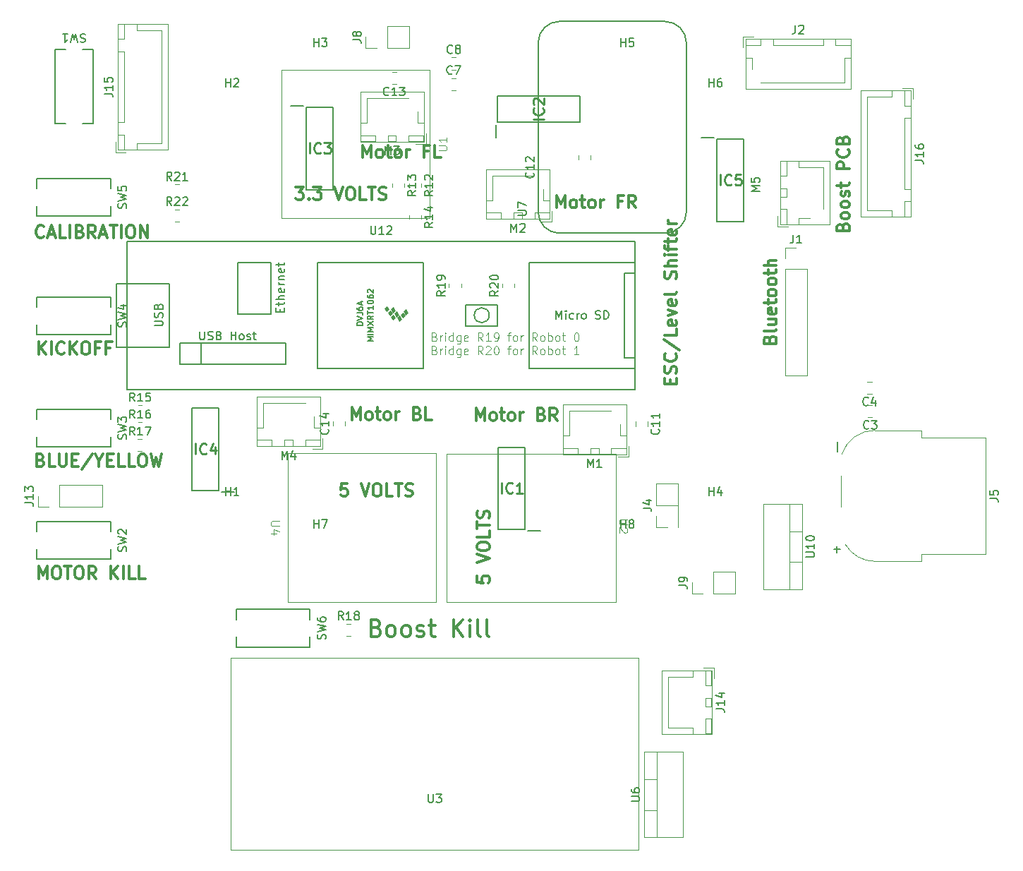
<source format=gbr>
%TF.GenerationSoftware,KiCad,Pcbnew,8.0.2*%
%TF.CreationDate,2025-02-26T22:38:59-05:00*%
%TF.ProjectId,MainPCB,4d61696e-5043-4422-9e6b-696361645f70,rev?*%
%TF.SameCoordinates,Original*%
%TF.FileFunction,Legend,Top*%
%TF.FilePolarity,Positive*%
%FSLAX46Y46*%
G04 Gerber Fmt 4.6, Leading zero omitted, Abs format (unit mm)*
G04 Created by KiCad (PCBNEW 8.0.2) date 2025-02-26 22:38:59*
%MOMM*%
%LPD*%
G01*
G04 APERTURE LIST*
%ADD10C,0.300000*%
%ADD11C,0.100000*%
%ADD12C,0.150000*%
%ADD13C,0.254000*%
%ADD14C,0.120000*%
%ADD15C,0.152400*%
%ADD16C,0.127000*%
%ADD17C,0.200000*%
G04 APERTURE END LIST*
D10*
X78643653Y-84660828D02*
X79572225Y-84660828D01*
X79572225Y-84660828D02*
X79072225Y-85232257D01*
X79072225Y-85232257D02*
X79286510Y-85232257D01*
X79286510Y-85232257D02*
X79429368Y-85303685D01*
X79429368Y-85303685D02*
X79500796Y-85375114D01*
X79500796Y-85375114D02*
X79572225Y-85517971D01*
X79572225Y-85517971D02*
X79572225Y-85875114D01*
X79572225Y-85875114D02*
X79500796Y-86017971D01*
X79500796Y-86017971D02*
X79429368Y-86089400D01*
X79429368Y-86089400D02*
X79286510Y-86160828D01*
X79286510Y-86160828D02*
X78857939Y-86160828D01*
X78857939Y-86160828D02*
X78715082Y-86089400D01*
X78715082Y-86089400D02*
X78643653Y-86017971D01*
X80215081Y-86017971D02*
X80286510Y-86089400D01*
X80286510Y-86089400D02*
X80215081Y-86160828D01*
X80215081Y-86160828D02*
X80143653Y-86089400D01*
X80143653Y-86089400D02*
X80215081Y-86017971D01*
X80215081Y-86017971D02*
X80215081Y-86160828D01*
X80786510Y-84660828D02*
X81715082Y-84660828D01*
X81715082Y-84660828D02*
X81215082Y-85232257D01*
X81215082Y-85232257D02*
X81429367Y-85232257D01*
X81429367Y-85232257D02*
X81572225Y-85303685D01*
X81572225Y-85303685D02*
X81643653Y-85375114D01*
X81643653Y-85375114D02*
X81715082Y-85517971D01*
X81715082Y-85517971D02*
X81715082Y-85875114D01*
X81715082Y-85875114D02*
X81643653Y-86017971D01*
X81643653Y-86017971D02*
X81572225Y-86089400D01*
X81572225Y-86089400D02*
X81429367Y-86160828D01*
X81429367Y-86160828D02*
X81000796Y-86160828D01*
X81000796Y-86160828D02*
X80857939Y-86089400D01*
X80857939Y-86089400D02*
X80786510Y-86017971D01*
X83286510Y-84660828D02*
X83786510Y-86160828D01*
X83786510Y-86160828D02*
X84286510Y-84660828D01*
X85072224Y-84660828D02*
X85357938Y-84660828D01*
X85357938Y-84660828D02*
X85500795Y-84732257D01*
X85500795Y-84732257D02*
X85643652Y-84875114D01*
X85643652Y-84875114D02*
X85715081Y-85160828D01*
X85715081Y-85160828D02*
X85715081Y-85660828D01*
X85715081Y-85660828D02*
X85643652Y-85946542D01*
X85643652Y-85946542D02*
X85500795Y-86089400D01*
X85500795Y-86089400D02*
X85357938Y-86160828D01*
X85357938Y-86160828D02*
X85072224Y-86160828D01*
X85072224Y-86160828D02*
X84929367Y-86089400D01*
X84929367Y-86089400D02*
X84786509Y-85946542D01*
X84786509Y-85946542D02*
X84715081Y-85660828D01*
X84715081Y-85660828D02*
X84715081Y-85160828D01*
X84715081Y-85160828D02*
X84786509Y-84875114D01*
X84786509Y-84875114D02*
X84929367Y-84732257D01*
X84929367Y-84732257D02*
X85072224Y-84660828D01*
X87072224Y-86160828D02*
X86357938Y-86160828D01*
X86357938Y-86160828D02*
X86357938Y-84660828D01*
X87357939Y-84660828D02*
X88215082Y-84660828D01*
X87786510Y-86160828D02*
X87786510Y-84660828D01*
X88643653Y-86089400D02*
X88857939Y-86160828D01*
X88857939Y-86160828D02*
X89215081Y-86160828D01*
X89215081Y-86160828D02*
X89357939Y-86089400D01*
X89357939Y-86089400D02*
X89429367Y-86017971D01*
X89429367Y-86017971D02*
X89500796Y-85875114D01*
X89500796Y-85875114D02*
X89500796Y-85732257D01*
X89500796Y-85732257D02*
X89429367Y-85589400D01*
X89429367Y-85589400D02*
X89357939Y-85517971D01*
X89357939Y-85517971D02*
X89215081Y-85446542D01*
X89215081Y-85446542D02*
X88929367Y-85375114D01*
X88929367Y-85375114D02*
X88786510Y-85303685D01*
X88786510Y-85303685D02*
X88715081Y-85232257D01*
X88715081Y-85232257D02*
X88643653Y-85089400D01*
X88643653Y-85089400D02*
X88643653Y-84946542D01*
X88643653Y-84946542D02*
X88715081Y-84803685D01*
X88715081Y-84803685D02*
X88786510Y-84732257D01*
X88786510Y-84732257D02*
X88929367Y-84660828D01*
X88929367Y-84660828D02*
X89286510Y-84660828D01*
X89286510Y-84660828D02*
X89500796Y-84732257D01*
X123585114Y-108255489D02*
X123585114Y-107755489D01*
X124370828Y-107541203D02*
X124370828Y-108255489D01*
X124370828Y-108255489D02*
X122870828Y-108255489D01*
X122870828Y-108255489D02*
X122870828Y-107541203D01*
X124299400Y-106969774D02*
X124370828Y-106755489D01*
X124370828Y-106755489D02*
X124370828Y-106398346D01*
X124370828Y-106398346D02*
X124299400Y-106255489D01*
X124299400Y-106255489D02*
X124227971Y-106184060D01*
X124227971Y-106184060D02*
X124085114Y-106112631D01*
X124085114Y-106112631D02*
X123942257Y-106112631D01*
X123942257Y-106112631D02*
X123799400Y-106184060D01*
X123799400Y-106184060D02*
X123727971Y-106255489D01*
X123727971Y-106255489D02*
X123656542Y-106398346D01*
X123656542Y-106398346D02*
X123585114Y-106684060D01*
X123585114Y-106684060D02*
X123513685Y-106826917D01*
X123513685Y-106826917D02*
X123442257Y-106898346D01*
X123442257Y-106898346D02*
X123299400Y-106969774D01*
X123299400Y-106969774D02*
X123156542Y-106969774D01*
X123156542Y-106969774D02*
X123013685Y-106898346D01*
X123013685Y-106898346D02*
X122942257Y-106826917D01*
X122942257Y-106826917D02*
X122870828Y-106684060D01*
X122870828Y-106684060D02*
X122870828Y-106326917D01*
X122870828Y-106326917D02*
X122942257Y-106112631D01*
X124227971Y-104612632D02*
X124299400Y-104684060D01*
X124299400Y-104684060D02*
X124370828Y-104898346D01*
X124370828Y-104898346D02*
X124370828Y-105041203D01*
X124370828Y-105041203D02*
X124299400Y-105255489D01*
X124299400Y-105255489D02*
X124156542Y-105398346D01*
X124156542Y-105398346D02*
X124013685Y-105469775D01*
X124013685Y-105469775D02*
X123727971Y-105541203D01*
X123727971Y-105541203D02*
X123513685Y-105541203D01*
X123513685Y-105541203D02*
X123227971Y-105469775D01*
X123227971Y-105469775D02*
X123085114Y-105398346D01*
X123085114Y-105398346D02*
X122942257Y-105255489D01*
X122942257Y-105255489D02*
X122870828Y-105041203D01*
X122870828Y-105041203D02*
X122870828Y-104898346D01*
X122870828Y-104898346D02*
X122942257Y-104684060D01*
X122942257Y-104684060D02*
X123013685Y-104612632D01*
X122799400Y-102898346D02*
X124727971Y-104184060D01*
X124370828Y-101684060D02*
X124370828Y-102398346D01*
X124370828Y-102398346D02*
X122870828Y-102398346D01*
X124299400Y-100612631D02*
X124370828Y-100755488D01*
X124370828Y-100755488D02*
X124370828Y-101041203D01*
X124370828Y-101041203D02*
X124299400Y-101184060D01*
X124299400Y-101184060D02*
X124156542Y-101255488D01*
X124156542Y-101255488D02*
X123585114Y-101255488D01*
X123585114Y-101255488D02*
X123442257Y-101184060D01*
X123442257Y-101184060D02*
X123370828Y-101041203D01*
X123370828Y-101041203D02*
X123370828Y-100755488D01*
X123370828Y-100755488D02*
X123442257Y-100612631D01*
X123442257Y-100612631D02*
X123585114Y-100541203D01*
X123585114Y-100541203D02*
X123727971Y-100541203D01*
X123727971Y-100541203D02*
X123870828Y-101255488D01*
X123370828Y-100041203D02*
X124370828Y-99684060D01*
X124370828Y-99684060D02*
X123370828Y-99326917D01*
X124299400Y-98184060D02*
X124370828Y-98326917D01*
X124370828Y-98326917D02*
X124370828Y-98612632D01*
X124370828Y-98612632D02*
X124299400Y-98755489D01*
X124299400Y-98755489D02*
X124156542Y-98826917D01*
X124156542Y-98826917D02*
X123585114Y-98826917D01*
X123585114Y-98826917D02*
X123442257Y-98755489D01*
X123442257Y-98755489D02*
X123370828Y-98612632D01*
X123370828Y-98612632D02*
X123370828Y-98326917D01*
X123370828Y-98326917D02*
X123442257Y-98184060D01*
X123442257Y-98184060D02*
X123585114Y-98112632D01*
X123585114Y-98112632D02*
X123727971Y-98112632D01*
X123727971Y-98112632D02*
X123870828Y-98826917D01*
X124370828Y-97255489D02*
X124299400Y-97398346D01*
X124299400Y-97398346D02*
X124156542Y-97469775D01*
X124156542Y-97469775D02*
X122870828Y-97469775D01*
X124299400Y-95612632D02*
X124370828Y-95398347D01*
X124370828Y-95398347D02*
X124370828Y-95041204D01*
X124370828Y-95041204D02*
X124299400Y-94898347D01*
X124299400Y-94898347D02*
X124227971Y-94826918D01*
X124227971Y-94826918D02*
X124085114Y-94755489D01*
X124085114Y-94755489D02*
X123942257Y-94755489D01*
X123942257Y-94755489D02*
X123799400Y-94826918D01*
X123799400Y-94826918D02*
X123727971Y-94898347D01*
X123727971Y-94898347D02*
X123656542Y-95041204D01*
X123656542Y-95041204D02*
X123585114Y-95326918D01*
X123585114Y-95326918D02*
X123513685Y-95469775D01*
X123513685Y-95469775D02*
X123442257Y-95541204D01*
X123442257Y-95541204D02*
X123299400Y-95612632D01*
X123299400Y-95612632D02*
X123156542Y-95612632D01*
X123156542Y-95612632D02*
X123013685Y-95541204D01*
X123013685Y-95541204D02*
X122942257Y-95469775D01*
X122942257Y-95469775D02*
X122870828Y-95326918D01*
X122870828Y-95326918D02*
X122870828Y-94969775D01*
X122870828Y-94969775D02*
X122942257Y-94755489D01*
X124370828Y-94112633D02*
X122870828Y-94112633D01*
X124370828Y-93469776D02*
X123585114Y-93469776D01*
X123585114Y-93469776D02*
X123442257Y-93541204D01*
X123442257Y-93541204D02*
X123370828Y-93684061D01*
X123370828Y-93684061D02*
X123370828Y-93898347D01*
X123370828Y-93898347D02*
X123442257Y-94041204D01*
X123442257Y-94041204D02*
X123513685Y-94112633D01*
X124370828Y-92755490D02*
X123370828Y-92755490D01*
X122870828Y-92755490D02*
X122942257Y-92826918D01*
X122942257Y-92826918D02*
X123013685Y-92755490D01*
X123013685Y-92755490D02*
X122942257Y-92684061D01*
X122942257Y-92684061D02*
X122870828Y-92755490D01*
X122870828Y-92755490D02*
X123013685Y-92755490D01*
X123370828Y-92255489D02*
X123370828Y-91684061D01*
X124370828Y-92041204D02*
X123085114Y-92041204D01*
X123085114Y-92041204D02*
X122942257Y-91969775D01*
X122942257Y-91969775D02*
X122870828Y-91826918D01*
X122870828Y-91826918D02*
X122870828Y-91684061D01*
X123370828Y-91398346D02*
X123370828Y-90826918D01*
X122870828Y-91184061D02*
X124156542Y-91184061D01*
X124156542Y-91184061D02*
X124299400Y-91112632D01*
X124299400Y-91112632D02*
X124370828Y-90969775D01*
X124370828Y-90969775D02*
X124370828Y-90826918D01*
X124299400Y-89755489D02*
X124370828Y-89898346D01*
X124370828Y-89898346D02*
X124370828Y-90184061D01*
X124370828Y-90184061D02*
X124299400Y-90326918D01*
X124299400Y-90326918D02*
X124156542Y-90398346D01*
X124156542Y-90398346D02*
X123585114Y-90398346D01*
X123585114Y-90398346D02*
X123442257Y-90326918D01*
X123442257Y-90326918D02*
X123370828Y-90184061D01*
X123370828Y-90184061D02*
X123370828Y-89898346D01*
X123370828Y-89898346D02*
X123442257Y-89755489D01*
X123442257Y-89755489D02*
X123585114Y-89684061D01*
X123585114Y-89684061D02*
X123727971Y-89684061D01*
X123727971Y-89684061D02*
X123870828Y-90398346D01*
X124370828Y-89041204D02*
X123370828Y-89041204D01*
X123656542Y-89041204D02*
X123513685Y-88969775D01*
X123513685Y-88969775D02*
X123442257Y-88898347D01*
X123442257Y-88898347D02*
X123370828Y-88755489D01*
X123370828Y-88755489D02*
X123370828Y-88612632D01*
D11*
X95327217Y-102578665D02*
X95470074Y-102626284D01*
X95470074Y-102626284D02*
X95517693Y-102673903D01*
X95517693Y-102673903D02*
X95565312Y-102769141D01*
X95565312Y-102769141D02*
X95565312Y-102911998D01*
X95565312Y-102911998D02*
X95517693Y-103007236D01*
X95517693Y-103007236D02*
X95470074Y-103054856D01*
X95470074Y-103054856D02*
X95374836Y-103102475D01*
X95374836Y-103102475D02*
X94993884Y-103102475D01*
X94993884Y-103102475D02*
X94993884Y-102102475D01*
X94993884Y-102102475D02*
X95327217Y-102102475D01*
X95327217Y-102102475D02*
X95422455Y-102150094D01*
X95422455Y-102150094D02*
X95470074Y-102197713D01*
X95470074Y-102197713D02*
X95517693Y-102292951D01*
X95517693Y-102292951D02*
X95517693Y-102388189D01*
X95517693Y-102388189D02*
X95470074Y-102483427D01*
X95470074Y-102483427D02*
X95422455Y-102531046D01*
X95422455Y-102531046D02*
X95327217Y-102578665D01*
X95327217Y-102578665D02*
X94993884Y-102578665D01*
X95993884Y-103102475D02*
X95993884Y-102435808D01*
X95993884Y-102626284D02*
X96041503Y-102531046D01*
X96041503Y-102531046D02*
X96089122Y-102483427D01*
X96089122Y-102483427D02*
X96184360Y-102435808D01*
X96184360Y-102435808D02*
X96279598Y-102435808D01*
X96612932Y-103102475D02*
X96612932Y-102435808D01*
X96612932Y-102102475D02*
X96565313Y-102150094D01*
X96565313Y-102150094D02*
X96612932Y-102197713D01*
X96612932Y-102197713D02*
X96660551Y-102150094D01*
X96660551Y-102150094D02*
X96612932Y-102102475D01*
X96612932Y-102102475D02*
X96612932Y-102197713D01*
X97517693Y-103102475D02*
X97517693Y-102102475D01*
X97517693Y-103054856D02*
X97422455Y-103102475D01*
X97422455Y-103102475D02*
X97231979Y-103102475D01*
X97231979Y-103102475D02*
X97136741Y-103054856D01*
X97136741Y-103054856D02*
X97089122Y-103007236D01*
X97089122Y-103007236D02*
X97041503Y-102911998D01*
X97041503Y-102911998D02*
X97041503Y-102626284D01*
X97041503Y-102626284D02*
X97089122Y-102531046D01*
X97089122Y-102531046D02*
X97136741Y-102483427D01*
X97136741Y-102483427D02*
X97231979Y-102435808D01*
X97231979Y-102435808D02*
X97422455Y-102435808D01*
X97422455Y-102435808D02*
X97517693Y-102483427D01*
X98422455Y-102435808D02*
X98422455Y-103245332D01*
X98422455Y-103245332D02*
X98374836Y-103340570D01*
X98374836Y-103340570D02*
X98327217Y-103388189D01*
X98327217Y-103388189D02*
X98231979Y-103435808D01*
X98231979Y-103435808D02*
X98089122Y-103435808D01*
X98089122Y-103435808D02*
X97993884Y-103388189D01*
X98422455Y-103054856D02*
X98327217Y-103102475D01*
X98327217Y-103102475D02*
X98136741Y-103102475D01*
X98136741Y-103102475D02*
X98041503Y-103054856D01*
X98041503Y-103054856D02*
X97993884Y-103007236D01*
X97993884Y-103007236D02*
X97946265Y-102911998D01*
X97946265Y-102911998D02*
X97946265Y-102626284D01*
X97946265Y-102626284D02*
X97993884Y-102531046D01*
X97993884Y-102531046D02*
X98041503Y-102483427D01*
X98041503Y-102483427D02*
X98136741Y-102435808D01*
X98136741Y-102435808D02*
X98327217Y-102435808D01*
X98327217Y-102435808D02*
X98422455Y-102483427D01*
X99279598Y-103054856D02*
X99184360Y-103102475D01*
X99184360Y-103102475D02*
X98993884Y-103102475D01*
X98993884Y-103102475D02*
X98898646Y-103054856D01*
X98898646Y-103054856D02*
X98851027Y-102959617D01*
X98851027Y-102959617D02*
X98851027Y-102578665D01*
X98851027Y-102578665D02*
X98898646Y-102483427D01*
X98898646Y-102483427D02*
X98993884Y-102435808D01*
X98993884Y-102435808D02*
X99184360Y-102435808D01*
X99184360Y-102435808D02*
X99279598Y-102483427D01*
X99279598Y-102483427D02*
X99327217Y-102578665D01*
X99327217Y-102578665D02*
X99327217Y-102673903D01*
X99327217Y-102673903D02*
X98851027Y-102769141D01*
X101089122Y-103102475D02*
X100755789Y-102626284D01*
X100517694Y-103102475D02*
X100517694Y-102102475D01*
X100517694Y-102102475D02*
X100898646Y-102102475D01*
X100898646Y-102102475D02*
X100993884Y-102150094D01*
X100993884Y-102150094D02*
X101041503Y-102197713D01*
X101041503Y-102197713D02*
X101089122Y-102292951D01*
X101089122Y-102292951D02*
X101089122Y-102435808D01*
X101089122Y-102435808D02*
X101041503Y-102531046D01*
X101041503Y-102531046D02*
X100993884Y-102578665D01*
X100993884Y-102578665D02*
X100898646Y-102626284D01*
X100898646Y-102626284D02*
X100517694Y-102626284D01*
X102041503Y-103102475D02*
X101470075Y-103102475D01*
X101755789Y-103102475D02*
X101755789Y-102102475D01*
X101755789Y-102102475D02*
X101660551Y-102245332D01*
X101660551Y-102245332D02*
X101565313Y-102340570D01*
X101565313Y-102340570D02*
X101470075Y-102388189D01*
X102517694Y-103102475D02*
X102708170Y-103102475D01*
X102708170Y-103102475D02*
X102803408Y-103054856D01*
X102803408Y-103054856D02*
X102851027Y-103007236D01*
X102851027Y-103007236D02*
X102946265Y-102864379D01*
X102946265Y-102864379D02*
X102993884Y-102673903D01*
X102993884Y-102673903D02*
X102993884Y-102292951D01*
X102993884Y-102292951D02*
X102946265Y-102197713D01*
X102946265Y-102197713D02*
X102898646Y-102150094D01*
X102898646Y-102150094D02*
X102803408Y-102102475D01*
X102803408Y-102102475D02*
X102612932Y-102102475D01*
X102612932Y-102102475D02*
X102517694Y-102150094D01*
X102517694Y-102150094D02*
X102470075Y-102197713D01*
X102470075Y-102197713D02*
X102422456Y-102292951D01*
X102422456Y-102292951D02*
X102422456Y-102531046D01*
X102422456Y-102531046D02*
X102470075Y-102626284D01*
X102470075Y-102626284D02*
X102517694Y-102673903D01*
X102517694Y-102673903D02*
X102612932Y-102721522D01*
X102612932Y-102721522D02*
X102803408Y-102721522D01*
X102803408Y-102721522D02*
X102898646Y-102673903D01*
X102898646Y-102673903D02*
X102946265Y-102626284D01*
X102946265Y-102626284D02*
X102993884Y-102531046D01*
X104041504Y-102435808D02*
X104422456Y-102435808D01*
X104184361Y-103102475D02*
X104184361Y-102245332D01*
X104184361Y-102245332D02*
X104231980Y-102150094D01*
X104231980Y-102150094D02*
X104327218Y-102102475D01*
X104327218Y-102102475D02*
X104422456Y-102102475D01*
X104898647Y-103102475D02*
X104803409Y-103054856D01*
X104803409Y-103054856D02*
X104755790Y-103007236D01*
X104755790Y-103007236D02*
X104708171Y-102911998D01*
X104708171Y-102911998D02*
X104708171Y-102626284D01*
X104708171Y-102626284D02*
X104755790Y-102531046D01*
X104755790Y-102531046D02*
X104803409Y-102483427D01*
X104803409Y-102483427D02*
X104898647Y-102435808D01*
X104898647Y-102435808D02*
X105041504Y-102435808D01*
X105041504Y-102435808D02*
X105136742Y-102483427D01*
X105136742Y-102483427D02*
X105184361Y-102531046D01*
X105184361Y-102531046D02*
X105231980Y-102626284D01*
X105231980Y-102626284D02*
X105231980Y-102911998D01*
X105231980Y-102911998D02*
X105184361Y-103007236D01*
X105184361Y-103007236D02*
X105136742Y-103054856D01*
X105136742Y-103054856D02*
X105041504Y-103102475D01*
X105041504Y-103102475D02*
X104898647Y-103102475D01*
X105660552Y-103102475D02*
X105660552Y-102435808D01*
X105660552Y-102626284D02*
X105708171Y-102531046D01*
X105708171Y-102531046D02*
X105755790Y-102483427D01*
X105755790Y-102483427D02*
X105851028Y-102435808D01*
X105851028Y-102435808D02*
X105946266Y-102435808D01*
X107612933Y-103102475D02*
X107279600Y-102626284D01*
X107041505Y-103102475D02*
X107041505Y-102102475D01*
X107041505Y-102102475D02*
X107422457Y-102102475D01*
X107422457Y-102102475D02*
X107517695Y-102150094D01*
X107517695Y-102150094D02*
X107565314Y-102197713D01*
X107565314Y-102197713D02*
X107612933Y-102292951D01*
X107612933Y-102292951D02*
X107612933Y-102435808D01*
X107612933Y-102435808D02*
X107565314Y-102531046D01*
X107565314Y-102531046D02*
X107517695Y-102578665D01*
X107517695Y-102578665D02*
X107422457Y-102626284D01*
X107422457Y-102626284D02*
X107041505Y-102626284D01*
X108184362Y-103102475D02*
X108089124Y-103054856D01*
X108089124Y-103054856D02*
X108041505Y-103007236D01*
X108041505Y-103007236D02*
X107993886Y-102911998D01*
X107993886Y-102911998D02*
X107993886Y-102626284D01*
X107993886Y-102626284D02*
X108041505Y-102531046D01*
X108041505Y-102531046D02*
X108089124Y-102483427D01*
X108089124Y-102483427D02*
X108184362Y-102435808D01*
X108184362Y-102435808D02*
X108327219Y-102435808D01*
X108327219Y-102435808D02*
X108422457Y-102483427D01*
X108422457Y-102483427D02*
X108470076Y-102531046D01*
X108470076Y-102531046D02*
X108517695Y-102626284D01*
X108517695Y-102626284D02*
X108517695Y-102911998D01*
X108517695Y-102911998D02*
X108470076Y-103007236D01*
X108470076Y-103007236D02*
X108422457Y-103054856D01*
X108422457Y-103054856D02*
X108327219Y-103102475D01*
X108327219Y-103102475D02*
X108184362Y-103102475D01*
X108946267Y-103102475D02*
X108946267Y-102102475D01*
X108946267Y-102483427D02*
X109041505Y-102435808D01*
X109041505Y-102435808D02*
X109231981Y-102435808D01*
X109231981Y-102435808D02*
X109327219Y-102483427D01*
X109327219Y-102483427D02*
X109374838Y-102531046D01*
X109374838Y-102531046D02*
X109422457Y-102626284D01*
X109422457Y-102626284D02*
X109422457Y-102911998D01*
X109422457Y-102911998D02*
X109374838Y-103007236D01*
X109374838Y-103007236D02*
X109327219Y-103054856D01*
X109327219Y-103054856D02*
X109231981Y-103102475D01*
X109231981Y-103102475D02*
X109041505Y-103102475D01*
X109041505Y-103102475D02*
X108946267Y-103054856D01*
X109993886Y-103102475D02*
X109898648Y-103054856D01*
X109898648Y-103054856D02*
X109851029Y-103007236D01*
X109851029Y-103007236D02*
X109803410Y-102911998D01*
X109803410Y-102911998D02*
X109803410Y-102626284D01*
X109803410Y-102626284D02*
X109851029Y-102531046D01*
X109851029Y-102531046D02*
X109898648Y-102483427D01*
X109898648Y-102483427D02*
X109993886Y-102435808D01*
X109993886Y-102435808D02*
X110136743Y-102435808D01*
X110136743Y-102435808D02*
X110231981Y-102483427D01*
X110231981Y-102483427D02*
X110279600Y-102531046D01*
X110279600Y-102531046D02*
X110327219Y-102626284D01*
X110327219Y-102626284D02*
X110327219Y-102911998D01*
X110327219Y-102911998D02*
X110279600Y-103007236D01*
X110279600Y-103007236D02*
X110231981Y-103054856D01*
X110231981Y-103054856D02*
X110136743Y-103102475D01*
X110136743Y-103102475D02*
X109993886Y-103102475D01*
X110612934Y-102435808D02*
X110993886Y-102435808D01*
X110755791Y-102102475D02*
X110755791Y-102959617D01*
X110755791Y-102959617D02*
X110803410Y-103054856D01*
X110803410Y-103054856D02*
X110898648Y-103102475D01*
X110898648Y-103102475D02*
X110993886Y-103102475D01*
X112279601Y-102102475D02*
X112374839Y-102102475D01*
X112374839Y-102102475D02*
X112470077Y-102150094D01*
X112470077Y-102150094D02*
X112517696Y-102197713D01*
X112517696Y-102197713D02*
X112565315Y-102292951D01*
X112565315Y-102292951D02*
X112612934Y-102483427D01*
X112612934Y-102483427D02*
X112612934Y-102721522D01*
X112612934Y-102721522D02*
X112565315Y-102911998D01*
X112565315Y-102911998D02*
X112517696Y-103007236D01*
X112517696Y-103007236D02*
X112470077Y-103054856D01*
X112470077Y-103054856D02*
X112374839Y-103102475D01*
X112374839Y-103102475D02*
X112279601Y-103102475D01*
X112279601Y-103102475D02*
X112184363Y-103054856D01*
X112184363Y-103054856D02*
X112136744Y-103007236D01*
X112136744Y-103007236D02*
X112089125Y-102911998D01*
X112089125Y-102911998D02*
X112041506Y-102721522D01*
X112041506Y-102721522D02*
X112041506Y-102483427D01*
X112041506Y-102483427D02*
X112089125Y-102292951D01*
X112089125Y-102292951D02*
X112136744Y-102197713D01*
X112136744Y-102197713D02*
X112184363Y-102150094D01*
X112184363Y-102150094D02*
X112279601Y-102102475D01*
X95327217Y-104188609D02*
X95470074Y-104236228D01*
X95470074Y-104236228D02*
X95517693Y-104283847D01*
X95517693Y-104283847D02*
X95565312Y-104379085D01*
X95565312Y-104379085D02*
X95565312Y-104521942D01*
X95565312Y-104521942D02*
X95517693Y-104617180D01*
X95517693Y-104617180D02*
X95470074Y-104664800D01*
X95470074Y-104664800D02*
X95374836Y-104712419D01*
X95374836Y-104712419D02*
X94993884Y-104712419D01*
X94993884Y-104712419D02*
X94993884Y-103712419D01*
X94993884Y-103712419D02*
X95327217Y-103712419D01*
X95327217Y-103712419D02*
X95422455Y-103760038D01*
X95422455Y-103760038D02*
X95470074Y-103807657D01*
X95470074Y-103807657D02*
X95517693Y-103902895D01*
X95517693Y-103902895D02*
X95517693Y-103998133D01*
X95517693Y-103998133D02*
X95470074Y-104093371D01*
X95470074Y-104093371D02*
X95422455Y-104140990D01*
X95422455Y-104140990D02*
X95327217Y-104188609D01*
X95327217Y-104188609D02*
X94993884Y-104188609D01*
X95993884Y-104712419D02*
X95993884Y-104045752D01*
X95993884Y-104236228D02*
X96041503Y-104140990D01*
X96041503Y-104140990D02*
X96089122Y-104093371D01*
X96089122Y-104093371D02*
X96184360Y-104045752D01*
X96184360Y-104045752D02*
X96279598Y-104045752D01*
X96612932Y-104712419D02*
X96612932Y-104045752D01*
X96612932Y-103712419D02*
X96565313Y-103760038D01*
X96565313Y-103760038D02*
X96612932Y-103807657D01*
X96612932Y-103807657D02*
X96660551Y-103760038D01*
X96660551Y-103760038D02*
X96612932Y-103712419D01*
X96612932Y-103712419D02*
X96612932Y-103807657D01*
X97517693Y-104712419D02*
X97517693Y-103712419D01*
X97517693Y-104664800D02*
X97422455Y-104712419D01*
X97422455Y-104712419D02*
X97231979Y-104712419D01*
X97231979Y-104712419D02*
X97136741Y-104664800D01*
X97136741Y-104664800D02*
X97089122Y-104617180D01*
X97089122Y-104617180D02*
X97041503Y-104521942D01*
X97041503Y-104521942D02*
X97041503Y-104236228D01*
X97041503Y-104236228D02*
X97089122Y-104140990D01*
X97089122Y-104140990D02*
X97136741Y-104093371D01*
X97136741Y-104093371D02*
X97231979Y-104045752D01*
X97231979Y-104045752D02*
X97422455Y-104045752D01*
X97422455Y-104045752D02*
X97517693Y-104093371D01*
X98422455Y-104045752D02*
X98422455Y-104855276D01*
X98422455Y-104855276D02*
X98374836Y-104950514D01*
X98374836Y-104950514D02*
X98327217Y-104998133D01*
X98327217Y-104998133D02*
X98231979Y-105045752D01*
X98231979Y-105045752D02*
X98089122Y-105045752D01*
X98089122Y-105045752D02*
X97993884Y-104998133D01*
X98422455Y-104664800D02*
X98327217Y-104712419D01*
X98327217Y-104712419D02*
X98136741Y-104712419D01*
X98136741Y-104712419D02*
X98041503Y-104664800D01*
X98041503Y-104664800D02*
X97993884Y-104617180D01*
X97993884Y-104617180D02*
X97946265Y-104521942D01*
X97946265Y-104521942D02*
X97946265Y-104236228D01*
X97946265Y-104236228D02*
X97993884Y-104140990D01*
X97993884Y-104140990D02*
X98041503Y-104093371D01*
X98041503Y-104093371D02*
X98136741Y-104045752D01*
X98136741Y-104045752D02*
X98327217Y-104045752D01*
X98327217Y-104045752D02*
X98422455Y-104093371D01*
X99279598Y-104664800D02*
X99184360Y-104712419D01*
X99184360Y-104712419D02*
X98993884Y-104712419D01*
X98993884Y-104712419D02*
X98898646Y-104664800D01*
X98898646Y-104664800D02*
X98851027Y-104569561D01*
X98851027Y-104569561D02*
X98851027Y-104188609D01*
X98851027Y-104188609D02*
X98898646Y-104093371D01*
X98898646Y-104093371D02*
X98993884Y-104045752D01*
X98993884Y-104045752D02*
X99184360Y-104045752D01*
X99184360Y-104045752D02*
X99279598Y-104093371D01*
X99279598Y-104093371D02*
X99327217Y-104188609D01*
X99327217Y-104188609D02*
X99327217Y-104283847D01*
X99327217Y-104283847D02*
X98851027Y-104379085D01*
X101089122Y-104712419D02*
X100755789Y-104236228D01*
X100517694Y-104712419D02*
X100517694Y-103712419D01*
X100517694Y-103712419D02*
X100898646Y-103712419D01*
X100898646Y-103712419D02*
X100993884Y-103760038D01*
X100993884Y-103760038D02*
X101041503Y-103807657D01*
X101041503Y-103807657D02*
X101089122Y-103902895D01*
X101089122Y-103902895D02*
X101089122Y-104045752D01*
X101089122Y-104045752D02*
X101041503Y-104140990D01*
X101041503Y-104140990D02*
X100993884Y-104188609D01*
X100993884Y-104188609D02*
X100898646Y-104236228D01*
X100898646Y-104236228D02*
X100517694Y-104236228D01*
X101470075Y-103807657D02*
X101517694Y-103760038D01*
X101517694Y-103760038D02*
X101612932Y-103712419D01*
X101612932Y-103712419D02*
X101851027Y-103712419D01*
X101851027Y-103712419D02*
X101946265Y-103760038D01*
X101946265Y-103760038D02*
X101993884Y-103807657D01*
X101993884Y-103807657D02*
X102041503Y-103902895D01*
X102041503Y-103902895D02*
X102041503Y-103998133D01*
X102041503Y-103998133D02*
X101993884Y-104140990D01*
X101993884Y-104140990D02*
X101422456Y-104712419D01*
X101422456Y-104712419D02*
X102041503Y-104712419D01*
X102660551Y-103712419D02*
X102755789Y-103712419D01*
X102755789Y-103712419D02*
X102851027Y-103760038D01*
X102851027Y-103760038D02*
X102898646Y-103807657D01*
X102898646Y-103807657D02*
X102946265Y-103902895D01*
X102946265Y-103902895D02*
X102993884Y-104093371D01*
X102993884Y-104093371D02*
X102993884Y-104331466D01*
X102993884Y-104331466D02*
X102946265Y-104521942D01*
X102946265Y-104521942D02*
X102898646Y-104617180D01*
X102898646Y-104617180D02*
X102851027Y-104664800D01*
X102851027Y-104664800D02*
X102755789Y-104712419D01*
X102755789Y-104712419D02*
X102660551Y-104712419D01*
X102660551Y-104712419D02*
X102565313Y-104664800D01*
X102565313Y-104664800D02*
X102517694Y-104617180D01*
X102517694Y-104617180D02*
X102470075Y-104521942D01*
X102470075Y-104521942D02*
X102422456Y-104331466D01*
X102422456Y-104331466D02*
X102422456Y-104093371D01*
X102422456Y-104093371D02*
X102470075Y-103902895D01*
X102470075Y-103902895D02*
X102517694Y-103807657D01*
X102517694Y-103807657D02*
X102565313Y-103760038D01*
X102565313Y-103760038D02*
X102660551Y-103712419D01*
X104041504Y-104045752D02*
X104422456Y-104045752D01*
X104184361Y-104712419D02*
X104184361Y-103855276D01*
X104184361Y-103855276D02*
X104231980Y-103760038D01*
X104231980Y-103760038D02*
X104327218Y-103712419D01*
X104327218Y-103712419D02*
X104422456Y-103712419D01*
X104898647Y-104712419D02*
X104803409Y-104664800D01*
X104803409Y-104664800D02*
X104755790Y-104617180D01*
X104755790Y-104617180D02*
X104708171Y-104521942D01*
X104708171Y-104521942D02*
X104708171Y-104236228D01*
X104708171Y-104236228D02*
X104755790Y-104140990D01*
X104755790Y-104140990D02*
X104803409Y-104093371D01*
X104803409Y-104093371D02*
X104898647Y-104045752D01*
X104898647Y-104045752D02*
X105041504Y-104045752D01*
X105041504Y-104045752D02*
X105136742Y-104093371D01*
X105136742Y-104093371D02*
X105184361Y-104140990D01*
X105184361Y-104140990D02*
X105231980Y-104236228D01*
X105231980Y-104236228D02*
X105231980Y-104521942D01*
X105231980Y-104521942D02*
X105184361Y-104617180D01*
X105184361Y-104617180D02*
X105136742Y-104664800D01*
X105136742Y-104664800D02*
X105041504Y-104712419D01*
X105041504Y-104712419D02*
X104898647Y-104712419D01*
X105660552Y-104712419D02*
X105660552Y-104045752D01*
X105660552Y-104236228D02*
X105708171Y-104140990D01*
X105708171Y-104140990D02*
X105755790Y-104093371D01*
X105755790Y-104093371D02*
X105851028Y-104045752D01*
X105851028Y-104045752D02*
X105946266Y-104045752D01*
X107612933Y-104712419D02*
X107279600Y-104236228D01*
X107041505Y-104712419D02*
X107041505Y-103712419D01*
X107041505Y-103712419D02*
X107422457Y-103712419D01*
X107422457Y-103712419D02*
X107517695Y-103760038D01*
X107517695Y-103760038D02*
X107565314Y-103807657D01*
X107565314Y-103807657D02*
X107612933Y-103902895D01*
X107612933Y-103902895D02*
X107612933Y-104045752D01*
X107612933Y-104045752D02*
X107565314Y-104140990D01*
X107565314Y-104140990D02*
X107517695Y-104188609D01*
X107517695Y-104188609D02*
X107422457Y-104236228D01*
X107422457Y-104236228D02*
X107041505Y-104236228D01*
X108184362Y-104712419D02*
X108089124Y-104664800D01*
X108089124Y-104664800D02*
X108041505Y-104617180D01*
X108041505Y-104617180D02*
X107993886Y-104521942D01*
X107993886Y-104521942D02*
X107993886Y-104236228D01*
X107993886Y-104236228D02*
X108041505Y-104140990D01*
X108041505Y-104140990D02*
X108089124Y-104093371D01*
X108089124Y-104093371D02*
X108184362Y-104045752D01*
X108184362Y-104045752D02*
X108327219Y-104045752D01*
X108327219Y-104045752D02*
X108422457Y-104093371D01*
X108422457Y-104093371D02*
X108470076Y-104140990D01*
X108470076Y-104140990D02*
X108517695Y-104236228D01*
X108517695Y-104236228D02*
X108517695Y-104521942D01*
X108517695Y-104521942D02*
X108470076Y-104617180D01*
X108470076Y-104617180D02*
X108422457Y-104664800D01*
X108422457Y-104664800D02*
X108327219Y-104712419D01*
X108327219Y-104712419D02*
X108184362Y-104712419D01*
X108946267Y-104712419D02*
X108946267Y-103712419D01*
X108946267Y-104093371D02*
X109041505Y-104045752D01*
X109041505Y-104045752D02*
X109231981Y-104045752D01*
X109231981Y-104045752D02*
X109327219Y-104093371D01*
X109327219Y-104093371D02*
X109374838Y-104140990D01*
X109374838Y-104140990D02*
X109422457Y-104236228D01*
X109422457Y-104236228D02*
X109422457Y-104521942D01*
X109422457Y-104521942D02*
X109374838Y-104617180D01*
X109374838Y-104617180D02*
X109327219Y-104664800D01*
X109327219Y-104664800D02*
X109231981Y-104712419D01*
X109231981Y-104712419D02*
X109041505Y-104712419D01*
X109041505Y-104712419D02*
X108946267Y-104664800D01*
X109993886Y-104712419D02*
X109898648Y-104664800D01*
X109898648Y-104664800D02*
X109851029Y-104617180D01*
X109851029Y-104617180D02*
X109803410Y-104521942D01*
X109803410Y-104521942D02*
X109803410Y-104236228D01*
X109803410Y-104236228D02*
X109851029Y-104140990D01*
X109851029Y-104140990D02*
X109898648Y-104093371D01*
X109898648Y-104093371D02*
X109993886Y-104045752D01*
X109993886Y-104045752D02*
X110136743Y-104045752D01*
X110136743Y-104045752D02*
X110231981Y-104093371D01*
X110231981Y-104093371D02*
X110279600Y-104140990D01*
X110279600Y-104140990D02*
X110327219Y-104236228D01*
X110327219Y-104236228D02*
X110327219Y-104521942D01*
X110327219Y-104521942D02*
X110279600Y-104617180D01*
X110279600Y-104617180D02*
X110231981Y-104664800D01*
X110231981Y-104664800D02*
X110136743Y-104712419D01*
X110136743Y-104712419D02*
X109993886Y-104712419D01*
X110612934Y-104045752D02*
X110993886Y-104045752D01*
X110755791Y-103712419D02*
X110755791Y-104569561D01*
X110755791Y-104569561D02*
X110803410Y-104664800D01*
X110803410Y-104664800D02*
X110898648Y-104712419D01*
X110898648Y-104712419D02*
X110993886Y-104712419D01*
X112612934Y-104712419D02*
X112041506Y-104712419D01*
X112327220Y-104712419D02*
X112327220Y-103712419D01*
X112327220Y-103712419D02*
X112231982Y-103855276D01*
X112231982Y-103855276D02*
X112136744Y-103950514D01*
X112136744Y-103950514D02*
X112041506Y-103998133D01*
D10*
X109934510Y-87120828D02*
X109934510Y-85620828D01*
X109934510Y-85620828D02*
X110434510Y-86692257D01*
X110434510Y-86692257D02*
X110934510Y-85620828D01*
X110934510Y-85620828D02*
X110934510Y-87120828D01*
X111863082Y-87120828D02*
X111720225Y-87049400D01*
X111720225Y-87049400D02*
X111648796Y-86977971D01*
X111648796Y-86977971D02*
X111577368Y-86835114D01*
X111577368Y-86835114D02*
X111577368Y-86406542D01*
X111577368Y-86406542D02*
X111648796Y-86263685D01*
X111648796Y-86263685D02*
X111720225Y-86192257D01*
X111720225Y-86192257D02*
X111863082Y-86120828D01*
X111863082Y-86120828D02*
X112077368Y-86120828D01*
X112077368Y-86120828D02*
X112220225Y-86192257D01*
X112220225Y-86192257D02*
X112291654Y-86263685D01*
X112291654Y-86263685D02*
X112363082Y-86406542D01*
X112363082Y-86406542D02*
X112363082Y-86835114D01*
X112363082Y-86835114D02*
X112291654Y-86977971D01*
X112291654Y-86977971D02*
X112220225Y-87049400D01*
X112220225Y-87049400D02*
X112077368Y-87120828D01*
X112077368Y-87120828D02*
X111863082Y-87120828D01*
X112791654Y-86120828D02*
X113363082Y-86120828D01*
X113005939Y-85620828D02*
X113005939Y-86906542D01*
X113005939Y-86906542D02*
X113077368Y-87049400D01*
X113077368Y-87049400D02*
X113220225Y-87120828D01*
X113220225Y-87120828D02*
X113363082Y-87120828D01*
X114077368Y-87120828D02*
X113934511Y-87049400D01*
X113934511Y-87049400D02*
X113863082Y-86977971D01*
X113863082Y-86977971D02*
X113791654Y-86835114D01*
X113791654Y-86835114D02*
X113791654Y-86406542D01*
X113791654Y-86406542D02*
X113863082Y-86263685D01*
X113863082Y-86263685D02*
X113934511Y-86192257D01*
X113934511Y-86192257D02*
X114077368Y-86120828D01*
X114077368Y-86120828D02*
X114291654Y-86120828D01*
X114291654Y-86120828D02*
X114434511Y-86192257D01*
X114434511Y-86192257D02*
X114505940Y-86263685D01*
X114505940Y-86263685D02*
X114577368Y-86406542D01*
X114577368Y-86406542D02*
X114577368Y-86835114D01*
X114577368Y-86835114D02*
X114505940Y-86977971D01*
X114505940Y-86977971D02*
X114434511Y-87049400D01*
X114434511Y-87049400D02*
X114291654Y-87120828D01*
X114291654Y-87120828D02*
X114077368Y-87120828D01*
X115220225Y-87120828D02*
X115220225Y-86120828D01*
X115220225Y-86406542D02*
X115291654Y-86263685D01*
X115291654Y-86263685D02*
X115363083Y-86192257D01*
X115363083Y-86192257D02*
X115505940Y-86120828D01*
X115505940Y-86120828D02*
X115648797Y-86120828D01*
X117791653Y-86335114D02*
X117291653Y-86335114D01*
X117291653Y-87120828D02*
X117291653Y-85620828D01*
X117291653Y-85620828D02*
X118005939Y-85620828D01*
X119434510Y-87120828D02*
X118934510Y-86406542D01*
X118577367Y-87120828D02*
X118577367Y-85620828D01*
X118577367Y-85620828D02*
X119148796Y-85620828D01*
X119148796Y-85620828D02*
X119291653Y-85692257D01*
X119291653Y-85692257D02*
X119363082Y-85763685D01*
X119363082Y-85763685D02*
X119434510Y-85906542D01*
X119434510Y-85906542D02*
X119434510Y-86120828D01*
X119434510Y-86120828D02*
X119363082Y-86263685D01*
X119363082Y-86263685D02*
X119291653Y-86335114D01*
X119291653Y-86335114D02*
X119148796Y-86406542D01*
X119148796Y-86406542D02*
X118577367Y-86406542D01*
X48401653Y-90589971D02*
X48330225Y-90661400D01*
X48330225Y-90661400D02*
X48115939Y-90732828D01*
X48115939Y-90732828D02*
X47973082Y-90732828D01*
X47973082Y-90732828D02*
X47758796Y-90661400D01*
X47758796Y-90661400D02*
X47615939Y-90518542D01*
X47615939Y-90518542D02*
X47544510Y-90375685D01*
X47544510Y-90375685D02*
X47473082Y-90089971D01*
X47473082Y-90089971D02*
X47473082Y-89875685D01*
X47473082Y-89875685D02*
X47544510Y-89589971D01*
X47544510Y-89589971D02*
X47615939Y-89447114D01*
X47615939Y-89447114D02*
X47758796Y-89304257D01*
X47758796Y-89304257D02*
X47973082Y-89232828D01*
X47973082Y-89232828D02*
X48115939Y-89232828D01*
X48115939Y-89232828D02*
X48330225Y-89304257D01*
X48330225Y-89304257D02*
X48401653Y-89375685D01*
X48973082Y-90304257D02*
X49687368Y-90304257D01*
X48830225Y-90732828D02*
X49330225Y-89232828D01*
X49330225Y-89232828D02*
X49830225Y-90732828D01*
X51044510Y-90732828D02*
X50330224Y-90732828D01*
X50330224Y-90732828D02*
X50330224Y-89232828D01*
X51544510Y-90732828D02*
X51544510Y-89232828D01*
X52758796Y-89947114D02*
X52973082Y-90018542D01*
X52973082Y-90018542D02*
X53044511Y-90089971D01*
X53044511Y-90089971D02*
X53115939Y-90232828D01*
X53115939Y-90232828D02*
X53115939Y-90447114D01*
X53115939Y-90447114D02*
X53044511Y-90589971D01*
X53044511Y-90589971D02*
X52973082Y-90661400D01*
X52973082Y-90661400D02*
X52830225Y-90732828D01*
X52830225Y-90732828D02*
X52258796Y-90732828D01*
X52258796Y-90732828D02*
X52258796Y-89232828D01*
X52258796Y-89232828D02*
X52758796Y-89232828D01*
X52758796Y-89232828D02*
X52901654Y-89304257D01*
X52901654Y-89304257D02*
X52973082Y-89375685D01*
X52973082Y-89375685D02*
X53044511Y-89518542D01*
X53044511Y-89518542D02*
X53044511Y-89661400D01*
X53044511Y-89661400D02*
X52973082Y-89804257D01*
X52973082Y-89804257D02*
X52901654Y-89875685D01*
X52901654Y-89875685D02*
X52758796Y-89947114D01*
X52758796Y-89947114D02*
X52258796Y-89947114D01*
X54615939Y-90732828D02*
X54115939Y-90018542D01*
X53758796Y-90732828D02*
X53758796Y-89232828D01*
X53758796Y-89232828D02*
X54330225Y-89232828D01*
X54330225Y-89232828D02*
X54473082Y-89304257D01*
X54473082Y-89304257D02*
X54544511Y-89375685D01*
X54544511Y-89375685D02*
X54615939Y-89518542D01*
X54615939Y-89518542D02*
X54615939Y-89732828D01*
X54615939Y-89732828D02*
X54544511Y-89875685D01*
X54544511Y-89875685D02*
X54473082Y-89947114D01*
X54473082Y-89947114D02*
X54330225Y-90018542D01*
X54330225Y-90018542D02*
X53758796Y-90018542D01*
X55187368Y-90304257D02*
X55901654Y-90304257D01*
X55044511Y-90732828D02*
X55544511Y-89232828D01*
X55544511Y-89232828D02*
X56044511Y-90732828D01*
X56330225Y-89232828D02*
X57187368Y-89232828D01*
X56758796Y-90732828D02*
X56758796Y-89232828D01*
X57687367Y-90732828D02*
X57687367Y-89232828D01*
X58687368Y-89232828D02*
X58973082Y-89232828D01*
X58973082Y-89232828D02*
X59115939Y-89304257D01*
X59115939Y-89304257D02*
X59258796Y-89447114D01*
X59258796Y-89447114D02*
X59330225Y-89732828D01*
X59330225Y-89732828D02*
X59330225Y-90232828D01*
X59330225Y-90232828D02*
X59258796Y-90518542D01*
X59258796Y-90518542D02*
X59115939Y-90661400D01*
X59115939Y-90661400D02*
X58973082Y-90732828D01*
X58973082Y-90732828D02*
X58687368Y-90732828D01*
X58687368Y-90732828D02*
X58544511Y-90661400D01*
X58544511Y-90661400D02*
X58401653Y-90518542D01*
X58401653Y-90518542D02*
X58330225Y-90232828D01*
X58330225Y-90232828D02*
X58330225Y-89732828D01*
X58330225Y-89732828D02*
X58401653Y-89447114D01*
X58401653Y-89447114D02*
X58544511Y-89304257D01*
X58544511Y-89304257D02*
X58687368Y-89232828D01*
X59973082Y-90732828D02*
X59973082Y-89232828D01*
X59973082Y-89232828D02*
X60830225Y-90732828D01*
X60830225Y-90732828D02*
X60830225Y-89232828D01*
X100408828Y-131319203D02*
X100408828Y-132033489D01*
X100408828Y-132033489D02*
X101123114Y-132104917D01*
X101123114Y-132104917D02*
X101051685Y-132033489D01*
X101051685Y-132033489D02*
X100980257Y-131890632D01*
X100980257Y-131890632D02*
X100980257Y-131533489D01*
X100980257Y-131533489D02*
X101051685Y-131390632D01*
X101051685Y-131390632D02*
X101123114Y-131319203D01*
X101123114Y-131319203D02*
X101265971Y-131247774D01*
X101265971Y-131247774D02*
X101623114Y-131247774D01*
X101623114Y-131247774D02*
X101765971Y-131319203D01*
X101765971Y-131319203D02*
X101837400Y-131390632D01*
X101837400Y-131390632D02*
X101908828Y-131533489D01*
X101908828Y-131533489D02*
X101908828Y-131890632D01*
X101908828Y-131890632D02*
X101837400Y-132033489D01*
X101837400Y-132033489D02*
X101765971Y-132104917D01*
X100408828Y-129676346D02*
X101908828Y-129176346D01*
X101908828Y-129176346D02*
X100408828Y-128676346D01*
X100408828Y-127890632D02*
X100408828Y-127604918D01*
X100408828Y-127604918D02*
X100480257Y-127462061D01*
X100480257Y-127462061D02*
X100623114Y-127319204D01*
X100623114Y-127319204D02*
X100908828Y-127247775D01*
X100908828Y-127247775D02*
X101408828Y-127247775D01*
X101408828Y-127247775D02*
X101694542Y-127319204D01*
X101694542Y-127319204D02*
X101837400Y-127462061D01*
X101837400Y-127462061D02*
X101908828Y-127604918D01*
X101908828Y-127604918D02*
X101908828Y-127890632D01*
X101908828Y-127890632D02*
X101837400Y-128033490D01*
X101837400Y-128033490D02*
X101694542Y-128176347D01*
X101694542Y-128176347D02*
X101408828Y-128247775D01*
X101408828Y-128247775D02*
X100908828Y-128247775D01*
X100908828Y-128247775D02*
X100623114Y-128176347D01*
X100623114Y-128176347D02*
X100480257Y-128033490D01*
X100480257Y-128033490D02*
X100408828Y-127890632D01*
X101908828Y-125890632D02*
X101908828Y-126604918D01*
X101908828Y-126604918D02*
X100408828Y-126604918D01*
X100408828Y-125604917D02*
X100408828Y-124747775D01*
X101908828Y-125176346D02*
X100408828Y-125176346D01*
X101837400Y-124319203D02*
X101908828Y-124104918D01*
X101908828Y-124104918D02*
X101908828Y-123747775D01*
X101908828Y-123747775D02*
X101837400Y-123604918D01*
X101837400Y-123604918D02*
X101765971Y-123533489D01*
X101765971Y-123533489D02*
X101623114Y-123462060D01*
X101623114Y-123462060D02*
X101480257Y-123462060D01*
X101480257Y-123462060D02*
X101337400Y-123533489D01*
X101337400Y-123533489D02*
X101265971Y-123604918D01*
X101265971Y-123604918D02*
X101194542Y-123747775D01*
X101194542Y-123747775D02*
X101123114Y-124033489D01*
X101123114Y-124033489D02*
X101051685Y-124176346D01*
X101051685Y-124176346D02*
X100980257Y-124247775D01*
X100980257Y-124247775D02*
X100837400Y-124319203D01*
X100837400Y-124319203D02*
X100694542Y-124319203D01*
X100694542Y-124319203D02*
X100551685Y-124247775D01*
X100551685Y-124247775D02*
X100480257Y-124176346D01*
X100480257Y-124176346D02*
X100408828Y-124033489D01*
X100408828Y-124033489D02*
X100408828Y-123676346D01*
X100408828Y-123676346D02*
X100480257Y-123462060D01*
X144305114Y-89385489D02*
X144376542Y-89171203D01*
X144376542Y-89171203D02*
X144447971Y-89099774D01*
X144447971Y-89099774D02*
X144590828Y-89028346D01*
X144590828Y-89028346D02*
X144805114Y-89028346D01*
X144805114Y-89028346D02*
X144947971Y-89099774D01*
X144947971Y-89099774D02*
X145019400Y-89171203D01*
X145019400Y-89171203D02*
X145090828Y-89314060D01*
X145090828Y-89314060D02*
X145090828Y-89885489D01*
X145090828Y-89885489D02*
X143590828Y-89885489D01*
X143590828Y-89885489D02*
X143590828Y-89385489D01*
X143590828Y-89385489D02*
X143662257Y-89242632D01*
X143662257Y-89242632D02*
X143733685Y-89171203D01*
X143733685Y-89171203D02*
X143876542Y-89099774D01*
X143876542Y-89099774D02*
X144019400Y-89099774D01*
X144019400Y-89099774D02*
X144162257Y-89171203D01*
X144162257Y-89171203D02*
X144233685Y-89242632D01*
X144233685Y-89242632D02*
X144305114Y-89385489D01*
X144305114Y-89385489D02*
X144305114Y-89885489D01*
X145090828Y-88171203D02*
X145019400Y-88314060D01*
X145019400Y-88314060D02*
X144947971Y-88385489D01*
X144947971Y-88385489D02*
X144805114Y-88456917D01*
X144805114Y-88456917D02*
X144376542Y-88456917D01*
X144376542Y-88456917D02*
X144233685Y-88385489D01*
X144233685Y-88385489D02*
X144162257Y-88314060D01*
X144162257Y-88314060D02*
X144090828Y-88171203D01*
X144090828Y-88171203D02*
X144090828Y-87956917D01*
X144090828Y-87956917D02*
X144162257Y-87814060D01*
X144162257Y-87814060D02*
X144233685Y-87742632D01*
X144233685Y-87742632D02*
X144376542Y-87671203D01*
X144376542Y-87671203D02*
X144805114Y-87671203D01*
X144805114Y-87671203D02*
X144947971Y-87742632D01*
X144947971Y-87742632D02*
X145019400Y-87814060D01*
X145019400Y-87814060D02*
X145090828Y-87956917D01*
X145090828Y-87956917D02*
X145090828Y-88171203D01*
X145090828Y-86814060D02*
X145019400Y-86956917D01*
X145019400Y-86956917D02*
X144947971Y-87028346D01*
X144947971Y-87028346D02*
X144805114Y-87099774D01*
X144805114Y-87099774D02*
X144376542Y-87099774D01*
X144376542Y-87099774D02*
X144233685Y-87028346D01*
X144233685Y-87028346D02*
X144162257Y-86956917D01*
X144162257Y-86956917D02*
X144090828Y-86814060D01*
X144090828Y-86814060D02*
X144090828Y-86599774D01*
X144090828Y-86599774D02*
X144162257Y-86456917D01*
X144162257Y-86456917D02*
X144233685Y-86385489D01*
X144233685Y-86385489D02*
X144376542Y-86314060D01*
X144376542Y-86314060D02*
X144805114Y-86314060D01*
X144805114Y-86314060D02*
X144947971Y-86385489D01*
X144947971Y-86385489D02*
X145019400Y-86456917D01*
X145019400Y-86456917D02*
X145090828Y-86599774D01*
X145090828Y-86599774D02*
X145090828Y-86814060D01*
X145019400Y-85742631D02*
X145090828Y-85599774D01*
X145090828Y-85599774D02*
X145090828Y-85314060D01*
X145090828Y-85314060D02*
X145019400Y-85171203D01*
X145019400Y-85171203D02*
X144876542Y-85099774D01*
X144876542Y-85099774D02*
X144805114Y-85099774D01*
X144805114Y-85099774D02*
X144662257Y-85171203D01*
X144662257Y-85171203D02*
X144590828Y-85314060D01*
X144590828Y-85314060D02*
X144590828Y-85528346D01*
X144590828Y-85528346D02*
X144519400Y-85671203D01*
X144519400Y-85671203D02*
X144376542Y-85742631D01*
X144376542Y-85742631D02*
X144305114Y-85742631D01*
X144305114Y-85742631D02*
X144162257Y-85671203D01*
X144162257Y-85671203D02*
X144090828Y-85528346D01*
X144090828Y-85528346D02*
X144090828Y-85314060D01*
X144090828Y-85314060D02*
X144162257Y-85171203D01*
X144090828Y-84671202D02*
X144090828Y-84099774D01*
X143590828Y-84456917D02*
X144876542Y-84456917D01*
X144876542Y-84456917D02*
X145019400Y-84385488D01*
X145019400Y-84385488D02*
X145090828Y-84242631D01*
X145090828Y-84242631D02*
X145090828Y-84099774D01*
X145090828Y-82456917D02*
X143590828Y-82456917D01*
X143590828Y-82456917D02*
X143590828Y-81885488D01*
X143590828Y-81885488D02*
X143662257Y-81742631D01*
X143662257Y-81742631D02*
X143733685Y-81671202D01*
X143733685Y-81671202D02*
X143876542Y-81599774D01*
X143876542Y-81599774D02*
X144090828Y-81599774D01*
X144090828Y-81599774D02*
X144233685Y-81671202D01*
X144233685Y-81671202D02*
X144305114Y-81742631D01*
X144305114Y-81742631D02*
X144376542Y-81885488D01*
X144376542Y-81885488D02*
X144376542Y-82456917D01*
X144947971Y-80099774D02*
X145019400Y-80171202D01*
X145019400Y-80171202D02*
X145090828Y-80385488D01*
X145090828Y-80385488D02*
X145090828Y-80528345D01*
X145090828Y-80528345D02*
X145019400Y-80742631D01*
X145019400Y-80742631D02*
X144876542Y-80885488D01*
X144876542Y-80885488D02*
X144733685Y-80956917D01*
X144733685Y-80956917D02*
X144447971Y-81028345D01*
X144447971Y-81028345D02*
X144233685Y-81028345D01*
X144233685Y-81028345D02*
X143947971Y-80956917D01*
X143947971Y-80956917D02*
X143805114Y-80885488D01*
X143805114Y-80885488D02*
X143662257Y-80742631D01*
X143662257Y-80742631D02*
X143590828Y-80528345D01*
X143590828Y-80528345D02*
X143590828Y-80385488D01*
X143590828Y-80385488D02*
X143662257Y-80171202D01*
X143662257Y-80171202D02*
X143733685Y-80099774D01*
X144305114Y-78956917D02*
X144376542Y-78742631D01*
X144376542Y-78742631D02*
X144447971Y-78671202D01*
X144447971Y-78671202D02*
X144590828Y-78599774D01*
X144590828Y-78599774D02*
X144805114Y-78599774D01*
X144805114Y-78599774D02*
X144947971Y-78671202D01*
X144947971Y-78671202D02*
X145019400Y-78742631D01*
X145019400Y-78742631D02*
X145090828Y-78885488D01*
X145090828Y-78885488D02*
X145090828Y-79456917D01*
X145090828Y-79456917D02*
X143590828Y-79456917D01*
X143590828Y-79456917D02*
X143590828Y-78956917D01*
X143590828Y-78956917D02*
X143662257Y-78814060D01*
X143662257Y-78814060D02*
X143733685Y-78742631D01*
X143733685Y-78742631D02*
X143876542Y-78671202D01*
X143876542Y-78671202D02*
X144019400Y-78671202D01*
X144019400Y-78671202D02*
X144162257Y-78742631D01*
X144162257Y-78742631D02*
X144233685Y-78814060D01*
X144233685Y-78814060D02*
X144305114Y-78956917D01*
X144305114Y-78956917D02*
X144305114Y-79456917D01*
X47798510Y-104702828D02*
X47798510Y-103202828D01*
X48655653Y-104702828D02*
X48012796Y-103845685D01*
X48655653Y-103202828D02*
X47798510Y-104059971D01*
X49298510Y-104702828D02*
X49298510Y-103202828D01*
X50869939Y-104559971D02*
X50798511Y-104631400D01*
X50798511Y-104631400D02*
X50584225Y-104702828D01*
X50584225Y-104702828D02*
X50441368Y-104702828D01*
X50441368Y-104702828D02*
X50227082Y-104631400D01*
X50227082Y-104631400D02*
X50084225Y-104488542D01*
X50084225Y-104488542D02*
X50012796Y-104345685D01*
X50012796Y-104345685D02*
X49941368Y-104059971D01*
X49941368Y-104059971D02*
X49941368Y-103845685D01*
X49941368Y-103845685D02*
X50012796Y-103559971D01*
X50012796Y-103559971D02*
X50084225Y-103417114D01*
X50084225Y-103417114D02*
X50227082Y-103274257D01*
X50227082Y-103274257D02*
X50441368Y-103202828D01*
X50441368Y-103202828D02*
X50584225Y-103202828D01*
X50584225Y-103202828D02*
X50798511Y-103274257D01*
X50798511Y-103274257D02*
X50869939Y-103345685D01*
X51512796Y-104702828D02*
X51512796Y-103202828D01*
X52369939Y-104702828D02*
X51727082Y-103845685D01*
X52369939Y-103202828D02*
X51512796Y-104059971D01*
X53298511Y-103202828D02*
X53584225Y-103202828D01*
X53584225Y-103202828D02*
X53727082Y-103274257D01*
X53727082Y-103274257D02*
X53869939Y-103417114D01*
X53869939Y-103417114D02*
X53941368Y-103702828D01*
X53941368Y-103702828D02*
X53941368Y-104202828D01*
X53941368Y-104202828D02*
X53869939Y-104488542D01*
X53869939Y-104488542D02*
X53727082Y-104631400D01*
X53727082Y-104631400D02*
X53584225Y-104702828D01*
X53584225Y-104702828D02*
X53298511Y-104702828D01*
X53298511Y-104702828D02*
X53155654Y-104631400D01*
X53155654Y-104631400D02*
X53012796Y-104488542D01*
X53012796Y-104488542D02*
X52941368Y-104202828D01*
X52941368Y-104202828D02*
X52941368Y-103702828D01*
X52941368Y-103702828D02*
X53012796Y-103417114D01*
X53012796Y-103417114D02*
X53155654Y-103274257D01*
X53155654Y-103274257D02*
X53298511Y-103202828D01*
X55084225Y-103917114D02*
X54584225Y-103917114D01*
X54584225Y-104702828D02*
X54584225Y-103202828D01*
X54584225Y-103202828D02*
X55298511Y-103202828D01*
X56369939Y-103917114D02*
X55869939Y-103917114D01*
X55869939Y-104702828D02*
X55869939Y-103202828D01*
X55869939Y-103202828D02*
X56584225Y-103202828D01*
X88320225Y-137492019D02*
X88605939Y-137587257D01*
X88605939Y-137587257D02*
X88701177Y-137682495D01*
X88701177Y-137682495D02*
X88796415Y-137872971D01*
X88796415Y-137872971D02*
X88796415Y-138158685D01*
X88796415Y-138158685D02*
X88701177Y-138349161D01*
X88701177Y-138349161D02*
X88605939Y-138444400D01*
X88605939Y-138444400D02*
X88415463Y-138539638D01*
X88415463Y-138539638D02*
X87653558Y-138539638D01*
X87653558Y-138539638D02*
X87653558Y-136539638D01*
X87653558Y-136539638D02*
X88320225Y-136539638D01*
X88320225Y-136539638D02*
X88510701Y-136634876D01*
X88510701Y-136634876D02*
X88605939Y-136730114D01*
X88605939Y-136730114D02*
X88701177Y-136920590D01*
X88701177Y-136920590D02*
X88701177Y-137111066D01*
X88701177Y-137111066D02*
X88605939Y-137301542D01*
X88605939Y-137301542D02*
X88510701Y-137396780D01*
X88510701Y-137396780D02*
X88320225Y-137492019D01*
X88320225Y-137492019D02*
X87653558Y-137492019D01*
X89939272Y-138539638D02*
X89748796Y-138444400D01*
X89748796Y-138444400D02*
X89653558Y-138349161D01*
X89653558Y-138349161D02*
X89558320Y-138158685D01*
X89558320Y-138158685D02*
X89558320Y-137587257D01*
X89558320Y-137587257D02*
X89653558Y-137396780D01*
X89653558Y-137396780D02*
X89748796Y-137301542D01*
X89748796Y-137301542D02*
X89939272Y-137206304D01*
X89939272Y-137206304D02*
X90224987Y-137206304D01*
X90224987Y-137206304D02*
X90415463Y-137301542D01*
X90415463Y-137301542D02*
X90510701Y-137396780D01*
X90510701Y-137396780D02*
X90605939Y-137587257D01*
X90605939Y-137587257D02*
X90605939Y-138158685D01*
X90605939Y-138158685D02*
X90510701Y-138349161D01*
X90510701Y-138349161D02*
X90415463Y-138444400D01*
X90415463Y-138444400D02*
X90224987Y-138539638D01*
X90224987Y-138539638D02*
X89939272Y-138539638D01*
X91748796Y-138539638D02*
X91558320Y-138444400D01*
X91558320Y-138444400D02*
X91463082Y-138349161D01*
X91463082Y-138349161D02*
X91367844Y-138158685D01*
X91367844Y-138158685D02*
X91367844Y-137587257D01*
X91367844Y-137587257D02*
X91463082Y-137396780D01*
X91463082Y-137396780D02*
X91558320Y-137301542D01*
X91558320Y-137301542D02*
X91748796Y-137206304D01*
X91748796Y-137206304D02*
X92034511Y-137206304D01*
X92034511Y-137206304D02*
X92224987Y-137301542D01*
X92224987Y-137301542D02*
X92320225Y-137396780D01*
X92320225Y-137396780D02*
X92415463Y-137587257D01*
X92415463Y-137587257D02*
X92415463Y-138158685D01*
X92415463Y-138158685D02*
X92320225Y-138349161D01*
X92320225Y-138349161D02*
X92224987Y-138444400D01*
X92224987Y-138444400D02*
X92034511Y-138539638D01*
X92034511Y-138539638D02*
X91748796Y-138539638D01*
X93177368Y-138444400D02*
X93367844Y-138539638D01*
X93367844Y-138539638D02*
X93748796Y-138539638D01*
X93748796Y-138539638D02*
X93939273Y-138444400D01*
X93939273Y-138444400D02*
X94034511Y-138253923D01*
X94034511Y-138253923D02*
X94034511Y-138158685D01*
X94034511Y-138158685D02*
X93939273Y-137968209D01*
X93939273Y-137968209D02*
X93748796Y-137872971D01*
X93748796Y-137872971D02*
X93463082Y-137872971D01*
X93463082Y-137872971D02*
X93272606Y-137777733D01*
X93272606Y-137777733D02*
X93177368Y-137587257D01*
X93177368Y-137587257D02*
X93177368Y-137492019D01*
X93177368Y-137492019D02*
X93272606Y-137301542D01*
X93272606Y-137301542D02*
X93463082Y-137206304D01*
X93463082Y-137206304D02*
X93748796Y-137206304D01*
X93748796Y-137206304D02*
X93939273Y-137301542D01*
X94605940Y-137206304D02*
X95367844Y-137206304D01*
X94891654Y-136539638D02*
X94891654Y-138253923D01*
X94891654Y-138253923D02*
X94986892Y-138444400D01*
X94986892Y-138444400D02*
X95177368Y-138539638D01*
X95177368Y-138539638D02*
X95367844Y-138539638D01*
X97558321Y-138539638D02*
X97558321Y-136539638D01*
X98701178Y-138539638D02*
X97844035Y-137396780D01*
X98701178Y-136539638D02*
X97558321Y-137682495D01*
X99558321Y-138539638D02*
X99558321Y-137206304D01*
X99558321Y-136539638D02*
X99463083Y-136634876D01*
X99463083Y-136634876D02*
X99558321Y-136730114D01*
X99558321Y-136730114D02*
X99653559Y-136634876D01*
X99653559Y-136634876D02*
X99558321Y-136539638D01*
X99558321Y-136539638D02*
X99558321Y-136730114D01*
X100796416Y-138539638D02*
X100605940Y-138444400D01*
X100605940Y-138444400D02*
X100510702Y-138253923D01*
X100510702Y-138253923D02*
X100510702Y-136539638D01*
X101844035Y-138539638D02*
X101653559Y-138444400D01*
X101653559Y-138444400D02*
X101558321Y-138253923D01*
X101558321Y-138253923D02*
X101558321Y-136539638D01*
X100294510Y-112660828D02*
X100294510Y-111160828D01*
X100294510Y-111160828D02*
X100794510Y-112232257D01*
X100794510Y-112232257D02*
X101294510Y-111160828D01*
X101294510Y-111160828D02*
X101294510Y-112660828D01*
X102223082Y-112660828D02*
X102080225Y-112589400D01*
X102080225Y-112589400D02*
X102008796Y-112517971D01*
X102008796Y-112517971D02*
X101937368Y-112375114D01*
X101937368Y-112375114D02*
X101937368Y-111946542D01*
X101937368Y-111946542D02*
X102008796Y-111803685D01*
X102008796Y-111803685D02*
X102080225Y-111732257D01*
X102080225Y-111732257D02*
X102223082Y-111660828D01*
X102223082Y-111660828D02*
X102437368Y-111660828D01*
X102437368Y-111660828D02*
X102580225Y-111732257D01*
X102580225Y-111732257D02*
X102651654Y-111803685D01*
X102651654Y-111803685D02*
X102723082Y-111946542D01*
X102723082Y-111946542D02*
X102723082Y-112375114D01*
X102723082Y-112375114D02*
X102651654Y-112517971D01*
X102651654Y-112517971D02*
X102580225Y-112589400D01*
X102580225Y-112589400D02*
X102437368Y-112660828D01*
X102437368Y-112660828D02*
X102223082Y-112660828D01*
X103151654Y-111660828D02*
X103723082Y-111660828D01*
X103365939Y-111160828D02*
X103365939Y-112446542D01*
X103365939Y-112446542D02*
X103437368Y-112589400D01*
X103437368Y-112589400D02*
X103580225Y-112660828D01*
X103580225Y-112660828D02*
X103723082Y-112660828D01*
X104437368Y-112660828D02*
X104294511Y-112589400D01*
X104294511Y-112589400D02*
X104223082Y-112517971D01*
X104223082Y-112517971D02*
X104151654Y-112375114D01*
X104151654Y-112375114D02*
X104151654Y-111946542D01*
X104151654Y-111946542D02*
X104223082Y-111803685D01*
X104223082Y-111803685D02*
X104294511Y-111732257D01*
X104294511Y-111732257D02*
X104437368Y-111660828D01*
X104437368Y-111660828D02*
X104651654Y-111660828D01*
X104651654Y-111660828D02*
X104794511Y-111732257D01*
X104794511Y-111732257D02*
X104865940Y-111803685D01*
X104865940Y-111803685D02*
X104937368Y-111946542D01*
X104937368Y-111946542D02*
X104937368Y-112375114D01*
X104937368Y-112375114D02*
X104865940Y-112517971D01*
X104865940Y-112517971D02*
X104794511Y-112589400D01*
X104794511Y-112589400D02*
X104651654Y-112660828D01*
X104651654Y-112660828D02*
X104437368Y-112660828D01*
X105580225Y-112660828D02*
X105580225Y-111660828D01*
X105580225Y-111946542D02*
X105651654Y-111803685D01*
X105651654Y-111803685D02*
X105723083Y-111732257D01*
X105723083Y-111732257D02*
X105865940Y-111660828D01*
X105865940Y-111660828D02*
X106008797Y-111660828D01*
X108151653Y-111875114D02*
X108365939Y-111946542D01*
X108365939Y-111946542D02*
X108437368Y-112017971D01*
X108437368Y-112017971D02*
X108508796Y-112160828D01*
X108508796Y-112160828D02*
X108508796Y-112375114D01*
X108508796Y-112375114D02*
X108437368Y-112517971D01*
X108437368Y-112517971D02*
X108365939Y-112589400D01*
X108365939Y-112589400D02*
X108223082Y-112660828D01*
X108223082Y-112660828D02*
X107651653Y-112660828D01*
X107651653Y-112660828D02*
X107651653Y-111160828D01*
X107651653Y-111160828D02*
X108151653Y-111160828D01*
X108151653Y-111160828D02*
X108294511Y-111232257D01*
X108294511Y-111232257D02*
X108365939Y-111303685D01*
X108365939Y-111303685D02*
X108437368Y-111446542D01*
X108437368Y-111446542D02*
X108437368Y-111589400D01*
X108437368Y-111589400D02*
X108365939Y-111732257D01*
X108365939Y-111732257D02*
X108294511Y-111803685D01*
X108294511Y-111803685D02*
X108151653Y-111875114D01*
X108151653Y-111875114D02*
X107651653Y-111875114D01*
X110008796Y-112660828D02*
X109508796Y-111946542D01*
X109151653Y-112660828D02*
X109151653Y-111160828D01*
X109151653Y-111160828D02*
X109723082Y-111160828D01*
X109723082Y-111160828D02*
X109865939Y-111232257D01*
X109865939Y-111232257D02*
X109937368Y-111303685D01*
X109937368Y-111303685D02*
X110008796Y-111446542D01*
X110008796Y-111446542D02*
X110008796Y-111660828D01*
X110008796Y-111660828D02*
X109937368Y-111803685D01*
X109937368Y-111803685D02*
X109865939Y-111875114D01*
X109865939Y-111875114D02*
X109723082Y-111946542D01*
X109723082Y-111946542D02*
X109151653Y-111946542D01*
X85390510Y-112576828D02*
X85390510Y-111076828D01*
X85390510Y-111076828D02*
X85890510Y-112148257D01*
X85890510Y-112148257D02*
X86390510Y-111076828D01*
X86390510Y-111076828D02*
X86390510Y-112576828D01*
X87319082Y-112576828D02*
X87176225Y-112505400D01*
X87176225Y-112505400D02*
X87104796Y-112433971D01*
X87104796Y-112433971D02*
X87033368Y-112291114D01*
X87033368Y-112291114D02*
X87033368Y-111862542D01*
X87033368Y-111862542D02*
X87104796Y-111719685D01*
X87104796Y-111719685D02*
X87176225Y-111648257D01*
X87176225Y-111648257D02*
X87319082Y-111576828D01*
X87319082Y-111576828D02*
X87533368Y-111576828D01*
X87533368Y-111576828D02*
X87676225Y-111648257D01*
X87676225Y-111648257D02*
X87747654Y-111719685D01*
X87747654Y-111719685D02*
X87819082Y-111862542D01*
X87819082Y-111862542D02*
X87819082Y-112291114D01*
X87819082Y-112291114D02*
X87747654Y-112433971D01*
X87747654Y-112433971D02*
X87676225Y-112505400D01*
X87676225Y-112505400D02*
X87533368Y-112576828D01*
X87533368Y-112576828D02*
X87319082Y-112576828D01*
X88247654Y-111576828D02*
X88819082Y-111576828D01*
X88461939Y-111076828D02*
X88461939Y-112362542D01*
X88461939Y-112362542D02*
X88533368Y-112505400D01*
X88533368Y-112505400D02*
X88676225Y-112576828D01*
X88676225Y-112576828D02*
X88819082Y-112576828D01*
X89533368Y-112576828D02*
X89390511Y-112505400D01*
X89390511Y-112505400D02*
X89319082Y-112433971D01*
X89319082Y-112433971D02*
X89247654Y-112291114D01*
X89247654Y-112291114D02*
X89247654Y-111862542D01*
X89247654Y-111862542D02*
X89319082Y-111719685D01*
X89319082Y-111719685D02*
X89390511Y-111648257D01*
X89390511Y-111648257D02*
X89533368Y-111576828D01*
X89533368Y-111576828D02*
X89747654Y-111576828D01*
X89747654Y-111576828D02*
X89890511Y-111648257D01*
X89890511Y-111648257D02*
X89961940Y-111719685D01*
X89961940Y-111719685D02*
X90033368Y-111862542D01*
X90033368Y-111862542D02*
X90033368Y-112291114D01*
X90033368Y-112291114D02*
X89961940Y-112433971D01*
X89961940Y-112433971D02*
X89890511Y-112505400D01*
X89890511Y-112505400D02*
X89747654Y-112576828D01*
X89747654Y-112576828D02*
X89533368Y-112576828D01*
X90676225Y-112576828D02*
X90676225Y-111576828D01*
X90676225Y-111862542D02*
X90747654Y-111719685D01*
X90747654Y-111719685D02*
X90819083Y-111648257D01*
X90819083Y-111648257D02*
X90961940Y-111576828D01*
X90961940Y-111576828D02*
X91104797Y-111576828D01*
X93247653Y-111791114D02*
X93461939Y-111862542D01*
X93461939Y-111862542D02*
X93533368Y-111933971D01*
X93533368Y-111933971D02*
X93604796Y-112076828D01*
X93604796Y-112076828D02*
X93604796Y-112291114D01*
X93604796Y-112291114D02*
X93533368Y-112433971D01*
X93533368Y-112433971D02*
X93461939Y-112505400D01*
X93461939Y-112505400D02*
X93319082Y-112576828D01*
X93319082Y-112576828D02*
X92747653Y-112576828D01*
X92747653Y-112576828D02*
X92747653Y-111076828D01*
X92747653Y-111076828D02*
X93247653Y-111076828D01*
X93247653Y-111076828D02*
X93390511Y-111148257D01*
X93390511Y-111148257D02*
X93461939Y-111219685D01*
X93461939Y-111219685D02*
X93533368Y-111362542D01*
X93533368Y-111362542D02*
X93533368Y-111505400D01*
X93533368Y-111505400D02*
X93461939Y-111648257D01*
X93461939Y-111648257D02*
X93390511Y-111719685D01*
X93390511Y-111719685D02*
X93247653Y-111791114D01*
X93247653Y-111791114D02*
X92747653Y-111791114D01*
X94961939Y-112576828D02*
X94247653Y-112576828D01*
X94247653Y-112576828D02*
X94247653Y-111076828D01*
X47798510Y-131626828D02*
X47798510Y-130126828D01*
X47798510Y-130126828D02*
X48298510Y-131198257D01*
X48298510Y-131198257D02*
X48798510Y-130126828D01*
X48798510Y-130126828D02*
X48798510Y-131626828D01*
X49798511Y-130126828D02*
X50084225Y-130126828D01*
X50084225Y-130126828D02*
X50227082Y-130198257D01*
X50227082Y-130198257D02*
X50369939Y-130341114D01*
X50369939Y-130341114D02*
X50441368Y-130626828D01*
X50441368Y-130626828D02*
X50441368Y-131126828D01*
X50441368Y-131126828D02*
X50369939Y-131412542D01*
X50369939Y-131412542D02*
X50227082Y-131555400D01*
X50227082Y-131555400D02*
X50084225Y-131626828D01*
X50084225Y-131626828D02*
X49798511Y-131626828D01*
X49798511Y-131626828D02*
X49655654Y-131555400D01*
X49655654Y-131555400D02*
X49512796Y-131412542D01*
X49512796Y-131412542D02*
X49441368Y-131126828D01*
X49441368Y-131126828D02*
X49441368Y-130626828D01*
X49441368Y-130626828D02*
X49512796Y-130341114D01*
X49512796Y-130341114D02*
X49655654Y-130198257D01*
X49655654Y-130198257D02*
X49798511Y-130126828D01*
X50869940Y-130126828D02*
X51727083Y-130126828D01*
X51298511Y-131626828D02*
X51298511Y-130126828D01*
X52512797Y-130126828D02*
X52798511Y-130126828D01*
X52798511Y-130126828D02*
X52941368Y-130198257D01*
X52941368Y-130198257D02*
X53084225Y-130341114D01*
X53084225Y-130341114D02*
X53155654Y-130626828D01*
X53155654Y-130626828D02*
X53155654Y-131126828D01*
X53155654Y-131126828D02*
X53084225Y-131412542D01*
X53084225Y-131412542D02*
X52941368Y-131555400D01*
X52941368Y-131555400D02*
X52798511Y-131626828D01*
X52798511Y-131626828D02*
X52512797Y-131626828D01*
X52512797Y-131626828D02*
X52369940Y-131555400D01*
X52369940Y-131555400D02*
X52227082Y-131412542D01*
X52227082Y-131412542D02*
X52155654Y-131126828D01*
X52155654Y-131126828D02*
X52155654Y-130626828D01*
X52155654Y-130626828D02*
X52227082Y-130341114D01*
X52227082Y-130341114D02*
X52369940Y-130198257D01*
X52369940Y-130198257D02*
X52512797Y-130126828D01*
X54655654Y-131626828D02*
X54155654Y-130912542D01*
X53798511Y-131626828D02*
X53798511Y-130126828D01*
X53798511Y-130126828D02*
X54369940Y-130126828D01*
X54369940Y-130126828D02*
X54512797Y-130198257D01*
X54512797Y-130198257D02*
X54584226Y-130269685D01*
X54584226Y-130269685D02*
X54655654Y-130412542D01*
X54655654Y-130412542D02*
X54655654Y-130626828D01*
X54655654Y-130626828D02*
X54584226Y-130769685D01*
X54584226Y-130769685D02*
X54512797Y-130841114D01*
X54512797Y-130841114D02*
X54369940Y-130912542D01*
X54369940Y-130912542D02*
X53798511Y-130912542D01*
X56441368Y-131626828D02*
X56441368Y-130126828D01*
X57298511Y-131626828D02*
X56655654Y-130769685D01*
X57298511Y-130126828D02*
X56441368Y-130983971D01*
X57941368Y-131626828D02*
X57941368Y-130126828D01*
X59369940Y-131626828D02*
X58655654Y-131626828D01*
X58655654Y-131626828D02*
X58655654Y-130126828D01*
X60584226Y-131626828D02*
X59869940Y-131626828D01*
X59869940Y-131626828D02*
X59869940Y-130126828D01*
X86674510Y-81100828D02*
X86674510Y-79600828D01*
X86674510Y-79600828D02*
X87174510Y-80672257D01*
X87174510Y-80672257D02*
X87674510Y-79600828D01*
X87674510Y-79600828D02*
X87674510Y-81100828D01*
X88603082Y-81100828D02*
X88460225Y-81029400D01*
X88460225Y-81029400D02*
X88388796Y-80957971D01*
X88388796Y-80957971D02*
X88317368Y-80815114D01*
X88317368Y-80815114D02*
X88317368Y-80386542D01*
X88317368Y-80386542D02*
X88388796Y-80243685D01*
X88388796Y-80243685D02*
X88460225Y-80172257D01*
X88460225Y-80172257D02*
X88603082Y-80100828D01*
X88603082Y-80100828D02*
X88817368Y-80100828D01*
X88817368Y-80100828D02*
X88960225Y-80172257D01*
X88960225Y-80172257D02*
X89031654Y-80243685D01*
X89031654Y-80243685D02*
X89103082Y-80386542D01*
X89103082Y-80386542D02*
X89103082Y-80815114D01*
X89103082Y-80815114D02*
X89031654Y-80957971D01*
X89031654Y-80957971D02*
X88960225Y-81029400D01*
X88960225Y-81029400D02*
X88817368Y-81100828D01*
X88817368Y-81100828D02*
X88603082Y-81100828D01*
X89531654Y-80100828D02*
X90103082Y-80100828D01*
X89745939Y-79600828D02*
X89745939Y-80886542D01*
X89745939Y-80886542D02*
X89817368Y-81029400D01*
X89817368Y-81029400D02*
X89960225Y-81100828D01*
X89960225Y-81100828D02*
X90103082Y-81100828D01*
X90817368Y-81100828D02*
X90674511Y-81029400D01*
X90674511Y-81029400D02*
X90603082Y-80957971D01*
X90603082Y-80957971D02*
X90531654Y-80815114D01*
X90531654Y-80815114D02*
X90531654Y-80386542D01*
X90531654Y-80386542D02*
X90603082Y-80243685D01*
X90603082Y-80243685D02*
X90674511Y-80172257D01*
X90674511Y-80172257D02*
X90817368Y-80100828D01*
X90817368Y-80100828D02*
X91031654Y-80100828D01*
X91031654Y-80100828D02*
X91174511Y-80172257D01*
X91174511Y-80172257D02*
X91245940Y-80243685D01*
X91245940Y-80243685D02*
X91317368Y-80386542D01*
X91317368Y-80386542D02*
X91317368Y-80815114D01*
X91317368Y-80815114D02*
X91245940Y-80957971D01*
X91245940Y-80957971D02*
X91174511Y-81029400D01*
X91174511Y-81029400D02*
X91031654Y-81100828D01*
X91031654Y-81100828D02*
X90817368Y-81100828D01*
X91960225Y-81100828D02*
X91960225Y-80100828D01*
X91960225Y-80386542D02*
X92031654Y-80243685D01*
X92031654Y-80243685D02*
X92103083Y-80172257D01*
X92103083Y-80172257D02*
X92245940Y-80100828D01*
X92245940Y-80100828D02*
X92388797Y-80100828D01*
X94531653Y-80315114D02*
X94031653Y-80315114D01*
X94031653Y-81100828D02*
X94031653Y-79600828D01*
X94031653Y-79600828D02*
X94745939Y-79600828D01*
X96031653Y-81100828D02*
X95317367Y-81100828D01*
X95317367Y-81100828D02*
X95317367Y-79600828D01*
X84834796Y-120220828D02*
X84120510Y-120220828D01*
X84120510Y-120220828D02*
X84049082Y-120935114D01*
X84049082Y-120935114D02*
X84120510Y-120863685D01*
X84120510Y-120863685D02*
X84263368Y-120792257D01*
X84263368Y-120792257D02*
X84620510Y-120792257D01*
X84620510Y-120792257D02*
X84763368Y-120863685D01*
X84763368Y-120863685D02*
X84834796Y-120935114D01*
X84834796Y-120935114D02*
X84906225Y-121077971D01*
X84906225Y-121077971D02*
X84906225Y-121435114D01*
X84906225Y-121435114D02*
X84834796Y-121577971D01*
X84834796Y-121577971D02*
X84763368Y-121649400D01*
X84763368Y-121649400D02*
X84620510Y-121720828D01*
X84620510Y-121720828D02*
X84263368Y-121720828D01*
X84263368Y-121720828D02*
X84120510Y-121649400D01*
X84120510Y-121649400D02*
X84049082Y-121577971D01*
X86477653Y-120220828D02*
X86977653Y-121720828D01*
X86977653Y-121720828D02*
X87477653Y-120220828D01*
X88263367Y-120220828D02*
X88549081Y-120220828D01*
X88549081Y-120220828D02*
X88691938Y-120292257D01*
X88691938Y-120292257D02*
X88834795Y-120435114D01*
X88834795Y-120435114D02*
X88906224Y-120720828D01*
X88906224Y-120720828D02*
X88906224Y-121220828D01*
X88906224Y-121220828D02*
X88834795Y-121506542D01*
X88834795Y-121506542D02*
X88691938Y-121649400D01*
X88691938Y-121649400D02*
X88549081Y-121720828D01*
X88549081Y-121720828D02*
X88263367Y-121720828D01*
X88263367Y-121720828D02*
X88120510Y-121649400D01*
X88120510Y-121649400D02*
X87977652Y-121506542D01*
X87977652Y-121506542D02*
X87906224Y-121220828D01*
X87906224Y-121220828D02*
X87906224Y-120720828D01*
X87906224Y-120720828D02*
X87977652Y-120435114D01*
X87977652Y-120435114D02*
X88120510Y-120292257D01*
X88120510Y-120292257D02*
X88263367Y-120220828D01*
X90263367Y-121720828D02*
X89549081Y-121720828D01*
X89549081Y-121720828D02*
X89549081Y-120220828D01*
X90549082Y-120220828D02*
X91406225Y-120220828D01*
X90977653Y-121720828D02*
X90977653Y-120220828D01*
X91834796Y-121649400D02*
X92049082Y-121720828D01*
X92049082Y-121720828D02*
X92406224Y-121720828D01*
X92406224Y-121720828D02*
X92549082Y-121649400D01*
X92549082Y-121649400D02*
X92620510Y-121577971D01*
X92620510Y-121577971D02*
X92691939Y-121435114D01*
X92691939Y-121435114D02*
X92691939Y-121292257D01*
X92691939Y-121292257D02*
X92620510Y-121149400D01*
X92620510Y-121149400D02*
X92549082Y-121077971D01*
X92549082Y-121077971D02*
X92406224Y-121006542D01*
X92406224Y-121006542D02*
X92120510Y-120935114D01*
X92120510Y-120935114D02*
X91977653Y-120863685D01*
X91977653Y-120863685D02*
X91906224Y-120792257D01*
X91906224Y-120792257D02*
X91834796Y-120649400D01*
X91834796Y-120649400D02*
X91834796Y-120506542D01*
X91834796Y-120506542D02*
X91906224Y-120363685D01*
X91906224Y-120363685D02*
X91977653Y-120292257D01*
X91977653Y-120292257D02*
X92120510Y-120220828D01*
X92120510Y-120220828D02*
X92477653Y-120220828D01*
X92477653Y-120220828D02*
X92691939Y-120292257D01*
X135535114Y-102915489D02*
X135606542Y-102701203D01*
X135606542Y-102701203D02*
X135677971Y-102629774D01*
X135677971Y-102629774D02*
X135820828Y-102558346D01*
X135820828Y-102558346D02*
X136035114Y-102558346D01*
X136035114Y-102558346D02*
X136177971Y-102629774D01*
X136177971Y-102629774D02*
X136249400Y-102701203D01*
X136249400Y-102701203D02*
X136320828Y-102844060D01*
X136320828Y-102844060D02*
X136320828Y-103415489D01*
X136320828Y-103415489D02*
X134820828Y-103415489D01*
X134820828Y-103415489D02*
X134820828Y-102915489D01*
X134820828Y-102915489D02*
X134892257Y-102772632D01*
X134892257Y-102772632D02*
X134963685Y-102701203D01*
X134963685Y-102701203D02*
X135106542Y-102629774D01*
X135106542Y-102629774D02*
X135249400Y-102629774D01*
X135249400Y-102629774D02*
X135392257Y-102701203D01*
X135392257Y-102701203D02*
X135463685Y-102772632D01*
X135463685Y-102772632D02*
X135535114Y-102915489D01*
X135535114Y-102915489D02*
X135535114Y-103415489D01*
X136320828Y-101701203D02*
X136249400Y-101844060D01*
X136249400Y-101844060D02*
X136106542Y-101915489D01*
X136106542Y-101915489D02*
X134820828Y-101915489D01*
X135320828Y-100486918D02*
X136320828Y-100486918D01*
X135320828Y-101129775D02*
X136106542Y-101129775D01*
X136106542Y-101129775D02*
X136249400Y-101058346D01*
X136249400Y-101058346D02*
X136320828Y-100915489D01*
X136320828Y-100915489D02*
X136320828Y-100701203D01*
X136320828Y-100701203D02*
X136249400Y-100558346D01*
X136249400Y-100558346D02*
X136177971Y-100486918D01*
X136249400Y-99201203D02*
X136320828Y-99344060D01*
X136320828Y-99344060D02*
X136320828Y-99629775D01*
X136320828Y-99629775D02*
X136249400Y-99772632D01*
X136249400Y-99772632D02*
X136106542Y-99844060D01*
X136106542Y-99844060D02*
X135535114Y-99844060D01*
X135535114Y-99844060D02*
X135392257Y-99772632D01*
X135392257Y-99772632D02*
X135320828Y-99629775D01*
X135320828Y-99629775D02*
X135320828Y-99344060D01*
X135320828Y-99344060D02*
X135392257Y-99201203D01*
X135392257Y-99201203D02*
X135535114Y-99129775D01*
X135535114Y-99129775D02*
X135677971Y-99129775D01*
X135677971Y-99129775D02*
X135820828Y-99844060D01*
X135320828Y-98701203D02*
X135320828Y-98129775D01*
X134820828Y-98486918D02*
X136106542Y-98486918D01*
X136106542Y-98486918D02*
X136249400Y-98415489D01*
X136249400Y-98415489D02*
X136320828Y-98272632D01*
X136320828Y-98272632D02*
X136320828Y-98129775D01*
X136320828Y-97415489D02*
X136249400Y-97558346D01*
X136249400Y-97558346D02*
X136177971Y-97629775D01*
X136177971Y-97629775D02*
X136035114Y-97701203D01*
X136035114Y-97701203D02*
X135606542Y-97701203D01*
X135606542Y-97701203D02*
X135463685Y-97629775D01*
X135463685Y-97629775D02*
X135392257Y-97558346D01*
X135392257Y-97558346D02*
X135320828Y-97415489D01*
X135320828Y-97415489D02*
X135320828Y-97201203D01*
X135320828Y-97201203D02*
X135392257Y-97058346D01*
X135392257Y-97058346D02*
X135463685Y-96986918D01*
X135463685Y-96986918D02*
X135606542Y-96915489D01*
X135606542Y-96915489D02*
X136035114Y-96915489D01*
X136035114Y-96915489D02*
X136177971Y-96986918D01*
X136177971Y-96986918D02*
X136249400Y-97058346D01*
X136249400Y-97058346D02*
X136320828Y-97201203D01*
X136320828Y-97201203D02*
X136320828Y-97415489D01*
X136320828Y-96058346D02*
X136249400Y-96201203D01*
X136249400Y-96201203D02*
X136177971Y-96272632D01*
X136177971Y-96272632D02*
X136035114Y-96344060D01*
X136035114Y-96344060D02*
X135606542Y-96344060D01*
X135606542Y-96344060D02*
X135463685Y-96272632D01*
X135463685Y-96272632D02*
X135392257Y-96201203D01*
X135392257Y-96201203D02*
X135320828Y-96058346D01*
X135320828Y-96058346D02*
X135320828Y-95844060D01*
X135320828Y-95844060D02*
X135392257Y-95701203D01*
X135392257Y-95701203D02*
X135463685Y-95629775D01*
X135463685Y-95629775D02*
X135606542Y-95558346D01*
X135606542Y-95558346D02*
X136035114Y-95558346D01*
X136035114Y-95558346D02*
X136177971Y-95629775D01*
X136177971Y-95629775D02*
X136249400Y-95701203D01*
X136249400Y-95701203D02*
X136320828Y-95844060D01*
X136320828Y-95844060D02*
X136320828Y-96058346D01*
X135320828Y-95129774D02*
X135320828Y-94558346D01*
X134820828Y-94915489D02*
X136106542Y-94915489D01*
X136106542Y-94915489D02*
X136249400Y-94844060D01*
X136249400Y-94844060D02*
X136320828Y-94701203D01*
X136320828Y-94701203D02*
X136320828Y-94558346D01*
X136320828Y-94058346D02*
X134820828Y-94058346D01*
X136320828Y-93415489D02*
X135535114Y-93415489D01*
X135535114Y-93415489D02*
X135392257Y-93486917D01*
X135392257Y-93486917D02*
X135320828Y-93629774D01*
X135320828Y-93629774D02*
X135320828Y-93844060D01*
X135320828Y-93844060D02*
X135392257Y-93986917D01*
X135392257Y-93986917D02*
X135463685Y-94058346D01*
X48044510Y-117379114D02*
X48258796Y-117450542D01*
X48258796Y-117450542D02*
X48330225Y-117521971D01*
X48330225Y-117521971D02*
X48401653Y-117664828D01*
X48401653Y-117664828D02*
X48401653Y-117879114D01*
X48401653Y-117879114D02*
X48330225Y-118021971D01*
X48330225Y-118021971D02*
X48258796Y-118093400D01*
X48258796Y-118093400D02*
X48115939Y-118164828D01*
X48115939Y-118164828D02*
X47544510Y-118164828D01*
X47544510Y-118164828D02*
X47544510Y-116664828D01*
X47544510Y-116664828D02*
X48044510Y-116664828D01*
X48044510Y-116664828D02*
X48187368Y-116736257D01*
X48187368Y-116736257D02*
X48258796Y-116807685D01*
X48258796Y-116807685D02*
X48330225Y-116950542D01*
X48330225Y-116950542D02*
X48330225Y-117093400D01*
X48330225Y-117093400D02*
X48258796Y-117236257D01*
X48258796Y-117236257D02*
X48187368Y-117307685D01*
X48187368Y-117307685D02*
X48044510Y-117379114D01*
X48044510Y-117379114D02*
X47544510Y-117379114D01*
X49758796Y-118164828D02*
X49044510Y-118164828D01*
X49044510Y-118164828D02*
X49044510Y-116664828D01*
X50258796Y-116664828D02*
X50258796Y-117879114D01*
X50258796Y-117879114D02*
X50330225Y-118021971D01*
X50330225Y-118021971D02*
X50401654Y-118093400D01*
X50401654Y-118093400D02*
X50544511Y-118164828D01*
X50544511Y-118164828D02*
X50830225Y-118164828D01*
X50830225Y-118164828D02*
X50973082Y-118093400D01*
X50973082Y-118093400D02*
X51044511Y-118021971D01*
X51044511Y-118021971D02*
X51115939Y-117879114D01*
X51115939Y-117879114D02*
X51115939Y-116664828D01*
X51830225Y-117379114D02*
X52330225Y-117379114D01*
X52544511Y-118164828D02*
X51830225Y-118164828D01*
X51830225Y-118164828D02*
X51830225Y-116664828D01*
X51830225Y-116664828D02*
X52544511Y-116664828D01*
X54258797Y-116593400D02*
X52973083Y-118521971D01*
X55044512Y-117450542D02*
X55044512Y-118164828D01*
X54544512Y-116664828D02*
X55044512Y-117450542D01*
X55044512Y-117450542D02*
X55544512Y-116664828D01*
X56044511Y-117379114D02*
X56544511Y-117379114D01*
X56758797Y-118164828D02*
X56044511Y-118164828D01*
X56044511Y-118164828D02*
X56044511Y-116664828D01*
X56044511Y-116664828D02*
X56758797Y-116664828D01*
X58115940Y-118164828D02*
X57401654Y-118164828D01*
X57401654Y-118164828D02*
X57401654Y-116664828D01*
X59330226Y-118164828D02*
X58615940Y-118164828D01*
X58615940Y-118164828D02*
X58615940Y-116664828D01*
X60115941Y-116664828D02*
X60401655Y-116664828D01*
X60401655Y-116664828D02*
X60544512Y-116736257D01*
X60544512Y-116736257D02*
X60687369Y-116879114D01*
X60687369Y-116879114D02*
X60758798Y-117164828D01*
X60758798Y-117164828D02*
X60758798Y-117664828D01*
X60758798Y-117664828D02*
X60687369Y-117950542D01*
X60687369Y-117950542D02*
X60544512Y-118093400D01*
X60544512Y-118093400D02*
X60401655Y-118164828D01*
X60401655Y-118164828D02*
X60115941Y-118164828D01*
X60115941Y-118164828D02*
X59973084Y-118093400D01*
X59973084Y-118093400D02*
X59830226Y-117950542D01*
X59830226Y-117950542D02*
X59758798Y-117664828D01*
X59758798Y-117664828D02*
X59758798Y-117164828D01*
X59758798Y-117164828D02*
X59830226Y-116879114D01*
X59830226Y-116879114D02*
X59973084Y-116736257D01*
X59973084Y-116736257D02*
X60115941Y-116664828D01*
X61258798Y-116664828D02*
X61615941Y-118164828D01*
X61615941Y-118164828D02*
X61901655Y-117093400D01*
X61901655Y-117093400D02*
X62187370Y-118164828D01*
X62187370Y-118164828D02*
X62544513Y-116664828D01*
D12*
X134306819Y-85162523D02*
X133306819Y-85162523D01*
X133306819Y-85162523D02*
X134021104Y-84829190D01*
X134021104Y-84829190D02*
X133306819Y-84495857D01*
X133306819Y-84495857D02*
X134306819Y-84495857D01*
X133306819Y-83543476D02*
X133306819Y-84019666D01*
X133306819Y-84019666D02*
X133783009Y-84067285D01*
X133783009Y-84067285D02*
X133735390Y-84019666D01*
X133735390Y-84019666D02*
X133687771Y-83924428D01*
X133687771Y-83924428D02*
X133687771Y-83686333D01*
X133687771Y-83686333D02*
X133735390Y-83591095D01*
X133735390Y-83591095D02*
X133783009Y-83543476D01*
X133783009Y-83543476D02*
X133878247Y-83495857D01*
X133878247Y-83495857D02*
X134116342Y-83495857D01*
X134116342Y-83495857D02*
X134211580Y-83543476D01*
X134211580Y-83543476D02*
X134259200Y-83591095D01*
X134259200Y-83591095D02*
X134306819Y-83686333D01*
X134306819Y-83686333D02*
X134306819Y-83924428D01*
X134306819Y-83924428D02*
X134259200Y-84019666D01*
X134259200Y-84019666D02*
X134211580Y-84067285D01*
X53363332Y-66298800D02*
X53220475Y-66251180D01*
X53220475Y-66251180D02*
X52982380Y-66251180D01*
X52982380Y-66251180D02*
X52887142Y-66298800D01*
X52887142Y-66298800D02*
X52839523Y-66346419D01*
X52839523Y-66346419D02*
X52791904Y-66441657D01*
X52791904Y-66441657D02*
X52791904Y-66536895D01*
X52791904Y-66536895D02*
X52839523Y-66632133D01*
X52839523Y-66632133D02*
X52887142Y-66679752D01*
X52887142Y-66679752D02*
X52982380Y-66727371D01*
X52982380Y-66727371D02*
X53172856Y-66774990D01*
X53172856Y-66774990D02*
X53268094Y-66822609D01*
X53268094Y-66822609D02*
X53315713Y-66870228D01*
X53315713Y-66870228D02*
X53363332Y-66965466D01*
X53363332Y-66965466D02*
X53363332Y-67060704D01*
X53363332Y-67060704D02*
X53315713Y-67155942D01*
X53315713Y-67155942D02*
X53268094Y-67203561D01*
X53268094Y-67203561D02*
X53172856Y-67251180D01*
X53172856Y-67251180D02*
X52934761Y-67251180D01*
X52934761Y-67251180D02*
X52791904Y-67203561D01*
X52458570Y-67251180D02*
X52220475Y-66251180D01*
X52220475Y-66251180D02*
X52029999Y-66965466D01*
X52029999Y-66965466D02*
X51839523Y-66251180D01*
X51839523Y-66251180D02*
X51601428Y-67251180D01*
X50696666Y-66251180D02*
X51268094Y-66251180D01*
X50982380Y-66251180D02*
X50982380Y-67251180D01*
X50982380Y-67251180D02*
X51077618Y-67108323D01*
X51077618Y-67108323D02*
X51172856Y-67013085D01*
X51172856Y-67013085D02*
X51268094Y-66965466D01*
X63757142Y-86834819D02*
X63423809Y-86358628D01*
X63185714Y-86834819D02*
X63185714Y-85834819D01*
X63185714Y-85834819D02*
X63566666Y-85834819D01*
X63566666Y-85834819D02*
X63661904Y-85882438D01*
X63661904Y-85882438D02*
X63709523Y-85930057D01*
X63709523Y-85930057D02*
X63757142Y-86025295D01*
X63757142Y-86025295D02*
X63757142Y-86168152D01*
X63757142Y-86168152D02*
X63709523Y-86263390D01*
X63709523Y-86263390D02*
X63661904Y-86311009D01*
X63661904Y-86311009D02*
X63566666Y-86358628D01*
X63566666Y-86358628D02*
X63185714Y-86358628D01*
X64138095Y-85930057D02*
X64185714Y-85882438D01*
X64185714Y-85882438D02*
X64280952Y-85834819D01*
X64280952Y-85834819D02*
X64519047Y-85834819D01*
X64519047Y-85834819D02*
X64614285Y-85882438D01*
X64614285Y-85882438D02*
X64661904Y-85930057D01*
X64661904Y-85930057D02*
X64709523Y-86025295D01*
X64709523Y-86025295D02*
X64709523Y-86120533D01*
X64709523Y-86120533D02*
X64661904Y-86263390D01*
X64661904Y-86263390D02*
X64090476Y-86834819D01*
X64090476Y-86834819D02*
X64709523Y-86834819D01*
X65090476Y-85930057D02*
X65138095Y-85882438D01*
X65138095Y-85882438D02*
X65233333Y-85834819D01*
X65233333Y-85834819D02*
X65471428Y-85834819D01*
X65471428Y-85834819D02*
X65566666Y-85882438D01*
X65566666Y-85882438D02*
X65614285Y-85930057D01*
X65614285Y-85930057D02*
X65661904Y-86025295D01*
X65661904Y-86025295D02*
X65661904Y-86120533D01*
X65661904Y-86120533D02*
X65614285Y-86263390D01*
X65614285Y-86263390D02*
X65042857Y-86834819D01*
X65042857Y-86834819D02*
X65661904Y-86834819D01*
X63757142Y-83824819D02*
X63423809Y-83348628D01*
X63185714Y-83824819D02*
X63185714Y-82824819D01*
X63185714Y-82824819D02*
X63566666Y-82824819D01*
X63566666Y-82824819D02*
X63661904Y-82872438D01*
X63661904Y-82872438D02*
X63709523Y-82920057D01*
X63709523Y-82920057D02*
X63757142Y-83015295D01*
X63757142Y-83015295D02*
X63757142Y-83158152D01*
X63757142Y-83158152D02*
X63709523Y-83253390D01*
X63709523Y-83253390D02*
X63661904Y-83301009D01*
X63661904Y-83301009D02*
X63566666Y-83348628D01*
X63566666Y-83348628D02*
X63185714Y-83348628D01*
X64138095Y-82920057D02*
X64185714Y-82872438D01*
X64185714Y-82872438D02*
X64280952Y-82824819D01*
X64280952Y-82824819D02*
X64519047Y-82824819D01*
X64519047Y-82824819D02*
X64614285Y-82872438D01*
X64614285Y-82872438D02*
X64661904Y-82920057D01*
X64661904Y-82920057D02*
X64709523Y-83015295D01*
X64709523Y-83015295D02*
X64709523Y-83110533D01*
X64709523Y-83110533D02*
X64661904Y-83253390D01*
X64661904Y-83253390D02*
X64090476Y-83824819D01*
X64090476Y-83824819D02*
X64709523Y-83824819D01*
X65661904Y-83824819D02*
X65090476Y-83824819D01*
X65376190Y-83824819D02*
X65376190Y-82824819D01*
X65376190Y-82824819D02*
X65280952Y-82967676D01*
X65280952Y-82967676D02*
X65185714Y-83062914D01*
X65185714Y-83062914D02*
X65090476Y-83110533D01*
X152984819Y-81419523D02*
X153699104Y-81419523D01*
X153699104Y-81419523D02*
X153841961Y-81467142D01*
X153841961Y-81467142D02*
X153937200Y-81562380D01*
X153937200Y-81562380D02*
X153984819Y-81705237D01*
X153984819Y-81705237D02*
X153984819Y-81800475D01*
X153984819Y-80419523D02*
X153984819Y-80990951D01*
X153984819Y-80705237D02*
X152984819Y-80705237D01*
X152984819Y-80705237D02*
X153127676Y-80800475D01*
X153127676Y-80800475D02*
X153222914Y-80895713D01*
X153222914Y-80895713D02*
X153270533Y-80990951D01*
X152984819Y-79562380D02*
X152984819Y-79752856D01*
X152984819Y-79752856D02*
X153032438Y-79848094D01*
X153032438Y-79848094D02*
X153080057Y-79895713D01*
X153080057Y-79895713D02*
X153222914Y-79990951D01*
X153222914Y-79990951D02*
X153413390Y-80038570D01*
X153413390Y-80038570D02*
X153794342Y-80038570D01*
X153794342Y-80038570D02*
X153889580Y-79990951D01*
X153889580Y-79990951D02*
X153937200Y-79943332D01*
X153937200Y-79943332D02*
X153984819Y-79848094D01*
X153984819Y-79848094D02*
X153984819Y-79657618D01*
X153984819Y-79657618D02*
X153937200Y-79562380D01*
X153937200Y-79562380D02*
X153889580Y-79514761D01*
X153889580Y-79514761D02*
X153794342Y-79467142D01*
X153794342Y-79467142D02*
X153556247Y-79467142D01*
X153556247Y-79467142D02*
X153461009Y-79514761D01*
X153461009Y-79514761D02*
X153413390Y-79562380D01*
X153413390Y-79562380D02*
X153365771Y-79657618D01*
X153365771Y-79657618D02*
X153365771Y-79848094D01*
X153365771Y-79848094D02*
X153413390Y-79943332D01*
X153413390Y-79943332D02*
X153461009Y-79990951D01*
X153461009Y-79990951D02*
X153556247Y-80038570D01*
X55664819Y-73419523D02*
X56379104Y-73419523D01*
X56379104Y-73419523D02*
X56521961Y-73467142D01*
X56521961Y-73467142D02*
X56617200Y-73562380D01*
X56617200Y-73562380D02*
X56664819Y-73705237D01*
X56664819Y-73705237D02*
X56664819Y-73800475D01*
X56664819Y-72419523D02*
X56664819Y-72990951D01*
X56664819Y-72705237D02*
X55664819Y-72705237D01*
X55664819Y-72705237D02*
X55807676Y-72800475D01*
X55807676Y-72800475D02*
X55902914Y-72895713D01*
X55902914Y-72895713D02*
X55950533Y-72990951D01*
X55664819Y-71514761D02*
X55664819Y-71990951D01*
X55664819Y-71990951D02*
X56141009Y-72038570D01*
X56141009Y-72038570D02*
X56093390Y-71990951D01*
X56093390Y-71990951D02*
X56045771Y-71895713D01*
X56045771Y-71895713D02*
X56045771Y-71657618D01*
X56045771Y-71657618D02*
X56093390Y-71562380D01*
X56093390Y-71562380D02*
X56141009Y-71514761D01*
X56141009Y-71514761D02*
X56236247Y-71467142D01*
X56236247Y-71467142D02*
X56474342Y-71467142D01*
X56474342Y-71467142D02*
X56569580Y-71514761D01*
X56569580Y-71514761D02*
X56617200Y-71562380D01*
X56617200Y-71562380D02*
X56664819Y-71657618D01*
X56664819Y-71657618D02*
X56664819Y-71895713D01*
X56664819Y-71895713D02*
X56617200Y-71990951D01*
X56617200Y-71990951D02*
X56569580Y-72038570D01*
X46154819Y-122479523D02*
X46869104Y-122479523D01*
X46869104Y-122479523D02*
X47011961Y-122527142D01*
X47011961Y-122527142D02*
X47107200Y-122622380D01*
X47107200Y-122622380D02*
X47154819Y-122765237D01*
X47154819Y-122765237D02*
X47154819Y-122860475D01*
X47154819Y-121479523D02*
X47154819Y-122050951D01*
X47154819Y-121765237D02*
X46154819Y-121765237D01*
X46154819Y-121765237D02*
X46297676Y-121860475D01*
X46297676Y-121860475D02*
X46392914Y-121955713D01*
X46392914Y-121955713D02*
X46440533Y-122050951D01*
X46154819Y-121146189D02*
X46154819Y-120527142D01*
X46154819Y-120527142D02*
X46535771Y-120860475D01*
X46535771Y-120860475D02*
X46535771Y-120717618D01*
X46535771Y-120717618D02*
X46583390Y-120622380D01*
X46583390Y-120622380D02*
X46631009Y-120574761D01*
X46631009Y-120574761D02*
X46726247Y-120527142D01*
X46726247Y-120527142D02*
X46964342Y-120527142D01*
X46964342Y-120527142D02*
X47059580Y-120574761D01*
X47059580Y-120574761D02*
X47107200Y-120622380D01*
X47107200Y-120622380D02*
X47154819Y-120717618D01*
X47154819Y-120717618D02*
X47154819Y-121003332D01*
X47154819Y-121003332D02*
X47107200Y-121098570D01*
X47107200Y-121098570D02*
X47059580Y-121146189D01*
X128238095Y-72604819D02*
X128238095Y-71604819D01*
X128238095Y-72081009D02*
X128809523Y-72081009D01*
X128809523Y-72604819D02*
X128809523Y-71604819D01*
X129714285Y-71604819D02*
X129523809Y-71604819D01*
X129523809Y-71604819D02*
X129428571Y-71652438D01*
X129428571Y-71652438D02*
X129380952Y-71700057D01*
X129380952Y-71700057D02*
X129285714Y-71842914D01*
X129285714Y-71842914D02*
X129238095Y-72033390D01*
X129238095Y-72033390D02*
X129238095Y-72414342D01*
X129238095Y-72414342D02*
X129285714Y-72509580D01*
X129285714Y-72509580D02*
X129333333Y-72557200D01*
X129333333Y-72557200D02*
X129428571Y-72604819D01*
X129428571Y-72604819D02*
X129619047Y-72604819D01*
X129619047Y-72604819D02*
X129714285Y-72557200D01*
X129714285Y-72557200D02*
X129761904Y-72509580D01*
X129761904Y-72509580D02*
X129809523Y-72414342D01*
X129809523Y-72414342D02*
X129809523Y-72176247D01*
X129809523Y-72176247D02*
X129761904Y-72081009D01*
X129761904Y-72081009D02*
X129714285Y-72033390D01*
X129714285Y-72033390D02*
X129619047Y-71985771D01*
X129619047Y-71985771D02*
X129428571Y-71985771D01*
X129428571Y-71985771D02*
X129333333Y-72033390D01*
X129333333Y-72033390D02*
X129285714Y-72081009D01*
X129285714Y-72081009D02*
X129238095Y-72176247D01*
X128238095Y-121604819D02*
X128238095Y-120604819D01*
X128238095Y-121081009D02*
X128809523Y-121081009D01*
X128809523Y-121604819D02*
X128809523Y-120604819D01*
X129714285Y-120938152D02*
X129714285Y-121604819D01*
X129476190Y-120557200D02*
X129238095Y-121271485D01*
X129238095Y-121271485D02*
X129857142Y-121271485D01*
X70238095Y-72604819D02*
X70238095Y-71604819D01*
X70238095Y-72081009D02*
X70809523Y-72081009D01*
X70809523Y-72604819D02*
X70809523Y-71604819D01*
X71238095Y-71700057D02*
X71285714Y-71652438D01*
X71285714Y-71652438D02*
X71380952Y-71604819D01*
X71380952Y-71604819D02*
X71619047Y-71604819D01*
X71619047Y-71604819D02*
X71714285Y-71652438D01*
X71714285Y-71652438D02*
X71761904Y-71700057D01*
X71761904Y-71700057D02*
X71809523Y-71795295D01*
X71809523Y-71795295D02*
X71809523Y-71890533D01*
X71809523Y-71890533D02*
X71761904Y-72033390D01*
X71761904Y-72033390D02*
X71190476Y-72604819D01*
X71190476Y-72604819D02*
X71809523Y-72604819D01*
X70238095Y-121604819D02*
X70238095Y-120604819D01*
X70238095Y-121081009D02*
X70809523Y-121081009D01*
X70809523Y-121604819D02*
X70809523Y-120604819D01*
X71809523Y-121604819D02*
X71238095Y-121604819D01*
X71523809Y-121604819D02*
X71523809Y-120604819D01*
X71523809Y-120604819D02*
X71428571Y-120747676D01*
X71428571Y-120747676D02*
X71333333Y-120842914D01*
X71333333Y-120842914D02*
X71238095Y-120890533D01*
X105309819Y-87996904D02*
X106119342Y-87996904D01*
X106119342Y-87996904D02*
X106214580Y-87949285D01*
X106214580Y-87949285D02*
X106262200Y-87901666D01*
X106262200Y-87901666D02*
X106309819Y-87806428D01*
X106309819Y-87806428D02*
X106309819Y-87615952D01*
X106309819Y-87615952D02*
X106262200Y-87520714D01*
X106262200Y-87520714D02*
X106214580Y-87473095D01*
X106214580Y-87473095D02*
X106119342Y-87425476D01*
X106119342Y-87425476D02*
X105309819Y-87425476D01*
X105309819Y-87044523D02*
X105309819Y-86377857D01*
X105309819Y-86377857D02*
X106309819Y-86806428D01*
X89380476Y-80712819D02*
X89380476Y-79712819D01*
X89380476Y-79712819D02*
X89713809Y-80427104D01*
X89713809Y-80427104D02*
X90047142Y-79712819D01*
X90047142Y-79712819D02*
X90047142Y-80712819D01*
X90428095Y-79712819D02*
X91047142Y-79712819D01*
X91047142Y-79712819D02*
X90713809Y-80093771D01*
X90713809Y-80093771D02*
X90856666Y-80093771D01*
X90856666Y-80093771D02*
X90951904Y-80141390D01*
X90951904Y-80141390D02*
X90999523Y-80189009D01*
X90999523Y-80189009D02*
X91047142Y-80284247D01*
X91047142Y-80284247D02*
X91047142Y-80522342D01*
X91047142Y-80522342D02*
X90999523Y-80617580D01*
X90999523Y-80617580D02*
X90951904Y-80665200D01*
X90951904Y-80665200D02*
X90856666Y-80712819D01*
X90856666Y-80712819D02*
X90570952Y-80712819D01*
X90570952Y-80712819D02*
X90475714Y-80665200D01*
X90475714Y-80665200D02*
X90428095Y-80617580D01*
X58281200Y-114871332D02*
X58328819Y-114728475D01*
X58328819Y-114728475D02*
X58328819Y-114490380D01*
X58328819Y-114490380D02*
X58281200Y-114395142D01*
X58281200Y-114395142D02*
X58233580Y-114347523D01*
X58233580Y-114347523D02*
X58138342Y-114299904D01*
X58138342Y-114299904D02*
X58043104Y-114299904D01*
X58043104Y-114299904D02*
X57947866Y-114347523D01*
X57947866Y-114347523D02*
X57900247Y-114395142D01*
X57900247Y-114395142D02*
X57852628Y-114490380D01*
X57852628Y-114490380D02*
X57805009Y-114680856D01*
X57805009Y-114680856D02*
X57757390Y-114776094D01*
X57757390Y-114776094D02*
X57709771Y-114823713D01*
X57709771Y-114823713D02*
X57614533Y-114871332D01*
X57614533Y-114871332D02*
X57519295Y-114871332D01*
X57519295Y-114871332D02*
X57424057Y-114823713D01*
X57424057Y-114823713D02*
X57376438Y-114776094D01*
X57376438Y-114776094D02*
X57328819Y-114680856D01*
X57328819Y-114680856D02*
X57328819Y-114442761D01*
X57328819Y-114442761D02*
X57376438Y-114299904D01*
X57328819Y-113966570D02*
X58328819Y-113728475D01*
X58328819Y-113728475D02*
X57614533Y-113537999D01*
X57614533Y-113537999D02*
X58328819Y-113347523D01*
X58328819Y-113347523D02*
X57328819Y-113109428D01*
X57328819Y-112823713D02*
X57328819Y-112204666D01*
X57328819Y-112204666D02*
X57709771Y-112537999D01*
X57709771Y-112537999D02*
X57709771Y-112395142D01*
X57709771Y-112395142D02*
X57757390Y-112299904D01*
X57757390Y-112299904D02*
X57805009Y-112252285D01*
X57805009Y-112252285D02*
X57900247Y-112204666D01*
X57900247Y-112204666D02*
X58138342Y-112204666D01*
X58138342Y-112204666D02*
X58233580Y-112252285D01*
X58233580Y-112252285D02*
X58281200Y-112299904D01*
X58281200Y-112299904D02*
X58328819Y-112395142D01*
X58328819Y-112395142D02*
X58328819Y-112680856D01*
X58328819Y-112680856D02*
X58281200Y-112776094D01*
X58281200Y-112776094D02*
X58233580Y-112823713D01*
X97433333Y-68499580D02*
X97385714Y-68547200D01*
X97385714Y-68547200D02*
X97242857Y-68594819D01*
X97242857Y-68594819D02*
X97147619Y-68594819D01*
X97147619Y-68594819D02*
X97004762Y-68547200D01*
X97004762Y-68547200D02*
X96909524Y-68451961D01*
X96909524Y-68451961D02*
X96861905Y-68356723D01*
X96861905Y-68356723D02*
X96814286Y-68166247D01*
X96814286Y-68166247D02*
X96814286Y-68023390D01*
X96814286Y-68023390D02*
X96861905Y-67832914D01*
X96861905Y-67832914D02*
X96909524Y-67737676D01*
X96909524Y-67737676D02*
X97004762Y-67642438D01*
X97004762Y-67642438D02*
X97147619Y-67594819D01*
X97147619Y-67594819D02*
X97242857Y-67594819D01*
X97242857Y-67594819D02*
X97385714Y-67642438D01*
X97385714Y-67642438D02*
X97433333Y-67690057D01*
X98004762Y-68023390D02*
X97909524Y-67975771D01*
X97909524Y-67975771D02*
X97861905Y-67928152D01*
X97861905Y-67928152D02*
X97814286Y-67832914D01*
X97814286Y-67832914D02*
X97814286Y-67785295D01*
X97814286Y-67785295D02*
X97861905Y-67690057D01*
X97861905Y-67690057D02*
X97909524Y-67642438D01*
X97909524Y-67642438D02*
X98004762Y-67594819D01*
X98004762Y-67594819D02*
X98195238Y-67594819D01*
X98195238Y-67594819D02*
X98290476Y-67642438D01*
X98290476Y-67642438D02*
X98338095Y-67690057D01*
X98338095Y-67690057D02*
X98385714Y-67785295D01*
X98385714Y-67785295D02*
X98385714Y-67832914D01*
X98385714Y-67832914D02*
X98338095Y-67928152D01*
X98338095Y-67928152D02*
X98290476Y-67975771D01*
X98290476Y-67975771D02*
X98195238Y-68023390D01*
X98195238Y-68023390D02*
X98004762Y-68023390D01*
X98004762Y-68023390D02*
X97909524Y-68071009D01*
X97909524Y-68071009D02*
X97861905Y-68118628D01*
X97861905Y-68118628D02*
X97814286Y-68213866D01*
X97814286Y-68213866D02*
X97814286Y-68404342D01*
X97814286Y-68404342D02*
X97861905Y-68499580D01*
X97861905Y-68499580D02*
X97909524Y-68547200D01*
X97909524Y-68547200D02*
X98004762Y-68594819D01*
X98004762Y-68594819D02*
X98195238Y-68594819D01*
X98195238Y-68594819D02*
X98290476Y-68547200D01*
X98290476Y-68547200D02*
X98338095Y-68499580D01*
X98338095Y-68499580D02*
X98385714Y-68404342D01*
X98385714Y-68404342D02*
X98385714Y-68213866D01*
X98385714Y-68213866D02*
X98338095Y-68118628D01*
X98338095Y-68118628D02*
X98290476Y-68071009D01*
X98290476Y-68071009D02*
X98195238Y-68023390D01*
X117654095Y-67767819D02*
X117654095Y-66767819D01*
X117654095Y-67244009D02*
X118225523Y-67244009D01*
X118225523Y-67767819D02*
X118225523Y-66767819D01*
X119177904Y-66767819D02*
X118701714Y-66767819D01*
X118701714Y-66767819D02*
X118654095Y-67244009D01*
X118654095Y-67244009D02*
X118701714Y-67196390D01*
X118701714Y-67196390D02*
X118796952Y-67148771D01*
X118796952Y-67148771D02*
X119035047Y-67148771D01*
X119035047Y-67148771D02*
X119130285Y-67196390D01*
X119130285Y-67196390D02*
X119177904Y-67244009D01*
X119177904Y-67244009D02*
X119225523Y-67339247D01*
X119225523Y-67339247D02*
X119225523Y-67577342D01*
X119225523Y-67577342D02*
X119177904Y-67672580D01*
X119177904Y-67672580D02*
X119130285Y-67720200D01*
X119130285Y-67720200D02*
X119035047Y-67767819D01*
X119035047Y-67767819D02*
X118796952Y-67767819D01*
X118796952Y-67767819D02*
X118701714Y-67720200D01*
X118701714Y-67720200D02*
X118654095Y-67672580D01*
X80822095Y-67767819D02*
X80822095Y-66767819D01*
X80822095Y-67244009D02*
X81393523Y-67244009D01*
X81393523Y-67767819D02*
X81393523Y-66767819D01*
X81774476Y-66767819D02*
X82393523Y-66767819D01*
X82393523Y-66767819D02*
X82060190Y-67148771D01*
X82060190Y-67148771D02*
X82203047Y-67148771D01*
X82203047Y-67148771D02*
X82298285Y-67196390D01*
X82298285Y-67196390D02*
X82345904Y-67244009D01*
X82345904Y-67244009D02*
X82393523Y-67339247D01*
X82393523Y-67339247D02*
X82393523Y-67577342D01*
X82393523Y-67577342D02*
X82345904Y-67672580D01*
X82345904Y-67672580D02*
X82298285Y-67720200D01*
X82298285Y-67720200D02*
X82203047Y-67767819D01*
X82203047Y-67767819D02*
X81917333Y-67767819D01*
X81917333Y-67767819D02*
X81822095Y-67720200D01*
X81822095Y-67720200D02*
X81774476Y-67672580D01*
D11*
X95787419Y-80241904D02*
X96596942Y-80241904D01*
X96596942Y-80241904D02*
X96692180Y-80194285D01*
X96692180Y-80194285D02*
X96739800Y-80146666D01*
X96739800Y-80146666D02*
X96787419Y-80051428D01*
X96787419Y-80051428D02*
X96787419Y-79860952D01*
X96787419Y-79860952D02*
X96739800Y-79765714D01*
X96739800Y-79765714D02*
X96692180Y-79718095D01*
X96692180Y-79718095D02*
X96596942Y-79670476D01*
X96596942Y-79670476D02*
X95787419Y-79670476D01*
X96787419Y-78670476D02*
X96787419Y-79241904D01*
X96787419Y-78956190D02*
X95787419Y-78956190D01*
X95787419Y-78956190D02*
X95930276Y-79051428D01*
X95930276Y-79051428D02*
X96025514Y-79146666D01*
X96025514Y-79146666D02*
X96073133Y-79241904D01*
D12*
X147407333Y-113545580D02*
X147359714Y-113593200D01*
X147359714Y-113593200D02*
X147216857Y-113640819D01*
X147216857Y-113640819D02*
X147121619Y-113640819D01*
X147121619Y-113640819D02*
X146978762Y-113593200D01*
X146978762Y-113593200D02*
X146883524Y-113497961D01*
X146883524Y-113497961D02*
X146835905Y-113402723D01*
X146835905Y-113402723D02*
X146788286Y-113212247D01*
X146788286Y-113212247D02*
X146788286Y-113069390D01*
X146788286Y-113069390D02*
X146835905Y-112878914D01*
X146835905Y-112878914D02*
X146883524Y-112783676D01*
X146883524Y-112783676D02*
X146978762Y-112688438D01*
X146978762Y-112688438D02*
X147121619Y-112640819D01*
X147121619Y-112640819D02*
X147216857Y-112640819D01*
X147216857Y-112640819D02*
X147359714Y-112688438D01*
X147359714Y-112688438D02*
X147407333Y-112736057D01*
X147740667Y-112640819D02*
X148359714Y-112640819D01*
X148359714Y-112640819D02*
X148026381Y-113021771D01*
X148026381Y-113021771D02*
X148169238Y-113021771D01*
X148169238Y-113021771D02*
X148264476Y-113069390D01*
X148264476Y-113069390D02*
X148312095Y-113117009D01*
X148312095Y-113117009D02*
X148359714Y-113212247D01*
X148359714Y-113212247D02*
X148359714Y-113450342D01*
X148359714Y-113450342D02*
X148312095Y-113545580D01*
X148312095Y-113545580D02*
X148264476Y-113593200D01*
X148264476Y-113593200D02*
X148169238Y-113640819D01*
X148169238Y-113640819D02*
X147883524Y-113640819D01*
X147883524Y-113640819D02*
X147788286Y-113593200D01*
X147788286Y-113593200D02*
X147740667Y-113545580D01*
X58281200Y-101409332D02*
X58328819Y-101266475D01*
X58328819Y-101266475D02*
X58328819Y-101028380D01*
X58328819Y-101028380D02*
X58281200Y-100933142D01*
X58281200Y-100933142D02*
X58233580Y-100885523D01*
X58233580Y-100885523D02*
X58138342Y-100837904D01*
X58138342Y-100837904D02*
X58043104Y-100837904D01*
X58043104Y-100837904D02*
X57947866Y-100885523D01*
X57947866Y-100885523D02*
X57900247Y-100933142D01*
X57900247Y-100933142D02*
X57852628Y-101028380D01*
X57852628Y-101028380D02*
X57805009Y-101218856D01*
X57805009Y-101218856D02*
X57757390Y-101314094D01*
X57757390Y-101314094D02*
X57709771Y-101361713D01*
X57709771Y-101361713D02*
X57614533Y-101409332D01*
X57614533Y-101409332D02*
X57519295Y-101409332D01*
X57519295Y-101409332D02*
X57424057Y-101361713D01*
X57424057Y-101361713D02*
X57376438Y-101314094D01*
X57376438Y-101314094D02*
X57328819Y-101218856D01*
X57328819Y-101218856D02*
X57328819Y-100980761D01*
X57328819Y-100980761D02*
X57376438Y-100837904D01*
X57328819Y-100504570D02*
X58328819Y-100266475D01*
X58328819Y-100266475D02*
X57614533Y-100075999D01*
X57614533Y-100075999D02*
X58328819Y-99885523D01*
X58328819Y-99885523D02*
X57328819Y-99647428D01*
X57662152Y-98837904D02*
X58328819Y-98837904D01*
X57281200Y-99075999D02*
X57995485Y-99314094D01*
X57995485Y-99314094D02*
X57995485Y-98695047D01*
X95094819Y-85082857D02*
X94618628Y-85416190D01*
X95094819Y-85654285D02*
X94094819Y-85654285D01*
X94094819Y-85654285D02*
X94094819Y-85273333D01*
X94094819Y-85273333D02*
X94142438Y-85178095D01*
X94142438Y-85178095D02*
X94190057Y-85130476D01*
X94190057Y-85130476D02*
X94285295Y-85082857D01*
X94285295Y-85082857D02*
X94428152Y-85082857D01*
X94428152Y-85082857D02*
X94523390Y-85130476D01*
X94523390Y-85130476D02*
X94571009Y-85178095D01*
X94571009Y-85178095D02*
X94618628Y-85273333D01*
X94618628Y-85273333D02*
X94618628Y-85654285D01*
X95094819Y-84130476D02*
X95094819Y-84701904D01*
X95094819Y-84416190D02*
X94094819Y-84416190D01*
X94094819Y-84416190D02*
X94237676Y-84511428D01*
X94237676Y-84511428D02*
X94332914Y-84606666D01*
X94332914Y-84606666D02*
X94380533Y-84701904D01*
X94190057Y-83749523D02*
X94142438Y-83701904D01*
X94142438Y-83701904D02*
X94094819Y-83606666D01*
X94094819Y-83606666D02*
X94094819Y-83368571D01*
X94094819Y-83368571D02*
X94142438Y-83273333D01*
X94142438Y-83273333D02*
X94190057Y-83225714D01*
X94190057Y-83225714D02*
X94285295Y-83178095D01*
X94285295Y-83178095D02*
X94380533Y-83178095D01*
X94380533Y-83178095D02*
X94523390Y-83225714D01*
X94523390Y-83225714D02*
X95094819Y-83797142D01*
X95094819Y-83797142D02*
X95094819Y-83178095D01*
X129094819Y-147209523D02*
X129809104Y-147209523D01*
X129809104Y-147209523D02*
X129951961Y-147257142D01*
X129951961Y-147257142D02*
X130047200Y-147352380D01*
X130047200Y-147352380D02*
X130094819Y-147495237D01*
X130094819Y-147495237D02*
X130094819Y-147590475D01*
X130094819Y-146209523D02*
X130094819Y-146780951D01*
X130094819Y-146495237D02*
X129094819Y-146495237D01*
X129094819Y-146495237D02*
X129237676Y-146590475D01*
X129237676Y-146590475D02*
X129332914Y-146685713D01*
X129332914Y-146685713D02*
X129380533Y-146780951D01*
X129428152Y-145352380D02*
X130094819Y-145352380D01*
X129047200Y-145590475D02*
X129761485Y-145828570D01*
X129761485Y-145828570D02*
X129761485Y-145209523D01*
X139868819Y-129000094D02*
X140678342Y-129000094D01*
X140678342Y-129000094D02*
X140773580Y-128952475D01*
X140773580Y-128952475D02*
X140821200Y-128904856D01*
X140821200Y-128904856D02*
X140868819Y-128809618D01*
X140868819Y-128809618D02*
X140868819Y-128619142D01*
X140868819Y-128619142D02*
X140821200Y-128523904D01*
X140821200Y-128523904D02*
X140773580Y-128476285D01*
X140773580Y-128476285D02*
X140678342Y-128428666D01*
X140678342Y-128428666D02*
X139868819Y-128428666D01*
X140868819Y-127428666D02*
X140868819Y-128000094D01*
X140868819Y-127714380D02*
X139868819Y-127714380D01*
X139868819Y-127714380D02*
X140011676Y-127809618D01*
X140011676Y-127809618D02*
X140106914Y-127904856D01*
X140106914Y-127904856D02*
X140154533Y-128000094D01*
X139868819Y-126809618D02*
X139868819Y-126714380D01*
X139868819Y-126714380D02*
X139916438Y-126619142D01*
X139916438Y-126619142D02*
X139964057Y-126571523D01*
X139964057Y-126571523D02*
X140059295Y-126523904D01*
X140059295Y-126523904D02*
X140249771Y-126476285D01*
X140249771Y-126476285D02*
X140487866Y-126476285D01*
X140487866Y-126476285D02*
X140678342Y-126523904D01*
X140678342Y-126523904D02*
X140773580Y-126571523D01*
X140773580Y-126571523D02*
X140821200Y-126619142D01*
X140821200Y-126619142D02*
X140868819Y-126714380D01*
X140868819Y-126714380D02*
X140868819Y-126809618D01*
X140868819Y-126809618D02*
X140821200Y-126904856D01*
X140821200Y-126904856D02*
X140773580Y-126952475D01*
X140773580Y-126952475D02*
X140678342Y-127000094D01*
X140678342Y-127000094D02*
X140487866Y-127047713D01*
X140487866Y-127047713D02*
X140249771Y-127047713D01*
X140249771Y-127047713D02*
X140059295Y-127000094D01*
X140059295Y-127000094D02*
X139964057Y-126952475D01*
X139964057Y-126952475D02*
X139916438Y-126904856D01*
X139916438Y-126904856D02*
X139868819Y-126809618D01*
X120344819Y-123133333D02*
X121059104Y-123133333D01*
X121059104Y-123133333D02*
X121201961Y-123180952D01*
X121201961Y-123180952D02*
X121297200Y-123276190D01*
X121297200Y-123276190D02*
X121344819Y-123419047D01*
X121344819Y-123419047D02*
X121344819Y-123514285D01*
X120678152Y-122228571D02*
X121344819Y-122228571D01*
X120297200Y-122466666D02*
X121011485Y-122704761D01*
X121011485Y-122704761D02*
X121011485Y-122085714D01*
X102954819Y-97072857D02*
X102478628Y-97406190D01*
X102954819Y-97644285D02*
X101954819Y-97644285D01*
X101954819Y-97644285D02*
X101954819Y-97263333D01*
X101954819Y-97263333D02*
X102002438Y-97168095D01*
X102002438Y-97168095D02*
X102050057Y-97120476D01*
X102050057Y-97120476D02*
X102145295Y-97072857D01*
X102145295Y-97072857D02*
X102288152Y-97072857D01*
X102288152Y-97072857D02*
X102383390Y-97120476D01*
X102383390Y-97120476D02*
X102431009Y-97168095D01*
X102431009Y-97168095D02*
X102478628Y-97263333D01*
X102478628Y-97263333D02*
X102478628Y-97644285D01*
X102050057Y-96691904D02*
X102002438Y-96644285D01*
X102002438Y-96644285D02*
X101954819Y-96549047D01*
X101954819Y-96549047D02*
X101954819Y-96310952D01*
X101954819Y-96310952D02*
X102002438Y-96215714D01*
X102002438Y-96215714D02*
X102050057Y-96168095D01*
X102050057Y-96168095D02*
X102145295Y-96120476D01*
X102145295Y-96120476D02*
X102240533Y-96120476D01*
X102240533Y-96120476D02*
X102383390Y-96168095D01*
X102383390Y-96168095D02*
X102954819Y-96739523D01*
X102954819Y-96739523D02*
X102954819Y-96120476D01*
X101954819Y-95501428D02*
X101954819Y-95406190D01*
X101954819Y-95406190D02*
X102002438Y-95310952D01*
X102002438Y-95310952D02*
X102050057Y-95263333D01*
X102050057Y-95263333D02*
X102145295Y-95215714D01*
X102145295Y-95215714D02*
X102335771Y-95168095D01*
X102335771Y-95168095D02*
X102573866Y-95168095D01*
X102573866Y-95168095D02*
X102764342Y-95215714D01*
X102764342Y-95215714D02*
X102859580Y-95263333D01*
X102859580Y-95263333D02*
X102907200Y-95310952D01*
X102907200Y-95310952D02*
X102954819Y-95406190D01*
X102954819Y-95406190D02*
X102954819Y-95501428D01*
X102954819Y-95501428D02*
X102907200Y-95596666D01*
X102907200Y-95596666D02*
X102859580Y-95644285D01*
X102859580Y-95644285D02*
X102764342Y-95691904D01*
X102764342Y-95691904D02*
X102573866Y-95739523D01*
X102573866Y-95739523D02*
X102335771Y-95739523D01*
X102335771Y-95739523D02*
X102145295Y-95691904D01*
X102145295Y-95691904D02*
X102050057Y-95644285D01*
X102050057Y-95644285D02*
X102002438Y-95596666D01*
X102002438Y-95596666D02*
X101954819Y-95501428D01*
X58281200Y-87185332D02*
X58328819Y-87042475D01*
X58328819Y-87042475D02*
X58328819Y-86804380D01*
X58328819Y-86804380D02*
X58281200Y-86709142D01*
X58281200Y-86709142D02*
X58233580Y-86661523D01*
X58233580Y-86661523D02*
X58138342Y-86613904D01*
X58138342Y-86613904D02*
X58043104Y-86613904D01*
X58043104Y-86613904D02*
X57947866Y-86661523D01*
X57947866Y-86661523D02*
X57900247Y-86709142D01*
X57900247Y-86709142D02*
X57852628Y-86804380D01*
X57852628Y-86804380D02*
X57805009Y-86994856D01*
X57805009Y-86994856D02*
X57757390Y-87090094D01*
X57757390Y-87090094D02*
X57709771Y-87137713D01*
X57709771Y-87137713D02*
X57614533Y-87185332D01*
X57614533Y-87185332D02*
X57519295Y-87185332D01*
X57519295Y-87185332D02*
X57424057Y-87137713D01*
X57424057Y-87137713D02*
X57376438Y-87090094D01*
X57376438Y-87090094D02*
X57328819Y-86994856D01*
X57328819Y-86994856D02*
X57328819Y-86756761D01*
X57328819Y-86756761D02*
X57376438Y-86613904D01*
X57328819Y-86280570D02*
X58328819Y-86042475D01*
X58328819Y-86042475D02*
X57614533Y-85851999D01*
X57614533Y-85851999D02*
X58328819Y-85661523D01*
X58328819Y-85661523D02*
X57328819Y-85423428D01*
X57328819Y-84566285D02*
X57328819Y-85042475D01*
X57328819Y-85042475D02*
X57805009Y-85090094D01*
X57805009Y-85090094D02*
X57757390Y-85042475D01*
X57757390Y-85042475D02*
X57709771Y-84947237D01*
X57709771Y-84947237D02*
X57709771Y-84709142D01*
X57709771Y-84709142D02*
X57757390Y-84613904D01*
X57757390Y-84613904D02*
X57805009Y-84566285D01*
X57805009Y-84566285D02*
X57900247Y-84518666D01*
X57900247Y-84518666D02*
X58138342Y-84518666D01*
X58138342Y-84518666D02*
X58233580Y-84566285D01*
X58233580Y-84566285D02*
X58281200Y-84613904D01*
X58281200Y-84613904D02*
X58328819Y-84709142D01*
X58328819Y-84709142D02*
X58328819Y-84947237D01*
X58328819Y-84947237D02*
X58281200Y-85042475D01*
X58281200Y-85042475D02*
X58233580Y-85090094D01*
X80822095Y-125541819D02*
X80822095Y-124541819D01*
X80822095Y-125018009D02*
X81393523Y-125018009D01*
X81393523Y-125541819D02*
X81393523Y-124541819D01*
X81774476Y-124541819D02*
X82441142Y-124541819D01*
X82441142Y-124541819D02*
X82012571Y-125541819D01*
X59285142Y-114374819D02*
X58951809Y-113898628D01*
X58713714Y-114374819D02*
X58713714Y-113374819D01*
X58713714Y-113374819D02*
X59094666Y-113374819D01*
X59094666Y-113374819D02*
X59189904Y-113422438D01*
X59189904Y-113422438D02*
X59237523Y-113470057D01*
X59237523Y-113470057D02*
X59285142Y-113565295D01*
X59285142Y-113565295D02*
X59285142Y-113708152D01*
X59285142Y-113708152D02*
X59237523Y-113803390D01*
X59237523Y-113803390D02*
X59189904Y-113851009D01*
X59189904Y-113851009D02*
X59094666Y-113898628D01*
X59094666Y-113898628D02*
X58713714Y-113898628D01*
X60237523Y-114374819D02*
X59666095Y-114374819D01*
X59951809Y-114374819D02*
X59951809Y-113374819D01*
X59951809Y-113374819D02*
X59856571Y-113517676D01*
X59856571Y-113517676D02*
X59761333Y-113612914D01*
X59761333Y-113612914D02*
X59666095Y-113660533D01*
X60570857Y-113374819D02*
X61237523Y-113374819D01*
X61237523Y-113374819D02*
X60808952Y-114374819D01*
X138604666Y-65229819D02*
X138604666Y-65944104D01*
X138604666Y-65944104D02*
X138557047Y-66086961D01*
X138557047Y-66086961D02*
X138461809Y-66182200D01*
X138461809Y-66182200D02*
X138318952Y-66229819D01*
X138318952Y-66229819D02*
X138223714Y-66229819D01*
X139033238Y-65325057D02*
X139080857Y-65277438D01*
X139080857Y-65277438D02*
X139176095Y-65229819D01*
X139176095Y-65229819D02*
X139414190Y-65229819D01*
X139414190Y-65229819D02*
X139509428Y-65277438D01*
X139509428Y-65277438D02*
X139557047Y-65325057D01*
X139557047Y-65325057D02*
X139604666Y-65420295D01*
X139604666Y-65420295D02*
X139604666Y-65515533D01*
X139604666Y-65515533D02*
X139557047Y-65658390D01*
X139557047Y-65658390D02*
X138985619Y-66229819D01*
X138985619Y-66229819D02*
X139604666Y-66229819D01*
X84354642Y-136534819D02*
X84021309Y-136058628D01*
X83783214Y-136534819D02*
X83783214Y-135534819D01*
X83783214Y-135534819D02*
X84164166Y-135534819D01*
X84164166Y-135534819D02*
X84259404Y-135582438D01*
X84259404Y-135582438D02*
X84307023Y-135630057D01*
X84307023Y-135630057D02*
X84354642Y-135725295D01*
X84354642Y-135725295D02*
X84354642Y-135868152D01*
X84354642Y-135868152D02*
X84307023Y-135963390D01*
X84307023Y-135963390D02*
X84259404Y-136011009D01*
X84259404Y-136011009D02*
X84164166Y-136058628D01*
X84164166Y-136058628D02*
X83783214Y-136058628D01*
X85307023Y-136534819D02*
X84735595Y-136534819D01*
X85021309Y-136534819D02*
X85021309Y-135534819D01*
X85021309Y-135534819D02*
X84926071Y-135677676D01*
X84926071Y-135677676D02*
X84830833Y-135772914D01*
X84830833Y-135772914D02*
X84735595Y-135820533D01*
X85878452Y-135963390D02*
X85783214Y-135915771D01*
X85783214Y-135915771D02*
X85735595Y-135868152D01*
X85735595Y-135868152D02*
X85687976Y-135772914D01*
X85687976Y-135772914D02*
X85687976Y-135725295D01*
X85687976Y-135725295D02*
X85735595Y-135630057D01*
X85735595Y-135630057D02*
X85783214Y-135582438D01*
X85783214Y-135582438D02*
X85878452Y-135534819D01*
X85878452Y-135534819D02*
X86068928Y-135534819D01*
X86068928Y-135534819D02*
X86164166Y-135582438D01*
X86164166Y-135582438D02*
X86211785Y-135630057D01*
X86211785Y-135630057D02*
X86259404Y-135725295D01*
X86259404Y-135725295D02*
X86259404Y-135772914D01*
X86259404Y-135772914D02*
X86211785Y-135868152D01*
X86211785Y-135868152D02*
X86164166Y-135915771D01*
X86164166Y-135915771D02*
X86068928Y-135963390D01*
X86068928Y-135963390D02*
X85878452Y-135963390D01*
X85878452Y-135963390D02*
X85783214Y-136011009D01*
X85783214Y-136011009D02*
X85735595Y-136058628D01*
X85735595Y-136058628D02*
X85687976Y-136153866D01*
X85687976Y-136153866D02*
X85687976Y-136344342D01*
X85687976Y-136344342D02*
X85735595Y-136439580D01*
X85735595Y-136439580D02*
X85783214Y-136487200D01*
X85783214Y-136487200D02*
X85878452Y-136534819D01*
X85878452Y-136534819D02*
X86068928Y-136534819D01*
X86068928Y-136534819D02*
X86164166Y-136487200D01*
X86164166Y-136487200D02*
X86211785Y-136439580D01*
X86211785Y-136439580D02*
X86259404Y-136344342D01*
X86259404Y-136344342D02*
X86259404Y-136153866D01*
X86259404Y-136153866D02*
X86211785Y-136058628D01*
X86211785Y-136058628D02*
X86164166Y-136011009D01*
X86164166Y-136011009D02*
X86068928Y-135963390D01*
X117654095Y-125541819D02*
X117654095Y-124541819D01*
X117654095Y-125018009D02*
X118225523Y-125018009D01*
X118225523Y-125541819D02*
X118225523Y-124541819D01*
X118844571Y-124970390D02*
X118749333Y-124922771D01*
X118749333Y-124922771D02*
X118701714Y-124875152D01*
X118701714Y-124875152D02*
X118654095Y-124779914D01*
X118654095Y-124779914D02*
X118654095Y-124732295D01*
X118654095Y-124732295D02*
X118701714Y-124637057D01*
X118701714Y-124637057D02*
X118749333Y-124589438D01*
X118749333Y-124589438D02*
X118844571Y-124541819D01*
X118844571Y-124541819D02*
X119035047Y-124541819D01*
X119035047Y-124541819D02*
X119130285Y-124589438D01*
X119130285Y-124589438D02*
X119177904Y-124637057D01*
X119177904Y-124637057D02*
X119225523Y-124732295D01*
X119225523Y-124732295D02*
X119225523Y-124779914D01*
X119225523Y-124779914D02*
X119177904Y-124875152D01*
X119177904Y-124875152D02*
X119130285Y-124922771D01*
X119130285Y-124922771D02*
X119035047Y-124970390D01*
X119035047Y-124970390D02*
X118844571Y-124970390D01*
X118844571Y-124970390D02*
X118749333Y-125018009D01*
X118749333Y-125018009D02*
X118701714Y-125065628D01*
X118701714Y-125065628D02*
X118654095Y-125160866D01*
X118654095Y-125160866D02*
X118654095Y-125351342D01*
X118654095Y-125351342D02*
X118701714Y-125446580D01*
X118701714Y-125446580D02*
X118749333Y-125494200D01*
X118749333Y-125494200D02*
X118844571Y-125541819D01*
X118844571Y-125541819D02*
X119035047Y-125541819D01*
X119035047Y-125541819D02*
X119130285Y-125494200D01*
X119130285Y-125494200D02*
X119177904Y-125446580D01*
X119177904Y-125446580D02*
X119225523Y-125351342D01*
X119225523Y-125351342D02*
X119225523Y-125160866D01*
X119225523Y-125160866D02*
X119177904Y-125065628D01*
X119177904Y-125065628D02*
X119130285Y-125018009D01*
X119130285Y-125018009D02*
X119035047Y-124970390D01*
X82499580Y-113651357D02*
X82547200Y-113698976D01*
X82547200Y-113698976D02*
X82594819Y-113841833D01*
X82594819Y-113841833D02*
X82594819Y-113937071D01*
X82594819Y-113937071D02*
X82547200Y-114079928D01*
X82547200Y-114079928D02*
X82451961Y-114175166D01*
X82451961Y-114175166D02*
X82356723Y-114222785D01*
X82356723Y-114222785D02*
X82166247Y-114270404D01*
X82166247Y-114270404D02*
X82023390Y-114270404D01*
X82023390Y-114270404D02*
X81832914Y-114222785D01*
X81832914Y-114222785D02*
X81737676Y-114175166D01*
X81737676Y-114175166D02*
X81642438Y-114079928D01*
X81642438Y-114079928D02*
X81594819Y-113937071D01*
X81594819Y-113937071D02*
X81594819Y-113841833D01*
X81594819Y-113841833D02*
X81642438Y-113698976D01*
X81642438Y-113698976D02*
X81690057Y-113651357D01*
X82594819Y-112698976D02*
X82594819Y-113270404D01*
X82594819Y-112984690D02*
X81594819Y-112984690D01*
X81594819Y-112984690D02*
X81737676Y-113079928D01*
X81737676Y-113079928D02*
X81832914Y-113175166D01*
X81832914Y-113175166D02*
X81880533Y-113270404D01*
X81928152Y-111841833D02*
X82594819Y-111841833D01*
X81547200Y-112079928D02*
X82261485Y-112318023D01*
X82261485Y-112318023D02*
X82261485Y-111698976D01*
X118899819Y-158281904D02*
X119709342Y-158281904D01*
X119709342Y-158281904D02*
X119804580Y-158234285D01*
X119804580Y-158234285D02*
X119852200Y-158186666D01*
X119852200Y-158186666D02*
X119899819Y-158091428D01*
X119899819Y-158091428D02*
X119899819Y-157900952D01*
X119899819Y-157900952D02*
X119852200Y-157805714D01*
X119852200Y-157805714D02*
X119804580Y-157758095D01*
X119804580Y-157758095D02*
X119709342Y-157710476D01*
X119709342Y-157710476D02*
X118899819Y-157710476D01*
X118899819Y-156805714D02*
X118899819Y-156996190D01*
X118899819Y-156996190D02*
X118947438Y-157091428D01*
X118947438Y-157091428D02*
X118995057Y-157139047D01*
X118995057Y-157139047D02*
X119137914Y-157234285D01*
X119137914Y-157234285D02*
X119328390Y-157281904D01*
X119328390Y-157281904D02*
X119709342Y-157281904D01*
X119709342Y-157281904D02*
X119804580Y-157234285D01*
X119804580Y-157234285D02*
X119852200Y-157186666D01*
X119852200Y-157186666D02*
X119899819Y-157091428D01*
X119899819Y-157091428D02*
X119899819Y-156900952D01*
X119899819Y-156900952D02*
X119852200Y-156805714D01*
X119852200Y-156805714D02*
X119804580Y-156758095D01*
X119804580Y-156758095D02*
X119709342Y-156710476D01*
X119709342Y-156710476D02*
X119471247Y-156710476D01*
X119471247Y-156710476D02*
X119376009Y-156758095D01*
X119376009Y-156758095D02*
X119328390Y-156805714D01*
X119328390Y-156805714D02*
X119280771Y-156900952D01*
X119280771Y-156900952D02*
X119280771Y-157091428D01*
X119280771Y-157091428D02*
X119328390Y-157186666D01*
X119328390Y-157186666D02*
X119376009Y-157234285D01*
X119376009Y-157234285D02*
X119471247Y-157281904D01*
X82191201Y-138853332D02*
X82238820Y-138710475D01*
X82238820Y-138710475D02*
X82238820Y-138472380D01*
X82238820Y-138472380D02*
X82191201Y-138377142D01*
X82191201Y-138377142D02*
X82143581Y-138329523D01*
X82143581Y-138329523D02*
X82048343Y-138281904D01*
X82048343Y-138281904D02*
X81953105Y-138281904D01*
X81953105Y-138281904D02*
X81857867Y-138329523D01*
X81857867Y-138329523D02*
X81810248Y-138377142D01*
X81810248Y-138377142D02*
X81762629Y-138472380D01*
X81762629Y-138472380D02*
X81715010Y-138662856D01*
X81715010Y-138662856D02*
X81667391Y-138758094D01*
X81667391Y-138758094D02*
X81619772Y-138805713D01*
X81619772Y-138805713D02*
X81524534Y-138853332D01*
X81524534Y-138853332D02*
X81429296Y-138853332D01*
X81429296Y-138853332D02*
X81334058Y-138805713D01*
X81334058Y-138805713D02*
X81286439Y-138758094D01*
X81286439Y-138758094D02*
X81238820Y-138662856D01*
X81238820Y-138662856D02*
X81238820Y-138424761D01*
X81238820Y-138424761D02*
X81286439Y-138281904D01*
X81238820Y-137948570D02*
X82238820Y-137710475D01*
X82238820Y-137710475D02*
X81524534Y-137519999D01*
X81524534Y-137519999D02*
X82238820Y-137329523D01*
X82238820Y-137329523D02*
X81238820Y-137091428D01*
X81238820Y-136281904D02*
X81238820Y-136472380D01*
X81238820Y-136472380D02*
X81286439Y-136567618D01*
X81286439Y-136567618D02*
X81334058Y-136615237D01*
X81334058Y-136615237D02*
X81476915Y-136710475D01*
X81476915Y-136710475D02*
X81667391Y-136758094D01*
X81667391Y-136758094D02*
X82048343Y-136758094D01*
X82048343Y-136758094D02*
X82143581Y-136710475D01*
X82143581Y-136710475D02*
X82191201Y-136662856D01*
X82191201Y-136662856D02*
X82238820Y-136567618D01*
X82238820Y-136567618D02*
X82238820Y-136377142D01*
X82238820Y-136377142D02*
X82191201Y-136281904D01*
X82191201Y-136281904D02*
X82143581Y-136234285D01*
X82143581Y-136234285D02*
X82048343Y-136186666D01*
X82048343Y-136186666D02*
X81810248Y-136186666D01*
X81810248Y-136186666D02*
X81715010Y-136234285D01*
X81715010Y-136234285D02*
X81667391Y-136281904D01*
X81667391Y-136281904D02*
X81619772Y-136377142D01*
X81619772Y-136377142D02*
X81619772Y-136567618D01*
X81619772Y-136567618D02*
X81667391Y-136662856D01*
X81667391Y-136662856D02*
X81715010Y-136710475D01*
X81715010Y-136710475D02*
X81810248Y-136758094D01*
X58281200Y-128333332D02*
X58328819Y-128190475D01*
X58328819Y-128190475D02*
X58328819Y-127952380D01*
X58328819Y-127952380D02*
X58281200Y-127857142D01*
X58281200Y-127857142D02*
X58233580Y-127809523D01*
X58233580Y-127809523D02*
X58138342Y-127761904D01*
X58138342Y-127761904D02*
X58043104Y-127761904D01*
X58043104Y-127761904D02*
X57947866Y-127809523D01*
X57947866Y-127809523D02*
X57900247Y-127857142D01*
X57900247Y-127857142D02*
X57852628Y-127952380D01*
X57852628Y-127952380D02*
X57805009Y-128142856D01*
X57805009Y-128142856D02*
X57757390Y-128238094D01*
X57757390Y-128238094D02*
X57709771Y-128285713D01*
X57709771Y-128285713D02*
X57614533Y-128333332D01*
X57614533Y-128333332D02*
X57519295Y-128333332D01*
X57519295Y-128333332D02*
X57424057Y-128285713D01*
X57424057Y-128285713D02*
X57376438Y-128238094D01*
X57376438Y-128238094D02*
X57328819Y-128142856D01*
X57328819Y-128142856D02*
X57328819Y-127904761D01*
X57328819Y-127904761D02*
X57376438Y-127761904D01*
X57328819Y-127428570D02*
X58328819Y-127190475D01*
X58328819Y-127190475D02*
X57614533Y-126999999D01*
X57614533Y-126999999D02*
X58328819Y-126809523D01*
X58328819Y-126809523D02*
X57328819Y-126571428D01*
X57424057Y-126238094D02*
X57376438Y-126190475D01*
X57376438Y-126190475D02*
X57328819Y-126095237D01*
X57328819Y-126095237D02*
X57328819Y-125857142D01*
X57328819Y-125857142D02*
X57376438Y-125761904D01*
X57376438Y-125761904D02*
X57424057Y-125714285D01*
X57424057Y-125714285D02*
X57519295Y-125666666D01*
X57519295Y-125666666D02*
X57614533Y-125666666D01*
X57614533Y-125666666D02*
X57757390Y-125714285D01*
X57757390Y-125714285D02*
X58328819Y-126285713D01*
X58328819Y-126285713D02*
X58328819Y-125666666D01*
X96564819Y-97102857D02*
X96088628Y-97436190D01*
X96564819Y-97674285D02*
X95564819Y-97674285D01*
X95564819Y-97674285D02*
X95564819Y-97293333D01*
X95564819Y-97293333D02*
X95612438Y-97198095D01*
X95612438Y-97198095D02*
X95660057Y-97150476D01*
X95660057Y-97150476D02*
X95755295Y-97102857D01*
X95755295Y-97102857D02*
X95898152Y-97102857D01*
X95898152Y-97102857D02*
X95993390Y-97150476D01*
X95993390Y-97150476D02*
X96041009Y-97198095D01*
X96041009Y-97198095D02*
X96088628Y-97293333D01*
X96088628Y-97293333D02*
X96088628Y-97674285D01*
X96564819Y-96150476D02*
X96564819Y-96721904D01*
X96564819Y-96436190D02*
X95564819Y-96436190D01*
X95564819Y-96436190D02*
X95707676Y-96531428D01*
X95707676Y-96531428D02*
X95802914Y-96626666D01*
X95802914Y-96626666D02*
X95850533Y-96721904D01*
X96564819Y-95674285D02*
X96564819Y-95483809D01*
X96564819Y-95483809D02*
X96517200Y-95388571D01*
X96517200Y-95388571D02*
X96469580Y-95340952D01*
X96469580Y-95340952D02*
X96326723Y-95245714D01*
X96326723Y-95245714D02*
X96136247Y-95198095D01*
X96136247Y-95198095D02*
X95755295Y-95198095D01*
X95755295Y-95198095D02*
X95660057Y-95245714D01*
X95660057Y-95245714D02*
X95612438Y-95293333D01*
X95612438Y-95293333D02*
X95564819Y-95388571D01*
X95564819Y-95388571D02*
X95564819Y-95579047D01*
X95564819Y-95579047D02*
X95612438Y-95674285D01*
X95612438Y-95674285D02*
X95660057Y-95721904D01*
X95660057Y-95721904D02*
X95755295Y-95769523D01*
X95755295Y-95769523D02*
X95993390Y-95769523D01*
X95993390Y-95769523D02*
X96088628Y-95721904D01*
X96088628Y-95721904D02*
X96136247Y-95674285D01*
X96136247Y-95674285D02*
X96183866Y-95579047D01*
X96183866Y-95579047D02*
X96183866Y-95388571D01*
X96183866Y-95388571D02*
X96136247Y-95293333D01*
X96136247Y-95293333D02*
X96088628Y-95245714D01*
X96088628Y-95245714D02*
X95993390Y-95198095D01*
X138350666Y-90342819D02*
X138350666Y-91057104D01*
X138350666Y-91057104D02*
X138303047Y-91199961D01*
X138303047Y-91199961D02*
X138207809Y-91295200D01*
X138207809Y-91295200D02*
X138064952Y-91342819D01*
X138064952Y-91342819D02*
X137969714Y-91342819D01*
X139350666Y-91342819D02*
X138779238Y-91342819D01*
X139064952Y-91342819D02*
X139064952Y-90342819D01*
X139064952Y-90342819D02*
X138969714Y-90485676D01*
X138969714Y-90485676D02*
X138874476Y-90580914D01*
X138874476Y-90580914D02*
X138779238Y-90628533D01*
X76980476Y-117274819D02*
X76980476Y-116274819D01*
X76980476Y-116274819D02*
X77313809Y-116989104D01*
X77313809Y-116989104D02*
X77647142Y-116274819D01*
X77647142Y-116274819D02*
X77647142Y-117274819D01*
X78551904Y-116608152D02*
X78551904Y-117274819D01*
X78313809Y-116227200D02*
X78075714Y-116941485D01*
X78075714Y-116941485D02*
X78694761Y-116941485D01*
D11*
X118456580Y-124524095D02*
X117647057Y-124524095D01*
X117647057Y-124524095D02*
X117551819Y-124571714D01*
X117551819Y-124571714D02*
X117504200Y-124619333D01*
X117504200Y-124619333D02*
X117456580Y-124714571D01*
X117456580Y-124714571D02*
X117456580Y-124905047D01*
X117456580Y-124905047D02*
X117504200Y-125000285D01*
X117504200Y-125000285D02*
X117551819Y-125047904D01*
X117551819Y-125047904D02*
X117647057Y-125095523D01*
X117647057Y-125095523D02*
X118456580Y-125095523D01*
X118361342Y-125524095D02*
X118408961Y-125571714D01*
X118408961Y-125571714D02*
X118456580Y-125666952D01*
X118456580Y-125666952D02*
X118456580Y-125905047D01*
X118456580Y-125905047D02*
X118408961Y-126000285D01*
X118408961Y-126000285D02*
X118361342Y-126047904D01*
X118361342Y-126047904D02*
X118266104Y-126095523D01*
X118266104Y-126095523D02*
X118170866Y-126095523D01*
X118170866Y-126095523D02*
X118028009Y-126047904D01*
X118028009Y-126047904D02*
X117456580Y-125476476D01*
X117456580Y-125476476D02*
X117456580Y-126095523D01*
D12*
X89807142Y-73559580D02*
X89759523Y-73607200D01*
X89759523Y-73607200D02*
X89616666Y-73654819D01*
X89616666Y-73654819D02*
X89521428Y-73654819D01*
X89521428Y-73654819D02*
X89378571Y-73607200D01*
X89378571Y-73607200D02*
X89283333Y-73511961D01*
X89283333Y-73511961D02*
X89235714Y-73416723D01*
X89235714Y-73416723D02*
X89188095Y-73226247D01*
X89188095Y-73226247D02*
X89188095Y-73083390D01*
X89188095Y-73083390D02*
X89235714Y-72892914D01*
X89235714Y-72892914D02*
X89283333Y-72797676D01*
X89283333Y-72797676D02*
X89378571Y-72702438D01*
X89378571Y-72702438D02*
X89521428Y-72654819D01*
X89521428Y-72654819D02*
X89616666Y-72654819D01*
X89616666Y-72654819D02*
X89759523Y-72702438D01*
X89759523Y-72702438D02*
X89807142Y-72750057D01*
X90759523Y-73654819D02*
X90188095Y-73654819D01*
X90473809Y-73654819D02*
X90473809Y-72654819D01*
X90473809Y-72654819D02*
X90378571Y-72797676D01*
X90378571Y-72797676D02*
X90283333Y-72892914D01*
X90283333Y-72892914D02*
X90188095Y-72940533D01*
X91092857Y-72654819D02*
X91711904Y-72654819D01*
X91711904Y-72654819D02*
X91378571Y-73035771D01*
X91378571Y-73035771D02*
X91521428Y-73035771D01*
X91521428Y-73035771D02*
X91616666Y-73083390D01*
X91616666Y-73083390D02*
X91664285Y-73131009D01*
X91664285Y-73131009D02*
X91711904Y-73226247D01*
X91711904Y-73226247D02*
X91711904Y-73464342D01*
X91711904Y-73464342D02*
X91664285Y-73559580D01*
X91664285Y-73559580D02*
X91616666Y-73607200D01*
X91616666Y-73607200D02*
X91521428Y-73654819D01*
X91521428Y-73654819D02*
X91235714Y-73654819D01*
X91235714Y-73654819D02*
X91140476Y-73607200D01*
X91140476Y-73607200D02*
X91092857Y-73559580D01*
X95094819Y-88860857D02*
X94618628Y-89194190D01*
X95094819Y-89432285D02*
X94094819Y-89432285D01*
X94094819Y-89432285D02*
X94094819Y-89051333D01*
X94094819Y-89051333D02*
X94142438Y-88956095D01*
X94142438Y-88956095D02*
X94190057Y-88908476D01*
X94190057Y-88908476D02*
X94285295Y-88860857D01*
X94285295Y-88860857D02*
X94428152Y-88860857D01*
X94428152Y-88860857D02*
X94523390Y-88908476D01*
X94523390Y-88908476D02*
X94571009Y-88956095D01*
X94571009Y-88956095D02*
X94618628Y-89051333D01*
X94618628Y-89051333D02*
X94618628Y-89432285D01*
X95094819Y-87908476D02*
X95094819Y-88479904D01*
X95094819Y-88194190D02*
X94094819Y-88194190D01*
X94094819Y-88194190D02*
X94237676Y-88289428D01*
X94237676Y-88289428D02*
X94332914Y-88384666D01*
X94332914Y-88384666D02*
X94380533Y-88479904D01*
X94428152Y-87051333D02*
X95094819Y-87051333D01*
X94047200Y-87289428D02*
X94761485Y-87527523D01*
X94761485Y-87527523D02*
X94761485Y-86908476D01*
X161958819Y-121999333D02*
X162673104Y-121999333D01*
X162673104Y-121999333D02*
X162815961Y-122046952D01*
X162815961Y-122046952D02*
X162911200Y-122142190D01*
X162911200Y-122142190D02*
X162958819Y-122285047D01*
X162958819Y-122285047D02*
X162958819Y-122380285D01*
X161958819Y-121046952D02*
X161958819Y-121523142D01*
X161958819Y-121523142D02*
X162435009Y-121570761D01*
X162435009Y-121570761D02*
X162387390Y-121523142D01*
X162387390Y-121523142D02*
X162339771Y-121427904D01*
X162339771Y-121427904D02*
X162339771Y-121189809D01*
X162339771Y-121189809D02*
X162387390Y-121094571D01*
X162387390Y-121094571D02*
X162435009Y-121046952D01*
X162435009Y-121046952D02*
X162530247Y-120999333D01*
X162530247Y-120999333D02*
X162768342Y-120999333D01*
X162768342Y-120999333D02*
X162863580Y-121046952D01*
X162863580Y-121046952D02*
X162911200Y-121094571D01*
X162911200Y-121094571D02*
X162958819Y-121189809D01*
X162958819Y-121189809D02*
X162958819Y-121427904D01*
X162958819Y-121427904D02*
X162911200Y-121523142D01*
X162911200Y-121523142D02*
X162863580Y-121570761D01*
X143577866Y-128446951D02*
X143577866Y-127685047D01*
X143958819Y-128065999D02*
X143196914Y-128065999D01*
X143618700Y-116337428D02*
X143618700Y-115194571D01*
X59317142Y-110310819D02*
X58983809Y-109834628D01*
X58745714Y-110310819D02*
X58745714Y-109310819D01*
X58745714Y-109310819D02*
X59126666Y-109310819D01*
X59126666Y-109310819D02*
X59221904Y-109358438D01*
X59221904Y-109358438D02*
X59269523Y-109406057D01*
X59269523Y-109406057D02*
X59317142Y-109501295D01*
X59317142Y-109501295D02*
X59317142Y-109644152D01*
X59317142Y-109644152D02*
X59269523Y-109739390D01*
X59269523Y-109739390D02*
X59221904Y-109787009D01*
X59221904Y-109787009D02*
X59126666Y-109834628D01*
X59126666Y-109834628D02*
X58745714Y-109834628D01*
X60269523Y-110310819D02*
X59698095Y-110310819D01*
X59983809Y-110310819D02*
X59983809Y-109310819D01*
X59983809Y-109310819D02*
X59888571Y-109453676D01*
X59888571Y-109453676D02*
X59793333Y-109548914D01*
X59793333Y-109548914D02*
X59698095Y-109596533D01*
X61174285Y-109310819D02*
X60698095Y-109310819D01*
X60698095Y-109310819D02*
X60650476Y-109787009D01*
X60650476Y-109787009D02*
X60698095Y-109739390D01*
X60698095Y-109739390D02*
X60793333Y-109691771D01*
X60793333Y-109691771D02*
X61031428Y-109691771D01*
X61031428Y-109691771D02*
X61126666Y-109739390D01*
X61126666Y-109739390D02*
X61174285Y-109787009D01*
X61174285Y-109787009D02*
X61221904Y-109882247D01*
X61221904Y-109882247D02*
X61221904Y-110120342D01*
X61221904Y-110120342D02*
X61174285Y-110215580D01*
X61174285Y-110215580D02*
X61126666Y-110263200D01*
X61126666Y-110263200D02*
X61031428Y-110310819D01*
X61031428Y-110310819D02*
X60793333Y-110310819D01*
X60793333Y-110310819D02*
X60698095Y-110263200D01*
X60698095Y-110263200D02*
X60650476Y-110215580D01*
D13*
X80294237Y-80584318D02*
X80294237Y-79314318D01*
X81624714Y-80463365D02*
X81564238Y-80523842D01*
X81564238Y-80523842D02*
X81382809Y-80584318D01*
X81382809Y-80584318D02*
X81261857Y-80584318D01*
X81261857Y-80584318D02*
X81080428Y-80523842D01*
X81080428Y-80523842D02*
X80959476Y-80402889D01*
X80959476Y-80402889D02*
X80898999Y-80281937D01*
X80898999Y-80281937D02*
X80838523Y-80040032D01*
X80838523Y-80040032D02*
X80838523Y-79858603D01*
X80838523Y-79858603D02*
X80898999Y-79616699D01*
X80898999Y-79616699D02*
X80959476Y-79495746D01*
X80959476Y-79495746D02*
X81080428Y-79374794D01*
X81080428Y-79374794D02*
X81261857Y-79314318D01*
X81261857Y-79314318D02*
X81382809Y-79314318D01*
X81382809Y-79314318D02*
X81564238Y-79374794D01*
X81564238Y-79374794D02*
X81624714Y-79435270D01*
X82048047Y-79314318D02*
X82834238Y-79314318D01*
X82834238Y-79314318D02*
X82410904Y-79798127D01*
X82410904Y-79798127D02*
X82592333Y-79798127D01*
X82592333Y-79798127D02*
X82713285Y-79858603D01*
X82713285Y-79858603D02*
X82773761Y-79919080D01*
X82773761Y-79919080D02*
X82834238Y-80040032D01*
X82834238Y-80040032D02*
X82834238Y-80342413D01*
X82834238Y-80342413D02*
X82773761Y-80463365D01*
X82773761Y-80463365D02*
X82713285Y-80523842D01*
X82713285Y-80523842D02*
X82592333Y-80584318D01*
X82592333Y-80584318D02*
X82229476Y-80584318D01*
X82229476Y-80584318D02*
X82108523Y-80523842D01*
X82108523Y-80523842D02*
X82048047Y-80463365D01*
D12*
X104490476Y-90004819D02*
X104490476Y-89004819D01*
X104490476Y-89004819D02*
X104823809Y-89719104D01*
X104823809Y-89719104D02*
X105157142Y-89004819D01*
X105157142Y-89004819D02*
X105157142Y-90004819D01*
X105585714Y-89100057D02*
X105633333Y-89052438D01*
X105633333Y-89052438D02*
X105728571Y-89004819D01*
X105728571Y-89004819D02*
X105966666Y-89004819D01*
X105966666Y-89004819D02*
X106061904Y-89052438D01*
X106061904Y-89052438D02*
X106109523Y-89100057D01*
X106109523Y-89100057D02*
X106157142Y-89195295D01*
X106157142Y-89195295D02*
X106157142Y-89290533D01*
X106157142Y-89290533D02*
X106109523Y-89433390D01*
X106109523Y-89433390D02*
X105538095Y-90004819D01*
X105538095Y-90004819D02*
X106157142Y-90004819D01*
D13*
X108397318Y-76505762D02*
X107127318Y-76505762D01*
X108276365Y-75175285D02*
X108336842Y-75235761D01*
X108336842Y-75235761D02*
X108397318Y-75417190D01*
X108397318Y-75417190D02*
X108397318Y-75538142D01*
X108397318Y-75538142D02*
X108336842Y-75719571D01*
X108336842Y-75719571D02*
X108215889Y-75840523D01*
X108215889Y-75840523D02*
X108094937Y-75901000D01*
X108094937Y-75901000D02*
X107853032Y-75961476D01*
X107853032Y-75961476D02*
X107671603Y-75961476D01*
X107671603Y-75961476D02*
X107429699Y-75901000D01*
X107429699Y-75901000D02*
X107308746Y-75840523D01*
X107308746Y-75840523D02*
X107187794Y-75719571D01*
X107187794Y-75719571D02*
X107127318Y-75538142D01*
X107127318Y-75538142D02*
X107127318Y-75417190D01*
X107127318Y-75417190D02*
X107187794Y-75235761D01*
X107187794Y-75235761D02*
X107248270Y-75175285D01*
X107248270Y-74691476D02*
X107187794Y-74631000D01*
X107187794Y-74631000D02*
X107127318Y-74510047D01*
X107127318Y-74510047D02*
X107127318Y-74207666D01*
X107127318Y-74207666D02*
X107187794Y-74086714D01*
X107187794Y-74086714D02*
X107248270Y-74026238D01*
X107248270Y-74026238D02*
X107369222Y-73965761D01*
X107369222Y-73965761D02*
X107490175Y-73965761D01*
X107490175Y-73965761D02*
X107671603Y-74026238D01*
X107671603Y-74026238D02*
X108397318Y-74751952D01*
X108397318Y-74751952D02*
X108397318Y-73965761D01*
D12*
X147341333Y-110751580D02*
X147293714Y-110799200D01*
X147293714Y-110799200D02*
X147150857Y-110846819D01*
X147150857Y-110846819D02*
X147055619Y-110846819D01*
X147055619Y-110846819D02*
X146912762Y-110799200D01*
X146912762Y-110799200D02*
X146817524Y-110703961D01*
X146817524Y-110703961D02*
X146769905Y-110608723D01*
X146769905Y-110608723D02*
X146722286Y-110418247D01*
X146722286Y-110418247D02*
X146722286Y-110275390D01*
X146722286Y-110275390D02*
X146769905Y-110084914D01*
X146769905Y-110084914D02*
X146817524Y-109989676D01*
X146817524Y-109989676D02*
X146912762Y-109894438D01*
X146912762Y-109894438D02*
X147055619Y-109846819D01*
X147055619Y-109846819D02*
X147150857Y-109846819D01*
X147150857Y-109846819D02*
X147293714Y-109894438D01*
X147293714Y-109894438D02*
X147341333Y-109942057D01*
X148198476Y-110180152D02*
X148198476Y-110846819D01*
X147960381Y-109799200D02*
X147722286Y-110513485D01*
X147722286Y-110513485D02*
X148341333Y-110513485D01*
X94548095Y-157456819D02*
X94548095Y-158266342D01*
X94548095Y-158266342D02*
X94595714Y-158361580D01*
X94595714Y-158361580D02*
X94643333Y-158409200D01*
X94643333Y-158409200D02*
X94738571Y-158456819D01*
X94738571Y-158456819D02*
X94929047Y-158456819D01*
X94929047Y-158456819D02*
X95024285Y-158409200D01*
X95024285Y-158409200D02*
X95071904Y-158361580D01*
X95071904Y-158361580D02*
X95119523Y-158266342D01*
X95119523Y-158266342D02*
X95119523Y-157456819D01*
X95500476Y-157456819D02*
X96119523Y-157456819D01*
X96119523Y-157456819D02*
X95786190Y-157837771D01*
X95786190Y-157837771D02*
X95929047Y-157837771D01*
X95929047Y-157837771D02*
X96024285Y-157885390D01*
X96024285Y-157885390D02*
X96071904Y-157933009D01*
X96071904Y-157933009D02*
X96119523Y-158028247D01*
X96119523Y-158028247D02*
X96119523Y-158266342D01*
X96119523Y-158266342D02*
X96071904Y-158361580D01*
X96071904Y-158361580D02*
X96024285Y-158409200D01*
X96024285Y-158409200D02*
X95929047Y-158456819D01*
X95929047Y-158456819D02*
X95643333Y-158456819D01*
X95643333Y-158456819D02*
X95548095Y-158409200D01*
X95548095Y-158409200D02*
X95500476Y-158361580D01*
D13*
X103326237Y-121351318D02*
X103326237Y-120081318D01*
X104656714Y-121230365D02*
X104596238Y-121290842D01*
X104596238Y-121290842D02*
X104414809Y-121351318D01*
X104414809Y-121351318D02*
X104293857Y-121351318D01*
X104293857Y-121351318D02*
X104112428Y-121290842D01*
X104112428Y-121290842D02*
X103991476Y-121169889D01*
X103991476Y-121169889D02*
X103930999Y-121048937D01*
X103930999Y-121048937D02*
X103870523Y-120807032D01*
X103870523Y-120807032D02*
X103870523Y-120625603D01*
X103870523Y-120625603D02*
X103930999Y-120383699D01*
X103930999Y-120383699D02*
X103991476Y-120262746D01*
X103991476Y-120262746D02*
X104112428Y-120141794D01*
X104112428Y-120141794D02*
X104293857Y-120081318D01*
X104293857Y-120081318D02*
X104414809Y-120081318D01*
X104414809Y-120081318D02*
X104596238Y-120141794D01*
X104596238Y-120141794D02*
X104656714Y-120202270D01*
X105866238Y-121351318D02*
X105140523Y-121351318D01*
X105503380Y-121351318D02*
X105503380Y-120081318D01*
X105503380Y-120081318D02*
X105382428Y-120262746D01*
X105382428Y-120262746D02*
X105261476Y-120383699D01*
X105261476Y-120383699D02*
X105140523Y-120444175D01*
D12*
X113690476Y-118239819D02*
X113690476Y-117239819D01*
X113690476Y-117239819D02*
X114023809Y-117954104D01*
X114023809Y-117954104D02*
X114357142Y-117239819D01*
X114357142Y-117239819D02*
X114357142Y-118239819D01*
X115357142Y-118239819D02*
X114785714Y-118239819D01*
X115071428Y-118239819D02*
X115071428Y-117239819D01*
X115071428Y-117239819D02*
X114976190Y-117382676D01*
X114976190Y-117382676D02*
X114880952Y-117477914D01*
X114880952Y-117477914D02*
X114785714Y-117525533D01*
X87661905Y-89294819D02*
X87661905Y-90104342D01*
X87661905Y-90104342D02*
X87709524Y-90199580D01*
X87709524Y-90199580D02*
X87757143Y-90247200D01*
X87757143Y-90247200D02*
X87852381Y-90294819D01*
X87852381Y-90294819D02*
X88042857Y-90294819D01*
X88042857Y-90294819D02*
X88138095Y-90247200D01*
X88138095Y-90247200D02*
X88185714Y-90199580D01*
X88185714Y-90199580D02*
X88233333Y-90104342D01*
X88233333Y-90104342D02*
X88233333Y-89294819D01*
X89233333Y-90294819D02*
X88661905Y-90294819D01*
X88947619Y-90294819D02*
X88947619Y-89294819D01*
X88947619Y-89294819D02*
X88852381Y-89437676D01*
X88852381Y-89437676D02*
X88757143Y-89532914D01*
X88757143Y-89532914D02*
X88661905Y-89580533D01*
X89614286Y-89390057D02*
X89661905Y-89342438D01*
X89661905Y-89342438D02*
X89757143Y-89294819D01*
X89757143Y-89294819D02*
X89995238Y-89294819D01*
X89995238Y-89294819D02*
X90090476Y-89342438D01*
X90090476Y-89342438D02*
X90138095Y-89390057D01*
X90138095Y-89390057D02*
X90185714Y-89485295D01*
X90185714Y-89485295D02*
X90185714Y-89580533D01*
X90185714Y-89580533D02*
X90138095Y-89723390D01*
X90138095Y-89723390D02*
X89566667Y-90294819D01*
X89566667Y-90294819D02*
X90185714Y-90294819D01*
X86676033Y-101203333D02*
X85976033Y-101203333D01*
X85976033Y-101203333D02*
X85976033Y-101036666D01*
X85976033Y-101036666D02*
X86009366Y-100936666D01*
X86009366Y-100936666D02*
X86076033Y-100870000D01*
X86076033Y-100870000D02*
X86142700Y-100836666D01*
X86142700Y-100836666D02*
X86276033Y-100803333D01*
X86276033Y-100803333D02*
X86376033Y-100803333D01*
X86376033Y-100803333D02*
X86509366Y-100836666D01*
X86509366Y-100836666D02*
X86576033Y-100870000D01*
X86576033Y-100870000D02*
X86642700Y-100936666D01*
X86642700Y-100936666D02*
X86676033Y-101036666D01*
X86676033Y-101036666D02*
X86676033Y-101203333D01*
X85976033Y-100603333D02*
X86676033Y-100370000D01*
X86676033Y-100370000D02*
X85976033Y-100136666D01*
X85976033Y-99703333D02*
X86476033Y-99703333D01*
X86476033Y-99703333D02*
X86576033Y-99736666D01*
X86576033Y-99736666D02*
X86642700Y-99803333D01*
X86642700Y-99803333D02*
X86676033Y-99903333D01*
X86676033Y-99903333D02*
X86676033Y-99970000D01*
X85976033Y-99070000D02*
X85976033Y-99203333D01*
X85976033Y-99203333D02*
X86009366Y-99270000D01*
X86009366Y-99270000D02*
X86042700Y-99303333D01*
X86042700Y-99303333D02*
X86142700Y-99370000D01*
X86142700Y-99370000D02*
X86276033Y-99403333D01*
X86276033Y-99403333D02*
X86542700Y-99403333D01*
X86542700Y-99403333D02*
X86609366Y-99370000D01*
X86609366Y-99370000D02*
X86642700Y-99336667D01*
X86642700Y-99336667D02*
X86676033Y-99270000D01*
X86676033Y-99270000D02*
X86676033Y-99136667D01*
X86676033Y-99136667D02*
X86642700Y-99070000D01*
X86642700Y-99070000D02*
X86609366Y-99036667D01*
X86609366Y-99036667D02*
X86542700Y-99003333D01*
X86542700Y-99003333D02*
X86376033Y-99003333D01*
X86376033Y-99003333D02*
X86309366Y-99036667D01*
X86309366Y-99036667D02*
X86276033Y-99070000D01*
X86276033Y-99070000D02*
X86242700Y-99136667D01*
X86242700Y-99136667D02*
X86242700Y-99270000D01*
X86242700Y-99270000D02*
X86276033Y-99336667D01*
X86276033Y-99336667D02*
X86309366Y-99370000D01*
X86309366Y-99370000D02*
X86376033Y-99403333D01*
X86476033Y-98736666D02*
X86476033Y-98403333D01*
X86676033Y-98803333D02*
X85976033Y-98570000D01*
X85976033Y-98570000D02*
X86676033Y-98336666D01*
X67124676Y-101944019D02*
X67124676Y-102753542D01*
X67124676Y-102753542D02*
X67172295Y-102848780D01*
X67172295Y-102848780D02*
X67219914Y-102896400D01*
X67219914Y-102896400D02*
X67315152Y-102944019D01*
X67315152Y-102944019D02*
X67505628Y-102944019D01*
X67505628Y-102944019D02*
X67600866Y-102896400D01*
X67600866Y-102896400D02*
X67648485Y-102848780D01*
X67648485Y-102848780D02*
X67696104Y-102753542D01*
X67696104Y-102753542D02*
X67696104Y-101944019D01*
X68124676Y-102896400D02*
X68267533Y-102944019D01*
X68267533Y-102944019D02*
X68505628Y-102944019D01*
X68505628Y-102944019D02*
X68600866Y-102896400D01*
X68600866Y-102896400D02*
X68648485Y-102848780D01*
X68648485Y-102848780D02*
X68696104Y-102753542D01*
X68696104Y-102753542D02*
X68696104Y-102658304D01*
X68696104Y-102658304D02*
X68648485Y-102563066D01*
X68648485Y-102563066D02*
X68600866Y-102515447D01*
X68600866Y-102515447D02*
X68505628Y-102467828D01*
X68505628Y-102467828D02*
X68315152Y-102420209D01*
X68315152Y-102420209D02*
X68219914Y-102372590D01*
X68219914Y-102372590D02*
X68172295Y-102324971D01*
X68172295Y-102324971D02*
X68124676Y-102229733D01*
X68124676Y-102229733D02*
X68124676Y-102134495D01*
X68124676Y-102134495D02*
X68172295Y-102039257D01*
X68172295Y-102039257D02*
X68219914Y-101991638D01*
X68219914Y-101991638D02*
X68315152Y-101944019D01*
X68315152Y-101944019D02*
X68553247Y-101944019D01*
X68553247Y-101944019D02*
X68696104Y-101991638D01*
X69458009Y-102420209D02*
X69600866Y-102467828D01*
X69600866Y-102467828D02*
X69648485Y-102515447D01*
X69648485Y-102515447D02*
X69696104Y-102610685D01*
X69696104Y-102610685D02*
X69696104Y-102753542D01*
X69696104Y-102753542D02*
X69648485Y-102848780D01*
X69648485Y-102848780D02*
X69600866Y-102896400D01*
X69600866Y-102896400D02*
X69505628Y-102944019D01*
X69505628Y-102944019D02*
X69124676Y-102944019D01*
X69124676Y-102944019D02*
X69124676Y-101944019D01*
X69124676Y-101944019D02*
X69458009Y-101944019D01*
X69458009Y-101944019D02*
X69553247Y-101991638D01*
X69553247Y-101991638D02*
X69600866Y-102039257D01*
X69600866Y-102039257D02*
X69648485Y-102134495D01*
X69648485Y-102134495D02*
X69648485Y-102229733D01*
X69648485Y-102229733D02*
X69600866Y-102324971D01*
X69600866Y-102324971D02*
X69553247Y-102372590D01*
X69553247Y-102372590D02*
X69458009Y-102420209D01*
X69458009Y-102420209D02*
X69124676Y-102420209D01*
X70886581Y-102944019D02*
X70886581Y-101944019D01*
X70886581Y-102420209D02*
X71458009Y-102420209D01*
X71458009Y-102944019D02*
X71458009Y-101944019D01*
X72077057Y-102944019D02*
X71981819Y-102896400D01*
X71981819Y-102896400D02*
X71934200Y-102848780D01*
X71934200Y-102848780D02*
X71886581Y-102753542D01*
X71886581Y-102753542D02*
X71886581Y-102467828D01*
X71886581Y-102467828D02*
X71934200Y-102372590D01*
X71934200Y-102372590D02*
X71981819Y-102324971D01*
X71981819Y-102324971D02*
X72077057Y-102277352D01*
X72077057Y-102277352D02*
X72219914Y-102277352D01*
X72219914Y-102277352D02*
X72315152Y-102324971D01*
X72315152Y-102324971D02*
X72362771Y-102372590D01*
X72362771Y-102372590D02*
X72410390Y-102467828D01*
X72410390Y-102467828D02*
X72410390Y-102753542D01*
X72410390Y-102753542D02*
X72362771Y-102848780D01*
X72362771Y-102848780D02*
X72315152Y-102896400D01*
X72315152Y-102896400D02*
X72219914Y-102944019D01*
X72219914Y-102944019D02*
X72077057Y-102944019D01*
X72791343Y-102896400D02*
X72886581Y-102944019D01*
X72886581Y-102944019D02*
X73077057Y-102944019D01*
X73077057Y-102944019D02*
X73172295Y-102896400D01*
X73172295Y-102896400D02*
X73219914Y-102801161D01*
X73219914Y-102801161D02*
X73219914Y-102753542D01*
X73219914Y-102753542D02*
X73172295Y-102658304D01*
X73172295Y-102658304D02*
X73077057Y-102610685D01*
X73077057Y-102610685D02*
X72934200Y-102610685D01*
X72934200Y-102610685D02*
X72838962Y-102563066D01*
X72838962Y-102563066D02*
X72791343Y-102467828D01*
X72791343Y-102467828D02*
X72791343Y-102420209D01*
X72791343Y-102420209D02*
X72838962Y-102324971D01*
X72838962Y-102324971D02*
X72934200Y-102277352D01*
X72934200Y-102277352D02*
X73077057Y-102277352D01*
X73077057Y-102277352D02*
X73172295Y-102324971D01*
X73505629Y-102277352D02*
X73886581Y-102277352D01*
X73648486Y-101944019D02*
X73648486Y-102801161D01*
X73648486Y-102801161D02*
X73696105Y-102896400D01*
X73696105Y-102896400D02*
X73791343Y-102944019D01*
X73791343Y-102944019D02*
X73886581Y-102944019D01*
X61684819Y-101261904D02*
X62494342Y-101261904D01*
X62494342Y-101261904D02*
X62589580Y-101214285D01*
X62589580Y-101214285D02*
X62637200Y-101166666D01*
X62637200Y-101166666D02*
X62684819Y-101071428D01*
X62684819Y-101071428D02*
X62684819Y-100880952D01*
X62684819Y-100880952D02*
X62637200Y-100785714D01*
X62637200Y-100785714D02*
X62589580Y-100738095D01*
X62589580Y-100738095D02*
X62494342Y-100690476D01*
X62494342Y-100690476D02*
X61684819Y-100690476D01*
X62637200Y-100261904D02*
X62684819Y-100119047D01*
X62684819Y-100119047D02*
X62684819Y-99880952D01*
X62684819Y-99880952D02*
X62637200Y-99785714D01*
X62637200Y-99785714D02*
X62589580Y-99738095D01*
X62589580Y-99738095D02*
X62494342Y-99690476D01*
X62494342Y-99690476D02*
X62399104Y-99690476D01*
X62399104Y-99690476D02*
X62303866Y-99738095D01*
X62303866Y-99738095D02*
X62256247Y-99785714D01*
X62256247Y-99785714D02*
X62208628Y-99880952D01*
X62208628Y-99880952D02*
X62161009Y-100071428D01*
X62161009Y-100071428D02*
X62113390Y-100166666D01*
X62113390Y-100166666D02*
X62065771Y-100214285D01*
X62065771Y-100214285D02*
X61970533Y-100261904D01*
X61970533Y-100261904D02*
X61875295Y-100261904D01*
X61875295Y-100261904D02*
X61780057Y-100214285D01*
X61780057Y-100214285D02*
X61732438Y-100166666D01*
X61732438Y-100166666D02*
X61684819Y-100071428D01*
X61684819Y-100071428D02*
X61684819Y-99833333D01*
X61684819Y-99833333D02*
X61732438Y-99690476D01*
X62161009Y-98928571D02*
X62208628Y-98785714D01*
X62208628Y-98785714D02*
X62256247Y-98738095D01*
X62256247Y-98738095D02*
X62351485Y-98690476D01*
X62351485Y-98690476D02*
X62494342Y-98690476D01*
X62494342Y-98690476D02*
X62589580Y-98738095D01*
X62589580Y-98738095D02*
X62637200Y-98785714D01*
X62637200Y-98785714D02*
X62684819Y-98880952D01*
X62684819Y-98880952D02*
X62684819Y-99261904D01*
X62684819Y-99261904D02*
X61684819Y-99261904D01*
X61684819Y-99261904D02*
X61684819Y-98928571D01*
X61684819Y-98928571D02*
X61732438Y-98833333D01*
X61732438Y-98833333D02*
X61780057Y-98785714D01*
X61780057Y-98785714D02*
X61875295Y-98738095D01*
X61875295Y-98738095D02*
X61970533Y-98738095D01*
X61970533Y-98738095D02*
X62065771Y-98785714D01*
X62065771Y-98785714D02*
X62113390Y-98833333D01*
X62113390Y-98833333D02*
X62161009Y-98928571D01*
X62161009Y-98928571D02*
X62161009Y-99261904D01*
X76766009Y-99580543D02*
X76766009Y-99247210D01*
X77289819Y-99104353D02*
X77289819Y-99580543D01*
X77289819Y-99580543D02*
X76289819Y-99580543D01*
X76289819Y-99580543D02*
X76289819Y-99104353D01*
X76623152Y-98818638D02*
X76623152Y-98437686D01*
X76289819Y-98675781D02*
X77146961Y-98675781D01*
X77146961Y-98675781D02*
X77242200Y-98628162D01*
X77242200Y-98628162D02*
X77289819Y-98532924D01*
X77289819Y-98532924D02*
X77289819Y-98437686D01*
X77289819Y-98104352D02*
X76289819Y-98104352D01*
X77289819Y-97675781D02*
X76766009Y-97675781D01*
X76766009Y-97675781D02*
X76670771Y-97723400D01*
X76670771Y-97723400D02*
X76623152Y-97818638D01*
X76623152Y-97818638D02*
X76623152Y-97961495D01*
X76623152Y-97961495D02*
X76670771Y-98056733D01*
X76670771Y-98056733D02*
X76718390Y-98104352D01*
X77242200Y-96818638D02*
X77289819Y-96913876D01*
X77289819Y-96913876D02*
X77289819Y-97104352D01*
X77289819Y-97104352D02*
X77242200Y-97199590D01*
X77242200Y-97199590D02*
X77146961Y-97247209D01*
X77146961Y-97247209D02*
X76766009Y-97247209D01*
X76766009Y-97247209D02*
X76670771Y-97199590D01*
X76670771Y-97199590D02*
X76623152Y-97104352D01*
X76623152Y-97104352D02*
X76623152Y-96913876D01*
X76623152Y-96913876D02*
X76670771Y-96818638D01*
X76670771Y-96818638D02*
X76766009Y-96771019D01*
X76766009Y-96771019D02*
X76861247Y-96771019D01*
X76861247Y-96771019D02*
X76956485Y-97247209D01*
X77289819Y-96342447D02*
X76623152Y-96342447D01*
X76813628Y-96342447D02*
X76718390Y-96294828D01*
X76718390Y-96294828D02*
X76670771Y-96247209D01*
X76670771Y-96247209D02*
X76623152Y-96151971D01*
X76623152Y-96151971D02*
X76623152Y-96056733D01*
X76623152Y-95723399D02*
X77289819Y-95723399D01*
X76718390Y-95723399D02*
X76670771Y-95675780D01*
X76670771Y-95675780D02*
X76623152Y-95580542D01*
X76623152Y-95580542D02*
X76623152Y-95437685D01*
X76623152Y-95437685D02*
X76670771Y-95342447D01*
X76670771Y-95342447D02*
X76766009Y-95294828D01*
X76766009Y-95294828D02*
X77289819Y-95294828D01*
X77242200Y-94437685D02*
X77289819Y-94532923D01*
X77289819Y-94532923D02*
X77289819Y-94723399D01*
X77289819Y-94723399D02*
X77242200Y-94818637D01*
X77242200Y-94818637D02*
X77146961Y-94866256D01*
X77146961Y-94866256D02*
X76766009Y-94866256D01*
X76766009Y-94866256D02*
X76670771Y-94818637D01*
X76670771Y-94818637D02*
X76623152Y-94723399D01*
X76623152Y-94723399D02*
X76623152Y-94532923D01*
X76623152Y-94532923D02*
X76670771Y-94437685D01*
X76670771Y-94437685D02*
X76766009Y-94390066D01*
X76766009Y-94390066D02*
X76861247Y-94390066D01*
X76861247Y-94390066D02*
X76956485Y-94866256D01*
X76623152Y-94104351D02*
X76623152Y-93723399D01*
X76289819Y-93961494D02*
X77146961Y-93961494D01*
X77146961Y-93961494D02*
X77242200Y-93913875D01*
X77242200Y-93913875D02*
X77289819Y-93818637D01*
X77289819Y-93818637D02*
X77289819Y-93723399D01*
X109910952Y-100454819D02*
X109910952Y-99454819D01*
X109910952Y-99454819D02*
X110244285Y-100169104D01*
X110244285Y-100169104D02*
X110577618Y-99454819D01*
X110577618Y-99454819D02*
X110577618Y-100454819D01*
X111053809Y-100454819D02*
X111053809Y-99788152D01*
X111053809Y-99454819D02*
X111006190Y-99502438D01*
X111006190Y-99502438D02*
X111053809Y-99550057D01*
X111053809Y-99550057D02*
X111101428Y-99502438D01*
X111101428Y-99502438D02*
X111053809Y-99454819D01*
X111053809Y-99454819D02*
X111053809Y-99550057D01*
X111958570Y-100407200D02*
X111863332Y-100454819D01*
X111863332Y-100454819D02*
X111672856Y-100454819D01*
X111672856Y-100454819D02*
X111577618Y-100407200D01*
X111577618Y-100407200D02*
X111529999Y-100359580D01*
X111529999Y-100359580D02*
X111482380Y-100264342D01*
X111482380Y-100264342D02*
X111482380Y-99978628D01*
X111482380Y-99978628D02*
X111529999Y-99883390D01*
X111529999Y-99883390D02*
X111577618Y-99835771D01*
X111577618Y-99835771D02*
X111672856Y-99788152D01*
X111672856Y-99788152D02*
X111863332Y-99788152D01*
X111863332Y-99788152D02*
X111958570Y-99835771D01*
X112387142Y-100454819D02*
X112387142Y-99788152D01*
X112387142Y-99978628D02*
X112434761Y-99883390D01*
X112434761Y-99883390D02*
X112482380Y-99835771D01*
X112482380Y-99835771D02*
X112577618Y-99788152D01*
X112577618Y-99788152D02*
X112672856Y-99788152D01*
X113149047Y-100454819D02*
X113053809Y-100407200D01*
X113053809Y-100407200D02*
X113006190Y-100359580D01*
X113006190Y-100359580D02*
X112958571Y-100264342D01*
X112958571Y-100264342D02*
X112958571Y-99978628D01*
X112958571Y-99978628D02*
X113006190Y-99883390D01*
X113006190Y-99883390D02*
X113053809Y-99835771D01*
X113053809Y-99835771D02*
X113149047Y-99788152D01*
X113149047Y-99788152D02*
X113291904Y-99788152D01*
X113291904Y-99788152D02*
X113387142Y-99835771D01*
X113387142Y-99835771D02*
X113434761Y-99883390D01*
X113434761Y-99883390D02*
X113482380Y-99978628D01*
X113482380Y-99978628D02*
X113482380Y-100264342D01*
X113482380Y-100264342D02*
X113434761Y-100359580D01*
X113434761Y-100359580D02*
X113387142Y-100407200D01*
X113387142Y-100407200D02*
X113291904Y-100454819D01*
X113291904Y-100454819D02*
X113149047Y-100454819D01*
X114625238Y-100407200D02*
X114768095Y-100454819D01*
X114768095Y-100454819D02*
X115006190Y-100454819D01*
X115006190Y-100454819D02*
X115101428Y-100407200D01*
X115101428Y-100407200D02*
X115149047Y-100359580D01*
X115149047Y-100359580D02*
X115196666Y-100264342D01*
X115196666Y-100264342D02*
X115196666Y-100169104D01*
X115196666Y-100169104D02*
X115149047Y-100073866D01*
X115149047Y-100073866D02*
X115101428Y-100026247D01*
X115101428Y-100026247D02*
X115006190Y-99978628D01*
X115006190Y-99978628D02*
X114815714Y-99931009D01*
X114815714Y-99931009D02*
X114720476Y-99883390D01*
X114720476Y-99883390D02*
X114672857Y-99835771D01*
X114672857Y-99835771D02*
X114625238Y-99740533D01*
X114625238Y-99740533D02*
X114625238Y-99645295D01*
X114625238Y-99645295D02*
X114672857Y-99550057D01*
X114672857Y-99550057D02*
X114720476Y-99502438D01*
X114720476Y-99502438D02*
X114815714Y-99454819D01*
X114815714Y-99454819D02*
X115053809Y-99454819D01*
X115053809Y-99454819D02*
X115196666Y-99502438D01*
X115625238Y-100454819D02*
X115625238Y-99454819D01*
X115625238Y-99454819D02*
X115863333Y-99454819D01*
X115863333Y-99454819D02*
X116006190Y-99502438D01*
X116006190Y-99502438D02*
X116101428Y-99597676D01*
X116101428Y-99597676D02*
X116149047Y-99692914D01*
X116149047Y-99692914D02*
X116196666Y-99883390D01*
X116196666Y-99883390D02*
X116196666Y-100026247D01*
X116196666Y-100026247D02*
X116149047Y-100216723D01*
X116149047Y-100216723D02*
X116101428Y-100311961D01*
X116101428Y-100311961D02*
X116006190Y-100407200D01*
X116006190Y-100407200D02*
X115863333Y-100454819D01*
X115863333Y-100454819D02*
X115625238Y-100454819D01*
X87946033Y-103083333D02*
X87246033Y-103083333D01*
X87246033Y-103083333D02*
X87746033Y-102850000D01*
X87746033Y-102850000D02*
X87246033Y-102616666D01*
X87246033Y-102616666D02*
X87946033Y-102616666D01*
X87946033Y-102283333D02*
X87246033Y-102283333D01*
X87946033Y-101950000D02*
X87246033Y-101950000D01*
X87246033Y-101950000D02*
X87746033Y-101716667D01*
X87746033Y-101716667D02*
X87246033Y-101483333D01*
X87246033Y-101483333D02*
X87946033Y-101483333D01*
X87246033Y-101216667D02*
X87946033Y-100750000D01*
X87246033Y-100750000D02*
X87946033Y-101216667D01*
X87946033Y-100083333D02*
X87612700Y-100316666D01*
X87946033Y-100483333D02*
X87246033Y-100483333D01*
X87246033Y-100483333D02*
X87246033Y-100216666D01*
X87246033Y-100216666D02*
X87279366Y-100150000D01*
X87279366Y-100150000D02*
X87312700Y-100116666D01*
X87312700Y-100116666D02*
X87379366Y-100083333D01*
X87379366Y-100083333D02*
X87479366Y-100083333D01*
X87479366Y-100083333D02*
X87546033Y-100116666D01*
X87546033Y-100116666D02*
X87579366Y-100150000D01*
X87579366Y-100150000D02*
X87612700Y-100216666D01*
X87612700Y-100216666D02*
X87612700Y-100483333D01*
X87246033Y-99883333D02*
X87246033Y-99483333D01*
X87946033Y-99683333D02*
X87246033Y-99683333D01*
X87946033Y-98883333D02*
X87946033Y-99283333D01*
X87946033Y-99083333D02*
X87246033Y-99083333D01*
X87246033Y-99083333D02*
X87346033Y-99150000D01*
X87346033Y-99150000D02*
X87412700Y-99216667D01*
X87412700Y-99216667D02*
X87446033Y-99283333D01*
X87246033Y-98450000D02*
X87246033Y-98383333D01*
X87246033Y-98383333D02*
X87279366Y-98316666D01*
X87279366Y-98316666D02*
X87312700Y-98283333D01*
X87312700Y-98283333D02*
X87379366Y-98250000D01*
X87379366Y-98250000D02*
X87512700Y-98216666D01*
X87512700Y-98216666D02*
X87679366Y-98216666D01*
X87679366Y-98216666D02*
X87812700Y-98250000D01*
X87812700Y-98250000D02*
X87879366Y-98283333D01*
X87879366Y-98283333D02*
X87912700Y-98316666D01*
X87912700Y-98316666D02*
X87946033Y-98383333D01*
X87946033Y-98383333D02*
X87946033Y-98450000D01*
X87946033Y-98450000D02*
X87912700Y-98516666D01*
X87912700Y-98516666D02*
X87879366Y-98550000D01*
X87879366Y-98550000D02*
X87812700Y-98583333D01*
X87812700Y-98583333D02*
X87679366Y-98616666D01*
X87679366Y-98616666D02*
X87512700Y-98616666D01*
X87512700Y-98616666D02*
X87379366Y-98583333D01*
X87379366Y-98583333D02*
X87312700Y-98550000D01*
X87312700Y-98550000D02*
X87279366Y-98516666D01*
X87279366Y-98516666D02*
X87246033Y-98450000D01*
X87246033Y-97616666D02*
X87246033Y-97749999D01*
X87246033Y-97749999D02*
X87279366Y-97816666D01*
X87279366Y-97816666D02*
X87312700Y-97849999D01*
X87312700Y-97849999D02*
X87412700Y-97916666D01*
X87412700Y-97916666D02*
X87546033Y-97949999D01*
X87546033Y-97949999D02*
X87812700Y-97949999D01*
X87812700Y-97949999D02*
X87879366Y-97916666D01*
X87879366Y-97916666D02*
X87912700Y-97883333D01*
X87912700Y-97883333D02*
X87946033Y-97816666D01*
X87946033Y-97816666D02*
X87946033Y-97683333D01*
X87946033Y-97683333D02*
X87912700Y-97616666D01*
X87912700Y-97616666D02*
X87879366Y-97583333D01*
X87879366Y-97583333D02*
X87812700Y-97549999D01*
X87812700Y-97549999D02*
X87646033Y-97549999D01*
X87646033Y-97549999D02*
X87579366Y-97583333D01*
X87579366Y-97583333D02*
X87546033Y-97616666D01*
X87546033Y-97616666D02*
X87512700Y-97683333D01*
X87512700Y-97683333D02*
X87512700Y-97816666D01*
X87512700Y-97816666D02*
X87546033Y-97883333D01*
X87546033Y-97883333D02*
X87579366Y-97916666D01*
X87579366Y-97916666D02*
X87646033Y-97949999D01*
X87312700Y-97283332D02*
X87279366Y-97249999D01*
X87279366Y-97249999D02*
X87246033Y-97183332D01*
X87246033Y-97183332D02*
X87246033Y-97016666D01*
X87246033Y-97016666D02*
X87279366Y-96949999D01*
X87279366Y-96949999D02*
X87312700Y-96916666D01*
X87312700Y-96916666D02*
X87379366Y-96883332D01*
X87379366Y-96883332D02*
X87446033Y-96883332D01*
X87446033Y-96883332D02*
X87546033Y-96916666D01*
X87546033Y-96916666D02*
X87946033Y-97316666D01*
X87946033Y-97316666D02*
X87946033Y-96883332D01*
X97403333Y-70989580D02*
X97355714Y-71037200D01*
X97355714Y-71037200D02*
X97212857Y-71084819D01*
X97212857Y-71084819D02*
X97117619Y-71084819D01*
X97117619Y-71084819D02*
X96974762Y-71037200D01*
X96974762Y-71037200D02*
X96879524Y-70941961D01*
X96879524Y-70941961D02*
X96831905Y-70846723D01*
X96831905Y-70846723D02*
X96784286Y-70656247D01*
X96784286Y-70656247D02*
X96784286Y-70513390D01*
X96784286Y-70513390D02*
X96831905Y-70322914D01*
X96831905Y-70322914D02*
X96879524Y-70227676D01*
X96879524Y-70227676D02*
X96974762Y-70132438D01*
X96974762Y-70132438D02*
X97117619Y-70084819D01*
X97117619Y-70084819D02*
X97212857Y-70084819D01*
X97212857Y-70084819D02*
X97355714Y-70132438D01*
X97355714Y-70132438D02*
X97403333Y-70180057D01*
X97736667Y-70084819D02*
X98403333Y-70084819D01*
X98403333Y-70084819D02*
X97974762Y-71084819D01*
D13*
X66578237Y-116652318D02*
X66578237Y-115382318D01*
X67908714Y-116531365D02*
X67848238Y-116591842D01*
X67848238Y-116591842D02*
X67666809Y-116652318D01*
X67666809Y-116652318D02*
X67545857Y-116652318D01*
X67545857Y-116652318D02*
X67364428Y-116591842D01*
X67364428Y-116591842D02*
X67243476Y-116470889D01*
X67243476Y-116470889D02*
X67182999Y-116349937D01*
X67182999Y-116349937D02*
X67122523Y-116108032D01*
X67122523Y-116108032D02*
X67122523Y-115926603D01*
X67122523Y-115926603D02*
X67182999Y-115684699D01*
X67182999Y-115684699D02*
X67243476Y-115563746D01*
X67243476Y-115563746D02*
X67364428Y-115442794D01*
X67364428Y-115442794D02*
X67545857Y-115382318D01*
X67545857Y-115382318D02*
X67666809Y-115382318D01*
X67666809Y-115382318D02*
X67848238Y-115442794D01*
X67848238Y-115442794D02*
X67908714Y-115503270D01*
X68997285Y-115805651D02*
X68997285Y-116652318D01*
X68694904Y-115321842D02*
X68392523Y-116228984D01*
X68392523Y-116228984D02*
X69178714Y-116228984D01*
D12*
X122181580Y-113672857D02*
X122229200Y-113720476D01*
X122229200Y-113720476D02*
X122276819Y-113863333D01*
X122276819Y-113863333D02*
X122276819Y-113958571D01*
X122276819Y-113958571D02*
X122229200Y-114101428D01*
X122229200Y-114101428D02*
X122133961Y-114196666D01*
X122133961Y-114196666D02*
X122038723Y-114244285D01*
X122038723Y-114244285D02*
X121848247Y-114291904D01*
X121848247Y-114291904D02*
X121705390Y-114291904D01*
X121705390Y-114291904D02*
X121514914Y-114244285D01*
X121514914Y-114244285D02*
X121419676Y-114196666D01*
X121419676Y-114196666D02*
X121324438Y-114101428D01*
X121324438Y-114101428D02*
X121276819Y-113958571D01*
X121276819Y-113958571D02*
X121276819Y-113863333D01*
X121276819Y-113863333D02*
X121324438Y-113720476D01*
X121324438Y-113720476D02*
X121372057Y-113672857D01*
X122276819Y-112720476D02*
X122276819Y-113291904D01*
X122276819Y-113006190D02*
X121276819Y-113006190D01*
X121276819Y-113006190D02*
X121419676Y-113101428D01*
X121419676Y-113101428D02*
X121514914Y-113196666D01*
X121514914Y-113196666D02*
X121562533Y-113291904D01*
X122276819Y-111768095D02*
X122276819Y-112339523D01*
X122276819Y-112053809D02*
X121276819Y-112053809D01*
X121276819Y-112053809D02*
X121419676Y-112149047D01*
X121419676Y-112149047D02*
X121514914Y-112244285D01*
X121514914Y-112244285D02*
X121562533Y-112339523D01*
X124627819Y-132413333D02*
X125342104Y-132413333D01*
X125342104Y-132413333D02*
X125484961Y-132460952D01*
X125484961Y-132460952D02*
X125580200Y-132556190D01*
X125580200Y-132556190D02*
X125627819Y-132699047D01*
X125627819Y-132699047D02*
X125627819Y-132794285D01*
X125627819Y-131889523D02*
X125627819Y-131699047D01*
X125627819Y-131699047D02*
X125580200Y-131603809D01*
X125580200Y-131603809D02*
X125532580Y-131556190D01*
X125532580Y-131556190D02*
X125389723Y-131460952D01*
X125389723Y-131460952D02*
X125199247Y-131413333D01*
X125199247Y-131413333D02*
X124818295Y-131413333D01*
X124818295Y-131413333D02*
X124723057Y-131460952D01*
X124723057Y-131460952D02*
X124675438Y-131508571D01*
X124675438Y-131508571D02*
X124627819Y-131603809D01*
X124627819Y-131603809D02*
X124627819Y-131794285D01*
X124627819Y-131794285D02*
X124675438Y-131889523D01*
X124675438Y-131889523D02*
X124723057Y-131937142D01*
X124723057Y-131937142D02*
X124818295Y-131984761D01*
X124818295Y-131984761D02*
X125056390Y-131984761D01*
X125056390Y-131984761D02*
X125151628Y-131937142D01*
X125151628Y-131937142D02*
X125199247Y-131889523D01*
X125199247Y-131889523D02*
X125246866Y-131794285D01*
X125246866Y-131794285D02*
X125246866Y-131603809D01*
X125246866Y-131603809D02*
X125199247Y-131508571D01*
X125199247Y-131508571D02*
X125151628Y-131460952D01*
X125151628Y-131460952D02*
X125056390Y-131413333D01*
X85499819Y-66963333D02*
X86214104Y-66963333D01*
X86214104Y-66963333D02*
X86356961Y-67010952D01*
X86356961Y-67010952D02*
X86452200Y-67106190D01*
X86452200Y-67106190D02*
X86499819Y-67249047D01*
X86499819Y-67249047D02*
X86499819Y-67344285D01*
X85928390Y-66344285D02*
X85880771Y-66439523D01*
X85880771Y-66439523D02*
X85833152Y-66487142D01*
X85833152Y-66487142D02*
X85737914Y-66534761D01*
X85737914Y-66534761D02*
X85690295Y-66534761D01*
X85690295Y-66534761D02*
X85595057Y-66487142D01*
X85595057Y-66487142D02*
X85547438Y-66439523D01*
X85547438Y-66439523D02*
X85499819Y-66344285D01*
X85499819Y-66344285D02*
X85499819Y-66153809D01*
X85499819Y-66153809D02*
X85547438Y-66058571D01*
X85547438Y-66058571D02*
X85595057Y-66010952D01*
X85595057Y-66010952D02*
X85690295Y-65963333D01*
X85690295Y-65963333D02*
X85737914Y-65963333D01*
X85737914Y-65963333D02*
X85833152Y-66010952D01*
X85833152Y-66010952D02*
X85880771Y-66058571D01*
X85880771Y-66058571D02*
X85928390Y-66153809D01*
X85928390Y-66153809D02*
X85928390Y-66344285D01*
X85928390Y-66344285D02*
X85976009Y-66439523D01*
X85976009Y-66439523D02*
X86023628Y-66487142D01*
X86023628Y-66487142D02*
X86118866Y-66534761D01*
X86118866Y-66534761D02*
X86309342Y-66534761D01*
X86309342Y-66534761D02*
X86404580Y-66487142D01*
X86404580Y-66487142D02*
X86452200Y-66439523D01*
X86452200Y-66439523D02*
X86499819Y-66344285D01*
X86499819Y-66344285D02*
X86499819Y-66153809D01*
X86499819Y-66153809D02*
X86452200Y-66058571D01*
X86452200Y-66058571D02*
X86404580Y-66010952D01*
X86404580Y-66010952D02*
X86309342Y-65963333D01*
X86309342Y-65963333D02*
X86118866Y-65963333D01*
X86118866Y-65963333D02*
X86023628Y-66010952D01*
X86023628Y-66010952D02*
X85976009Y-66058571D01*
X85976009Y-66058571D02*
X85928390Y-66153809D01*
D11*
X76656580Y-124714095D02*
X75847057Y-124714095D01*
X75847057Y-124714095D02*
X75751819Y-124761714D01*
X75751819Y-124761714D02*
X75704200Y-124809333D01*
X75704200Y-124809333D02*
X75656580Y-124904571D01*
X75656580Y-124904571D02*
X75656580Y-125095047D01*
X75656580Y-125095047D02*
X75704200Y-125190285D01*
X75704200Y-125190285D02*
X75751819Y-125237904D01*
X75751819Y-125237904D02*
X75847057Y-125285523D01*
X75847057Y-125285523D02*
X76656580Y-125285523D01*
X76323247Y-126190285D02*
X75656580Y-126190285D01*
X76704200Y-125952190D02*
X75989914Y-125714095D01*
X75989914Y-125714095D02*
X75989914Y-126333142D01*
D12*
X93062819Y-85082857D02*
X92586628Y-85416190D01*
X93062819Y-85654285D02*
X92062819Y-85654285D01*
X92062819Y-85654285D02*
X92062819Y-85273333D01*
X92062819Y-85273333D02*
X92110438Y-85178095D01*
X92110438Y-85178095D02*
X92158057Y-85130476D01*
X92158057Y-85130476D02*
X92253295Y-85082857D01*
X92253295Y-85082857D02*
X92396152Y-85082857D01*
X92396152Y-85082857D02*
X92491390Y-85130476D01*
X92491390Y-85130476D02*
X92539009Y-85178095D01*
X92539009Y-85178095D02*
X92586628Y-85273333D01*
X92586628Y-85273333D02*
X92586628Y-85654285D01*
X93062819Y-84130476D02*
X93062819Y-84701904D01*
X93062819Y-84416190D02*
X92062819Y-84416190D01*
X92062819Y-84416190D02*
X92205676Y-84511428D01*
X92205676Y-84511428D02*
X92300914Y-84606666D01*
X92300914Y-84606666D02*
X92348533Y-84701904D01*
X92062819Y-83797142D02*
X92062819Y-83178095D01*
X92062819Y-83178095D02*
X92443771Y-83511428D01*
X92443771Y-83511428D02*
X92443771Y-83368571D01*
X92443771Y-83368571D02*
X92491390Y-83273333D01*
X92491390Y-83273333D02*
X92539009Y-83225714D01*
X92539009Y-83225714D02*
X92634247Y-83178095D01*
X92634247Y-83178095D02*
X92872342Y-83178095D01*
X92872342Y-83178095D02*
X92967580Y-83225714D01*
X92967580Y-83225714D02*
X93015200Y-83273333D01*
X93015200Y-83273333D02*
X93062819Y-83368571D01*
X93062819Y-83368571D02*
X93062819Y-83654285D01*
X93062819Y-83654285D02*
X93015200Y-83749523D01*
X93015200Y-83749523D02*
X92967580Y-83797142D01*
X59317142Y-112342819D02*
X58983809Y-111866628D01*
X58745714Y-112342819D02*
X58745714Y-111342819D01*
X58745714Y-111342819D02*
X59126666Y-111342819D01*
X59126666Y-111342819D02*
X59221904Y-111390438D01*
X59221904Y-111390438D02*
X59269523Y-111438057D01*
X59269523Y-111438057D02*
X59317142Y-111533295D01*
X59317142Y-111533295D02*
X59317142Y-111676152D01*
X59317142Y-111676152D02*
X59269523Y-111771390D01*
X59269523Y-111771390D02*
X59221904Y-111819009D01*
X59221904Y-111819009D02*
X59126666Y-111866628D01*
X59126666Y-111866628D02*
X58745714Y-111866628D01*
X60269523Y-112342819D02*
X59698095Y-112342819D01*
X59983809Y-112342819D02*
X59983809Y-111342819D01*
X59983809Y-111342819D02*
X59888571Y-111485676D01*
X59888571Y-111485676D02*
X59793333Y-111580914D01*
X59793333Y-111580914D02*
X59698095Y-111628533D01*
X61126666Y-111342819D02*
X60936190Y-111342819D01*
X60936190Y-111342819D02*
X60840952Y-111390438D01*
X60840952Y-111390438D02*
X60793333Y-111438057D01*
X60793333Y-111438057D02*
X60698095Y-111580914D01*
X60698095Y-111580914D02*
X60650476Y-111771390D01*
X60650476Y-111771390D02*
X60650476Y-112152342D01*
X60650476Y-112152342D02*
X60698095Y-112247580D01*
X60698095Y-112247580D02*
X60745714Y-112295200D01*
X60745714Y-112295200D02*
X60840952Y-112342819D01*
X60840952Y-112342819D02*
X61031428Y-112342819D01*
X61031428Y-112342819D02*
X61126666Y-112295200D01*
X61126666Y-112295200D02*
X61174285Y-112247580D01*
X61174285Y-112247580D02*
X61221904Y-112152342D01*
X61221904Y-112152342D02*
X61221904Y-111914247D01*
X61221904Y-111914247D02*
X61174285Y-111819009D01*
X61174285Y-111819009D02*
X61126666Y-111771390D01*
X61126666Y-111771390D02*
X61031428Y-111723771D01*
X61031428Y-111723771D02*
X60840952Y-111723771D01*
X60840952Y-111723771D02*
X60745714Y-111771390D01*
X60745714Y-111771390D02*
X60698095Y-111819009D01*
X60698095Y-111819009D02*
X60650476Y-111914247D01*
X107129580Y-82902857D02*
X107177200Y-82950476D01*
X107177200Y-82950476D02*
X107224819Y-83093333D01*
X107224819Y-83093333D02*
X107224819Y-83188571D01*
X107224819Y-83188571D02*
X107177200Y-83331428D01*
X107177200Y-83331428D02*
X107081961Y-83426666D01*
X107081961Y-83426666D02*
X106986723Y-83474285D01*
X106986723Y-83474285D02*
X106796247Y-83521904D01*
X106796247Y-83521904D02*
X106653390Y-83521904D01*
X106653390Y-83521904D02*
X106462914Y-83474285D01*
X106462914Y-83474285D02*
X106367676Y-83426666D01*
X106367676Y-83426666D02*
X106272438Y-83331428D01*
X106272438Y-83331428D02*
X106224819Y-83188571D01*
X106224819Y-83188571D02*
X106224819Y-83093333D01*
X106224819Y-83093333D02*
X106272438Y-82950476D01*
X106272438Y-82950476D02*
X106320057Y-82902857D01*
X107224819Y-81950476D02*
X107224819Y-82521904D01*
X107224819Y-82236190D02*
X106224819Y-82236190D01*
X106224819Y-82236190D02*
X106367676Y-82331428D01*
X106367676Y-82331428D02*
X106462914Y-82426666D01*
X106462914Y-82426666D02*
X106510533Y-82521904D01*
X106320057Y-81569523D02*
X106272438Y-81521904D01*
X106272438Y-81521904D02*
X106224819Y-81426666D01*
X106224819Y-81426666D02*
X106224819Y-81188571D01*
X106224819Y-81188571D02*
X106272438Y-81093333D01*
X106272438Y-81093333D02*
X106320057Y-81045714D01*
X106320057Y-81045714D02*
X106415295Y-80998095D01*
X106415295Y-80998095D02*
X106510533Y-80998095D01*
X106510533Y-80998095D02*
X106653390Y-81045714D01*
X106653390Y-81045714D02*
X107224819Y-81617142D01*
X107224819Y-81617142D02*
X107224819Y-80998095D01*
D13*
X129570237Y-84394318D02*
X129570237Y-83124318D01*
X130900714Y-84273365D02*
X130840238Y-84333842D01*
X130840238Y-84333842D02*
X130658809Y-84394318D01*
X130658809Y-84394318D02*
X130537857Y-84394318D01*
X130537857Y-84394318D02*
X130356428Y-84333842D01*
X130356428Y-84333842D02*
X130235476Y-84212889D01*
X130235476Y-84212889D02*
X130174999Y-84091937D01*
X130174999Y-84091937D02*
X130114523Y-83850032D01*
X130114523Y-83850032D02*
X130114523Y-83668603D01*
X130114523Y-83668603D02*
X130174999Y-83426699D01*
X130174999Y-83426699D02*
X130235476Y-83305746D01*
X130235476Y-83305746D02*
X130356428Y-83184794D01*
X130356428Y-83184794D02*
X130537857Y-83124318D01*
X130537857Y-83124318D02*
X130658809Y-83124318D01*
X130658809Y-83124318D02*
X130840238Y-83184794D01*
X130840238Y-83184794D02*
X130900714Y-83245270D01*
X132049761Y-83124318D02*
X131444999Y-83124318D01*
X131444999Y-83124318D02*
X131384523Y-83729080D01*
X131384523Y-83729080D02*
X131444999Y-83668603D01*
X131444999Y-83668603D02*
X131565952Y-83608127D01*
X131565952Y-83608127D02*
X131868333Y-83608127D01*
X131868333Y-83608127D02*
X131989285Y-83668603D01*
X131989285Y-83668603D02*
X132049761Y-83729080D01*
X132049761Y-83729080D02*
X132110238Y-83850032D01*
X132110238Y-83850032D02*
X132110238Y-84152413D01*
X132110238Y-84152413D02*
X132049761Y-84273365D01*
X132049761Y-84273365D02*
X131989285Y-84333842D01*
X131989285Y-84333842D02*
X131868333Y-84394318D01*
X131868333Y-84394318D02*
X131565952Y-84394318D01*
X131565952Y-84394318D02*
X131444999Y-84333842D01*
X131444999Y-84333842D02*
X131384523Y-84273365D01*
D14*
%TO.C,M5*%
X136474000Y-89388000D02*
X137724000Y-89388000D01*
X136764000Y-89098000D02*
X142734000Y-89098000D01*
X142734000Y-89098000D02*
X142734000Y-81478000D01*
X136774000Y-89088000D02*
X137524000Y-89088000D01*
X137524000Y-89088000D02*
X137524000Y-87288000D01*
X139024000Y-89088000D02*
X139024000Y-88338000D01*
X139024000Y-88338000D02*
X140364000Y-88338000D01*
X136474000Y-88138000D02*
X136474000Y-89388000D01*
X136774000Y-87288000D02*
X136774000Y-89088000D01*
X137524000Y-87288000D02*
X136774000Y-87288000D01*
X136774000Y-85788000D02*
X137524000Y-85788000D01*
X137524000Y-85788000D02*
X137524000Y-84788000D01*
X141974000Y-85288000D02*
X141974000Y-87278000D01*
X136774000Y-84788000D02*
X136774000Y-85788000D01*
X137524000Y-84788000D02*
X136774000Y-84788000D01*
X136774000Y-83288000D02*
X137524000Y-83288000D01*
X137524000Y-83288000D02*
X137524000Y-81488000D01*
X139024000Y-82238000D02*
X141974000Y-82238000D01*
X141974000Y-82238000D02*
X141974000Y-85288000D01*
X136774000Y-81488000D02*
X136774000Y-83288000D01*
X137524000Y-81488000D02*
X136774000Y-81488000D01*
X139024000Y-81488000D02*
X139024000Y-82238000D01*
X136764000Y-81478000D02*
X136764000Y-89098000D01*
X142734000Y-81478000D02*
X136764000Y-81478000D01*
D15*
%TO.C,SW1*%
X49756700Y-68147700D02*
X49756700Y-77012300D01*
X49756700Y-77012300D02*
X51000249Y-77012300D01*
X51000249Y-68147700D02*
X49756700Y-68147700D01*
X53059751Y-77012300D02*
X54303300Y-77012300D01*
X54303300Y-68147700D02*
X53059751Y-68147700D01*
X54303300Y-77012300D02*
X54303300Y-68147700D01*
D14*
%TO.C,R22*%
X64138748Y-87325000D02*
X64661252Y-87325000D01*
X64138748Y-88795000D02*
X64661252Y-88795000D01*
%TO.C,R21*%
X64138748Y-84315000D02*
X64661252Y-84315000D01*
X64138748Y-85785000D02*
X64661252Y-85785000D01*
%TO.C,J16*%
X152730000Y-72760000D02*
X151480000Y-72760000D01*
X152440000Y-73050000D02*
X146470000Y-73050000D01*
X146470000Y-73050000D02*
X146470000Y-88170000D01*
X152430000Y-73060000D02*
X151680000Y-73060000D01*
X151680000Y-73060000D02*
X151680000Y-74860000D01*
X150180000Y-73060000D02*
X150180000Y-73810000D01*
X150180000Y-73810000D02*
X147230000Y-73810000D01*
X147230000Y-73810000D02*
X147230000Y-80610000D01*
X152730000Y-74010000D02*
X152730000Y-72760000D01*
X152430000Y-74860000D02*
X152430000Y-73060000D01*
X151680000Y-74860000D02*
X152430000Y-74860000D01*
X152430000Y-76360000D02*
X151680000Y-76360000D01*
X151680000Y-76360000D02*
X151680000Y-84860000D01*
X152430000Y-84860000D02*
X152430000Y-76360000D01*
X151680000Y-84860000D02*
X152430000Y-84860000D01*
X152430000Y-86360000D02*
X151680000Y-86360000D01*
X151680000Y-86360000D02*
X151680000Y-88160000D01*
X150180000Y-87410000D02*
X147230000Y-87410000D01*
X147230000Y-87410000D02*
X147230000Y-80610000D01*
X152430000Y-88160000D02*
X152430000Y-86360000D01*
X151680000Y-88160000D02*
X152430000Y-88160000D01*
X150180000Y-88160000D02*
X150180000Y-87410000D01*
X152440000Y-88170000D02*
X152440000Y-73050000D01*
X146470000Y-88170000D02*
X152440000Y-88170000D01*
%TO.C,J15*%
X57010000Y-80460000D02*
X58260000Y-80460000D01*
X57300000Y-80170000D02*
X63270000Y-80170000D01*
X63270000Y-80170000D02*
X63270000Y-65050000D01*
X57310000Y-80160000D02*
X58060000Y-80160000D01*
X58060000Y-80160000D02*
X58060000Y-78360000D01*
X59560000Y-80160000D02*
X59560000Y-79410000D01*
X59560000Y-79410000D02*
X62510000Y-79410000D01*
X62510000Y-79410000D02*
X62510000Y-72610000D01*
X57010000Y-79210000D02*
X57010000Y-80460000D01*
X57310000Y-78360000D02*
X57310000Y-80160000D01*
X58060000Y-78360000D02*
X57310000Y-78360000D01*
X57310000Y-76860000D02*
X58060000Y-76860000D01*
X58060000Y-76860000D02*
X58060000Y-68360000D01*
X57310000Y-68360000D02*
X57310000Y-76860000D01*
X58060000Y-68360000D02*
X57310000Y-68360000D01*
X57310000Y-66860000D02*
X58060000Y-66860000D01*
X58060000Y-66860000D02*
X58060000Y-65060000D01*
X59560000Y-65810000D02*
X62510000Y-65810000D01*
X62510000Y-65810000D02*
X62510000Y-72610000D01*
X57310000Y-65060000D02*
X57310000Y-66860000D01*
X58060000Y-65060000D02*
X57310000Y-65060000D01*
X59560000Y-65060000D02*
X59560000Y-65810000D01*
X57300000Y-65050000D02*
X57300000Y-80170000D01*
X63270000Y-65050000D02*
X57300000Y-65050000D01*
%TO.C,J13*%
X47700000Y-123000000D02*
X47700000Y-121670000D01*
X49030000Y-123000000D02*
X47700000Y-123000000D01*
X50300000Y-123000000D02*
X55440000Y-123000000D01*
X50300000Y-123000000D02*
X50300000Y-120340000D01*
X55440000Y-123000000D02*
X55440000Y-120340000D01*
X50300000Y-120340000D02*
X55440000Y-120340000D01*
D16*
%TO.C,U7*%
X107740000Y-87620000D02*
X107740000Y-67300000D01*
X122980000Y-90160000D02*
X110280000Y-90160000D01*
X125520000Y-67300000D02*
X125520000Y-87620000D01*
X110280000Y-64760000D02*
X122980000Y-64760000D01*
X107740000Y-67300000D02*
G75*
G02*
X110280000Y-64760000I2540000J0D01*
G01*
X110280000Y-90160000D02*
G75*
G02*
X107740000Y-87620000I0J2540000D01*
G01*
X125520000Y-87620000D02*
G75*
G02*
X122980000Y-90160000I-2540000J0D01*
G01*
X122980000Y-64760000D02*
G75*
G02*
X125520000Y-67300000I0J-2540000D01*
G01*
D14*
%TO.C,M3*%
X86380000Y-73198000D02*
X86380000Y-79168000D01*
X86380000Y-79168000D02*
X94000000Y-79168000D01*
X86390000Y-76908000D02*
X87140000Y-76908000D01*
X86390000Y-78408000D02*
X86390000Y-79158000D01*
X86390000Y-79158000D02*
X88190000Y-79158000D01*
X87140000Y-73958000D02*
X90190000Y-73958000D01*
X87140000Y-76908000D02*
X87140000Y-73958000D01*
X88190000Y-78408000D02*
X86390000Y-78408000D01*
X88190000Y-79158000D02*
X88190000Y-78408000D01*
X89690000Y-78408000D02*
X89690000Y-79158000D01*
X89690000Y-79158000D02*
X90690000Y-79158000D01*
X90190000Y-73958000D02*
X92180000Y-73958000D01*
X90690000Y-78408000D02*
X89690000Y-78408000D01*
X90690000Y-79158000D02*
X90690000Y-78408000D01*
X92190000Y-78408000D02*
X92190000Y-79158000D01*
X92190000Y-79158000D02*
X93990000Y-79158000D01*
X93040000Y-79458000D02*
X94290000Y-79458000D01*
X93240000Y-76908000D02*
X93240000Y-75568000D01*
X93990000Y-76908000D02*
X93240000Y-76908000D01*
X93990000Y-78408000D02*
X92190000Y-78408000D01*
X93990000Y-79158000D02*
X93990000Y-78408000D01*
X94000000Y-73198000D02*
X86380000Y-73198000D01*
X94000000Y-79168000D02*
X94000000Y-73198000D01*
X94290000Y-79458000D02*
X94290000Y-78208000D01*
D15*
%TO.C,SW3*%
X47567700Y-111264700D02*
X47567700Y-112508249D01*
X47567700Y-114567751D02*
X47567700Y-115811300D01*
X47567700Y-115811300D02*
X56432300Y-115811300D01*
X56432300Y-111264700D02*
X47567700Y-111264700D01*
X56432300Y-112508249D02*
X56432300Y-111264700D01*
X56432300Y-115811300D02*
X56432300Y-114567751D01*
D14*
%TO.C,C8*%
X97338748Y-69085000D02*
X97861252Y-69085000D01*
X97338748Y-70555000D02*
X97861252Y-70555000D01*
%TO.C,U1*%
D11*
X76930000Y-88380000D02*
X94730000Y-88380000D01*
X94730000Y-70580000D01*
X76930000Y-70580000D01*
X76930000Y-88380000D01*
D14*
%TO.C,C3*%
X147835252Y-110771000D02*
X147312748Y-110771000D01*
X147835252Y-112241000D02*
X147312748Y-112241000D01*
D15*
%TO.C,SW4*%
X47567700Y-97802700D02*
X47567700Y-99046249D01*
X47567700Y-101105751D02*
X47567700Y-102349300D01*
X47567700Y-102349300D02*
X56432300Y-102349300D01*
X56432300Y-97802700D02*
X47567700Y-97802700D01*
X56432300Y-99046249D02*
X56432300Y-97802700D01*
X56432300Y-102349300D02*
X56432300Y-101105751D01*
D14*
%TO.C,R12*%
X92255000Y-84212936D02*
X92255000Y-84667064D01*
X93725000Y-84212936D02*
X93725000Y-84667064D01*
%TO.C,J14*%
X122580000Y-142590000D02*
X122580000Y-150210000D01*
X122580000Y-150210000D02*
X128550000Y-150210000D01*
X123340000Y-143350000D02*
X123340000Y-146400000D01*
X123340000Y-149450000D02*
X123340000Y-146400000D01*
X126290000Y-142600000D02*
X126290000Y-143350000D01*
X126290000Y-143350000D02*
X123340000Y-143350000D01*
X126290000Y-149450000D02*
X123340000Y-149450000D01*
X126290000Y-150200000D02*
X126290000Y-149450000D01*
X127790000Y-142600000D02*
X127790000Y-144400000D01*
X127790000Y-144400000D02*
X128540000Y-144400000D01*
X127790000Y-145900000D02*
X127790000Y-146900000D01*
X127790000Y-146900000D02*
X128540000Y-146900000D01*
X127790000Y-148400000D02*
X127790000Y-150200000D01*
X127790000Y-150200000D02*
X128540000Y-150200000D01*
X128540000Y-142600000D02*
X127790000Y-142600000D01*
X128540000Y-144400000D02*
X128540000Y-142600000D01*
X128540000Y-145900000D02*
X127790000Y-145900000D01*
X128540000Y-146900000D02*
X128540000Y-145900000D01*
X128540000Y-148400000D02*
X127790000Y-148400000D01*
X128540000Y-150200000D02*
X128540000Y-148400000D01*
X128550000Y-142590000D02*
X122580000Y-142590000D01*
X128550000Y-150210000D02*
X128550000Y-142590000D01*
X128840000Y-142300000D02*
X127590000Y-142300000D01*
X128840000Y-143550000D02*
X128840000Y-142300000D01*
%TO.C,U10*%
X134773000Y-122642000D02*
X134773000Y-132882000D01*
X137904000Y-122642000D02*
X137904000Y-132882000D01*
X139414000Y-122642000D02*
X134773000Y-122642000D01*
X139414000Y-122642000D02*
X139414000Y-132882000D01*
X139414000Y-125912000D02*
X137904000Y-125912000D01*
X139414000Y-129613000D02*
X137904000Y-129613000D01*
X139414000Y-132882000D02*
X134773000Y-132882000D01*
%TO.C,J4*%
X121890000Y-120200000D02*
X124550000Y-120200000D01*
X121890000Y-122800000D02*
X121890000Y-120200000D01*
X121890000Y-125400000D02*
X121890000Y-124070000D01*
X123220000Y-125400000D02*
X121890000Y-125400000D01*
X124490000Y-122800000D02*
X121890000Y-122800000D01*
X124490000Y-125400000D02*
X124490000Y-122800000D01*
X124490000Y-125400000D02*
X124550000Y-125400000D01*
X124550000Y-125400000D02*
X124550000Y-120200000D01*
%TO.C,R20*%
X103415000Y-96657064D02*
X103415000Y-96202936D01*
X104885000Y-96657064D02*
X104885000Y-96202936D01*
D15*
%TO.C,SW5*%
X47567700Y-83578700D02*
X47567700Y-84822249D01*
X47567700Y-86881751D02*
X47567700Y-88125300D01*
X47567700Y-88125300D02*
X56432300Y-88125300D01*
X56432300Y-83578700D02*
X47567700Y-83578700D01*
X56432300Y-84822249D02*
X56432300Y-83578700D01*
X56432300Y-88125300D02*
X56432300Y-86881751D01*
D14*
%TO.C,R17*%
X59700936Y-114835000D02*
X60155064Y-114835000D01*
X59700936Y-116305000D02*
X60155064Y-116305000D01*
%TO.C,J2*%
X132338000Y-66575000D02*
X132338000Y-67825000D01*
X132628000Y-66865000D02*
X132628000Y-72835000D01*
X132628000Y-72835000D02*
X145248000Y-72835000D01*
X132638000Y-66875000D02*
X132638000Y-67625000D01*
X132638000Y-67625000D02*
X134438000Y-67625000D01*
X132638000Y-69125000D02*
X133388000Y-69125000D01*
X133388000Y-69125000D02*
X133388000Y-70465000D01*
X133588000Y-66575000D02*
X132338000Y-66575000D01*
X134438000Y-66875000D02*
X132638000Y-66875000D01*
X134438000Y-67625000D02*
X134438000Y-66875000D01*
X135938000Y-66875000D02*
X135938000Y-67625000D01*
X135938000Y-67625000D02*
X141938000Y-67625000D01*
X138938000Y-72075000D02*
X134448000Y-72075000D01*
X141938000Y-66875000D02*
X135938000Y-66875000D01*
X141938000Y-67625000D02*
X141938000Y-66875000D01*
X143438000Y-66875000D02*
X143438000Y-67625000D01*
X143438000Y-67625000D02*
X145238000Y-67625000D01*
X144488000Y-69125000D02*
X144488000Y-72075000D01*
X144488000Y-72075000D02*
X138938000Y-72075000D01*
X145238000Y-66875000D02*
X143438000Y-66875000D01*
X145238000Y-67625000D02*
X145238000Y-66875000D01*
X145238000Y-69125000D02*
X144488000Y-69125000D01*
X145248000Y-66865000D02*
X132628000Y-66865000D01*
X145248000Y-72835000D02*
X145248000Y-66865000D01*
%TO.C,R18*%
X84736248Y-137025000D02*
X85258752Y-137025000D01*
X84736248Y-138495000D02*
X85258752Y-138495000D01*
%TO.C,C14*%
X83085000Y-113269752D02*
X83085000Y-112747248D01*
X84555000Y-113269752D02*
X84555000Y-112747248D01*
%TO.C,U6*%
X120445000Y-152400000D02*
X125086000Y-152400000D01*
X120445000Y-155669000D02*
X121955000Y-155669000D01*
X120445000Y-159370000D02*
X121955000Y-159370000D01*
X120445000Y-162640000D02*
X120445000Y-152400000D01*
X120445000Y-162640000D02*
X125086000Y-162640000D01*
X121955000Y-162640000D02*
X121955000Y-152400000D01*
X125086000Y-162640000D02*
X125086000Y-152400000D01*
D15*
%TO.C,SW6*%
X71477701Y-135246700D02*
X71477701Y-136490249D01*
X71477701Y-138549751D02*
X71477701Y-139793300D01*
X71477701Y-139793300D02*
X80342301Y-139793300D01*
X80342301Y-135246700D02*
X71477701Y-135246700D01*
X80342301Y-136490249D02*
X80342301Y-135246700D01*
X80342301Y-139793300D02*
X80342301Y-138549751D01*
%TO.C,SW2*%
X47567700Y-124726700D02*
X47567700Y-125970249D01*
X47567700Y-128029751D02*
X47567700Y-129273300D01*
X47567700Y-129273300D02*
X56432300Y-129273300D01*
X56432300Y-124726700D02*
X47567700Y-124726700D01*
X56432300Y-125970249D02*
X56432300Y-124726700D01*
X56432300Y-129273300D02*
X56432300Y-128029751D01*
D14*
%TO.C,R19*%
X97025000Y-96687064D02*
X97025000Y-96232936D01*
X98495000Y-96687064D02*
X98495000Y-96232936D01*
%TO.C,J1*%
X137354000Y-91888000D02*
X138684000Y-91888000D01*
X137354000Y-93218000D02*
X137354000Y-91888000D01*
X137354000Y-94488000D02*
X137354000Y-107248000D01*
X137354000Y-94488000D02*
X140014000Y-94488000D01*
X137354000Y-107248000D02*
X140014000Y-107248000D01*
X140014000Y-94488000D02*
X140014000Y-107248000D01*
%TO.C,M4*%
X73980000Y-109760000D02*
X73980000Y-115730000D01*
X73980000Y-115730000D02*
X81600000Y-115730000D01*
X73990000Y-113470000D02*
X74740000Y-113470000D01*
X73990000Y-114970000D02*
X73990000Y-115720000D01*
X73990000Y-115720000D02*
X75790000Y-115720000D01*
X74740000Y-110520000D02*
X77790000Y-110520000D01*
X74740000Y-113470000D02*
X74740000Y-110520000D01*
X75790000Y-114970000D02*
X73990000Y-114970000D01*
X75790000Y-115720000D02*
X75790000Y-114970000D01*
X77290000Y-114970000D02*
X77290000Y-115720000D01*
X77290000Y-115720000D02*
X78290000Y-115720000D01*
X77790000Y-110520000D02*
X79780000Y-110520000D01*
X78290000Y-114970000D02*
X77290000Y-114970000D01*
X78290000Y-115720000D02*
X78290000Y-114970000D01*
X79790000Y-114970000D02*
X79790000Y-115720000D01*
X79790000Y-115720000D02*
X81590000Y-115720000D01*
X80640000Y-116020000D02*
X81890000Y-116020000D01*
X80840000Y-113470000D02*
X80840000Y-112130000D01*
X81590000Y-113470000D02*
X80840000Y-113470000D01*
X81590000Y-114970000D02*
X79790000Y-114970000D01*
X81590000Y-115720000D02*
X81590000Y-114970000D01*
X81600000Y-109760000D02*
X73980000Y-109760000D01*
X81600000Y-115730000D02*
X81600000Y-109760000D01*
X81890000Y-116020000D02*
X81890000Y-114770000D01*
%TO.C,U2*%
D11*
X96784000Y-116606000D02*
X117084000Y-116606000D01*
X117084000Y-134406000D01*
X96784000Y-134406000D01*
X96784000Y-116606000D01*
D14*
%TO.C,C13*%
X90711252Y-70785000D02*
X90188748Y-70785000D01*
X90711252Y-72255000D02*
X90188748Y-72255000D01*
%TO.C,R14*%
X92255000Y-87990936D02*
X92255000Y-88445064D01*
X93725000Y-87990936D02*
X93725000Y-88445064D01*
%TO.C,J5*%
X144044000Y-119216000D02*
X144044000Y-122956000D01*
X153764000Y-113806000D02*
X148154000Y-113806000D01*
X153764000Y-113806000D02*
X153764000Y-114656000D01*
X153764000Y-128676000D02*
X153764000Y-129526000D01*
X153764000Y-129526000D02*
X148154000Y-129526000D01*
X161464000Y-114656000D02*
X153764000Y-114656000D01*
X161464000Y-114656000D02*
X161464000Y-128676000D01*
X161464000Y-128676000D02*
X153764000Y-128676000D01*
X144195282Y-116676100D02*
G75*
G02*
X148154000Y-113806000I3918716J-1239898D01*
G01*
X148154000Y-129526000D02*
G75*
G02*
X144631042Y-127532806I0J4110000D01*
G01*
%TO.C,R15*%
X59732936Y-110771000D02*
X60187064Y-110771000D01*
X59732936Y-112241000D02*
X60187064Y-112241000D01*
D17*
%TO.C,IC3*%
X78059000Y-74890000D02*
X79584000Y-74890000D01*
X79934000Y-75060000D02*
X83134000Y-75060000D01*
X79934000Y-84960000D02*
X79934000Y-75060000D01*
X83134000Y-75060000D02*
X83134000Y-84960000D01*
X83134000Y-84960000D02*
X79934000Y-84960000D01*
D14*
%TO.C,M2*%
X109400000Y-88750000D02*
X109400000Y-87500000D01*
X109110000Y-88460000D02*
X109110000Y-82490000D01*
X109110000Y-82490000D02*
X101490000Y-82490000D01*
X109100000Y-88450000D02*
X109100000Y-87700000D01*
X109100000Y-87700000D02*
X107300000Y-87700000D01*
X109100000Y-86200000D02*
X108350000Y-86200000D01*
X108350000Y-86200000D02*
X108350000Y-84860000D01*
X108150000Y-88750000D02*
X109400000Y-88750000D01*
X107300000Y-88450000D02*
X109100000Y-88450000D01*
X107300000Y-87700000D02*
X107300000Y-88450000D01*
X105800000Y-88450000D02*
X105800000Y-87700000D01*
X105800000Y-87700000D02*
X104800000Y-87700000D01*
X105300000Y-83250000D02*
X107290000Y-83250000D01*
X104800000Y-88450000D02*
X105800000Y-88450000D01*
X104800000Y-87700000D02*
X104800000Y-88450000D01*
X103300000Y-88450000D02*
X103300000Y-87700000D01*
X103300000Y-87700000D02*
X101500000Y-87700000D01*
X102250000Y-86200000D02*
X102250000Y-83250000D01*
X102250000Y-83250000D02*
X105300000Y-83250000D01*
X101500000Y-88450000D02*
X103300000Y-88450000D01*
X101500000Y-87700000D02*
X101500000Y-88450000D01*
X101500000Y-86200000D02*
X102250000Y-86200000D01*
X101490000Y-88460000D02*
X109110000Y-88460000D01*
X101490000Y-82490000D02*
X101490000Y-88460000D01*
D17*
%TO.C,IC2*%
X102703000Y-78741000D02*
X102703000Y-77216000D01*
X102873000Y-73666000D02*
X112773000Y-73666000D01*
X102873000Y-76866000D02*
X102873000Y-73666000D01*
X112773000Y-73666000D02*
X112773000Y-76866000D01*
X112773000Y-76866000D02*
X102873000Y-76866000D01*
D14*
%TO.C,C4*%
X147769252Y-107977000D02*
X147246748Y-107977000D01*
X147769252Y-109447000D02*
X147246748Y-109447000D01*
%TO.C,U3*%
X70810000Y-141120000D02*
X70810000Y-164120000D01*
X70810000Y-141120000D02*
X119810000Y-141120000D01*
X70810000Y-164120000D02*
X119810000Y-164120000D01*
X119810000Y-164120000D02*
X119810000Y-141120000D01*
D17*
%TO.C,IC1*%
X102966000Y-115827000D02*
X106166000Y-115827000D01*
X102966000Y-125727000D02*
X102966000Y-115827000D01*
X106166000Y-115827000D02*
X106166000Y-125727000D01*
X106166000Y-125727000D02*
X102966000Y-125727000D01*
X108041000Y-125897000D02*
X106516000Y-125897000D01*
D14*
%TO.C,M1*%
X110690000Y-110725000D02*
X110690000Y-116695000D01*
X110690000Y-116695000D02*
X118310000Y-116695000D01*
X110700000Y-114435000D02*
X111450000Y-114435000D01*
X110700000Y-115935000D02*
X110700000Y-116685000D01*
X110700000Y-116685000D02*
X112500000Y-116685000D01*
X111450000Y-111485000D02*
X114500000Y-111485000D01*
X111450000Y-114435000D02*
X111450000Y-111485000D01*
X112500000Y-115935000D02*
X110700000Y-115935000D01*
X112500000Y-116685000D02*
X112500000Y-115935000D01*
X114000000Y-115935000D02*
X114000000Y-116685000D01*
X114000000Y-116685000D02*
X115000000Y-116685000D01*
X114500000Y-111485000D02*
X116490000Y-111485000D01*
X115000000Y-115935000D02*
X114000000Y-115935000D01*
X115000000Y-116685000D02*
X115000000Y-115935000D01*
X116500000Y-115935000D02*
X116500000Y-116685000D01*
X116500000Y-116685000D02*
X118300000Y-116685000D01*
X117350000Y-116985000D02*
X118600000Y-116985000D01*
X117550000Y-114435000D02*
X117550000Y-113095000D01*
X118300000Y-114435000D02*
X117550000Y-114435000D01*
X118300000Y-115935000D02*
X116500000Y-115935000D01*
X118300000Y-116685000D02*
X118300000Y-115935000D01*
X118310000Y-110725000D02*
X110690000Y-110725000D01*
X118310000Y-116695000D02*
X118310000Y-110725000D01*
X118600000Y-116985000D02*
X118600000Y-115735000D01*
D12*
%TO.C,U12*%
X57150000Y-96190000D02*
X58420000Y-96190000D01*
X57150000Y-103810000D02*
X57150000Y-96190000D01*
X58420000Y-91110000D02*
X119380000Y-91110000D01*
X58420000Y-103810000D02*
X57150000Y-103810000D01*
X58420000Y-108890000D02*
X58420000Y-91110000D01*
X63500000Y-96190000D02*
X58420000Y-96190000D01*
X63500000Y-103810000D02*
X58420000Y-103810000D01*
X63500000Y-103810000D02*
X63500000Y-96190000D01*
X64719200Y-103299200D02*
X67259200Y-103299200D01*
X64719200Y-103299200D02*
X77419200Y-103299200D01*
X64719200Y-105839200D02*
X64719200Y-103299200D01*
X67259200Y-103299200D02*
X67259200Y-105839200D01*
X71650000Y-93648400D02*
X71650000Y-93898400D01*
X71650000Y-93898400D02*
X71650000Y-99898400D01*
X71650000Y-99898400D02*
X75650000Y-99898400D01*
X75650000Y-93648400D02*
X71650000Y-93648400D01*
X75650000Y-99898400D02*
X75650000Y-93648400D01*
X77419200Y-103299200D02*
X77419200Y-105839200D01*
X77419200Y-105839200D02*
X64719200Y-105839200D01*
X81280000Y-93650000D02*
X81280000Y-106350000D01*
X81280000Y-106350000D02*
X93980000Y-106350000D01*
X93980000Y-93650000D02*
X81280000Y-93650000D01*
X93980000Y-106350000D02*
X93980000Y-93650000D01*
X99060000Y-98730000D02*
X102870000Y-98730000D01*
X99060000Y-101270000D02*
X99060000Y-98730000D01*
X102870000Y-98730000D02*
X102870000Y-101270000D01*
X102870000Y-101270000D02*
X99060000Y-101270000D01*
X106680000Y-93650000D02*
X106680000Y-106350000D01*
X106680000Y-106350000D02*
X119380000Y-106350000D01*
X118110000Y-94920000D02*
X118110000Y-105080000D01*
X118110000Y-105080000D02*
X119380000Y-105080000D01*
X119380000Y-91110000D02*
X119380000Y-108890000D01*
X119380000Y-93650000D02*
X106680000Y-93650000D01*
X119380000Y-94920000D02*
X118110000Y-94920000D01*
X119380000Y-108890000D02*
X58420000Y-108890000D01*
X101863026Y-100000000D02*
G75*
G02*
X100066974Y-100000000I-898026J0D01*
G01*
X100066974Y-100000000D02*
G75*
G02*
X101863026Y-100000000I898026J0D01*
G01*
D11*
X89811000Y-99312000D02*
X89557000Y-99566000D01*
X89303000Y-99185000D01*
X89557000Y-98931000D01*
X89811000Y-99312000D01*
G36*
X89811000Y-99312000D02*
G01*
X89557000Y-99566000D01*
X89303000Y-99185000D01*
X89557000Y-98931000D01*
X89811000Y-99312000D01*
G37*
X90192000Y-99820000D02*
X89938000Y-100074000D01*
X89684000Y-99693000D01*
X89938000Y-99439000D01*
X90192000Y-99820000D01*
G36*
X90192000Y-99820000D02*
G01*
X89938000Y-100074000D01*
X89684000Y-99693000D01*
X89938000Y-99439000D01*
X90192000Y-99820000D01*
G37*
X90573000Y-99439000D02*
X90319000Y-99693000D01*
X90065000Y-99312000D01*
X90319000Y-99058000D01*
X90573000Y-99439000D01*
G36*
X90573000Y-99439000D02*
G01*
X90319000Y-99693000D01*
X90065000Y-99312000D01*
X90319000Y-99058000D01*
X90573000Y-99439000D01*
G37*
X90573000Y-100328000D02*
X90319000Y-100582000D01*
X90065000Y-100201000D01*
X90319000Y-99947000D01*
X90573000Y-100328000D01*
G36*
X90573000Y-100328000D02*
G01*
X90319000Y-100582000D01*
X90065000Y-100201000D01*
X90319000Y-99947000D01*
X90573000Y-100328000D01*
G37*
X90954000Y-99947000D02*
X90700000Y-100201000D01*
X90446000Y-99820000D01*
X90700000Y-99566000D01*
X90954000Y-99947000D01*
G36*
X90954000Y-99947000D02*
G01*
X90700000Y-100201000D01*
X90446000Y-99820000D01*
X90700000Y-99566000D01*
X90954000Y-99947000D01*
G37*
X91335000Y-100455000D02*
X91081000Y-100709000D01*
X90827000Y-100328000D01*
X91081000Y-100074000D01*
X91335000Y-100455000D01*
G36*
X91335000Y-100455000D02*
G01*
X91081000Y-100709000D01*
X90827000Y-100328000D01*
X91081000Y-100074000D01*
X91335000Y-100455000D01*
G37*
X91716000Y-100074000D02*
X91462000Y-100328000D01*
X91208000Y-99947000D01*
X91462000Y-99693000D01*
X91716000Y-100074000D01*
G36*
X91716000Y-100074000D02*
G01*
X91462000Y-100328000D01*
X91208000Y-99947000D01*
X91462000Y-99693000D01*
X91716000Y-100074000D01*
G37*
X92097000Y-99693000D02*
X91843000Y-99947000D01*
X91589000Y-99566000D01*
X91843000Y-99312000D01*
X92097000Y-99693000D01*
G36*
X92097000Y-99693000D02*
G01*
X91843000Y-99947000D01*
X91589000Y-99566000D01*
X91843000Y-99312000D01*
X92097000Y-99693000D01*
G37*
D14*
%TO.C,C7*%
X97308748Y-71575000D02*
X97831252Y-71575000D01*
X97308748Y-73045000D02*
X97831252Y-73045000D01*
D17*
%TO.C,IC4*%
X66218000Y-111128000D02*
X69418000Y-111128000D01*
X66218000Y-121028000D02*
X66218000Y-111128000D01*
X69418000Y-111128000D02*
X69418000Y-121028000D01*
X69418000Y-121028000D02*
X66218000Y-121028000D01*
X71293000Y-121198000D02*
X69768000Y-121198000D01*
D14*
%TO.C,C11*%
X119407000Y-112768748D02*
X119407000Y-113291252D01*
X120877000Y-112768748D02*
X120877000Y-113291252D01*
%TO.C,J9*%
X126173000Y-133410000D02*
X126173000Y-132080000D01*
X127503000Y-133410000D02*
X126173000Y-133410000D01*
X128773000Y-130750000D02*
X131373000Y-130750000D01*
X128773000Y-133410000D02*
X128773000Y-130750000D01*
X128773000Y-133410000D02*
X131373000Y-133410000D01*
X131373000Y-133410000D02*
X131373000Y-130750000D01*
%TO.C,J8*%
X87045000Y-67960000D02*
X87045000Y-66630000D01*
X88375000Y-67960000D02*
X87045000Y-67960000D01*
X89645000Y-65300000D02*
X92245000Y-65300000D01*
X89645000Y-67960000D02*
X89645000Y-65300000D01*
X89645000Y-67960000D02*
X92245000Y-67960000D01*
X92245000Y-67960000D02*
X92245000Y-65300000D01*
%TO.C,U4*%
D11*
X95514000Y-116576000D02*
X77714000Y-116576000D01*
X77714000Y-134376000D01*
X95514000Y-134376000D01*
X95514000Y-116576000D01*
D14*
%TO.C,R13*%
X90223000Y-84212936D02*
X90223000Y-84667064D01*
X91693000Y-84212936D02*
X91693000Y-84667064D01*
%TO.C,R16*%
X59732936Y-112803000D02*
X60187064Y-112803000D01*
X59732936Y-114273000D02*
X60187064Y-114273000D01*
%TO.C,C12*%
X112565000Y-81341252D02*
X112565000Y-80818748D01*
X114035000Y-81341252D02*
X114035000Y-80818748D01*
D17*
%TO.C,IC5*%
X129210000Y-78870000D02*
X132410000Y-78870000D01*
X132410000Y-78870000D02*
X132410000Y-88770000D01*
X132410000Y-88770000D02*
X129210000Y-88770000D01*
X129210000Y-88770000D02*
X129210000Y-78870000D01*
X127335000Y-78700000D02*
X128860000Y-78700000D01*
%TD*%
M02*

</source>
